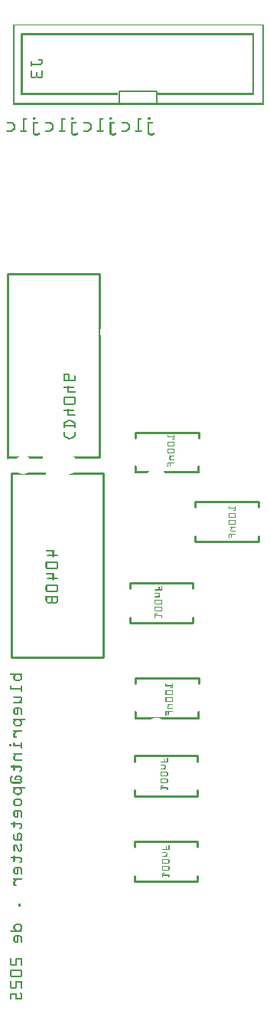
<source format=gbo>
G04 MADE WITH FRITZING*
G04 WWW.FRITZING.ORG*
G04 DOUBLE SIDED*
G04 HOLES PLATED*
G04 CONTOUR ON CENTER OF CONTOUR VECTOR*
%ASAXBY*%
%FSLAX23Y23*%
%MOIN*%
%OFA0B0*%
%SFA1.0B1.0*%
%ADD10R,0.173200X0.063000X0.157200X0.047000*%
%ADD11C,0.008000*%
%ADD12C,0.010000*%
%ADD13R,0.001000X0.001000*%
%LNSILK0*%
G90*
G70*
G54D11*
X513Y4040D02*
X678Y4040D01*
X678Y3985D01*
X513Y3985D01*
X513Y4040D01*
D02*
G54D12*
X28Y2447D02*
X28Y3247D01*
D02*
X28Y3247D02*
X428Y3247D01*
D02*
X442Y2379D02*
X442Y1579D01*
D02*
X442Y1579D02*
X42Y1579D01*
D02*
X42Y1579D02*
X42Y2379D01*
X855Y755D02*
X855Y780D01*
X579Y780D01*
X579Y755D01*
D02*
X579Y630D02*
X579Y605D01*
X855Y605D01*
X855Y630D01*
D02*
X854Y1128D02*
X854Y1153D01*
X579Y1153D01*
X579Y1128D01*
D02*
X579Y1003D02*
X579Y978D01*
X854Y978D01*
X854Y1003D01*
D02*
X859Y1466D02*
X859Y1491D01*
X584Y1491D01*
X584Y1466D01*
D02*
X835Y1879D02*
X835Y1904D01*
X560Y1904D01*
X560Y1879D01*
D02*
X560Y1754D02*
X560Y1729D01*
X835Y1729D01*
X835Y1754D01*
D02*
X844Y2107D02*
X844Y2082D01*
X1120Y2082D01*
X1120Y2107D01*
D02*
X1120Y2232D02*
X1120Y2257D01*
X844Y2257D01*
X844Y2232D01*
D02*
X859Y2533D02*
X859Y2558D01*
X584Y2558D01*
X584Y2533D01*
D02*
G54D13*
X49Y4330D02*
X1143Y4330D01*
X49Y4329D02*
X1143Y4329D01*
X49Y4328D02*
X1143Y4328D01*
X49Y4327D02*
X56Y4327D01*
X1136Y4327D02*
X1143Y4327D01*
X49Y4326D02*
X56Y4326D01*
X1136Y4326D02*
X1143Y4326D01*
X49Y4325D02*
X56Y4325D01*
X1136Y4325D02*
X1143Y4325D01*
X49Y4324D02*
X56Y4324D01*
X1136Y4324D02*
X1143Y4324D01*
X49Y4323D02*
X56Y4323D01*
X1136Y4323D02*
X1143Y4323D01*
X49Y4322D02*
X56Y4322D01*
X1136Y4322D02*
X1143Y4322D01*
X49Y4321D02*
X56Y4321D01*
X1136Y4321D02*
X1143Y4321D01*
X49Y4320D02*
X56Y4320D01*
X1136Y4320D02*
X1143Y4320D01*
X49Y4319D02*
X56Y4319D01*
X1136Y4319D02*
X1143Y4319D01*
X49Y4318D02*
X56Y4318D01*
X1136Y4318D02*
X1143Y4318D01*
X49Y4317D02*
X56Y4317D01*
X1136Y4317D02*
X1143Y4317D01*
X49Y4316D02*
X56Y4316D01*
X1136Y4316D02*
X1143Y4316D01*
X49Y4315D02*
X56Y4315D01*
X1136Y4315D02*
X1143Y4315D01*
X49Y4314D02*
X56Y4314D01*
X1136Y4314D02*
X1143Y4314D01*
X49Y4313D02*
X56Y4313D01*
X1136Y4313D02*
X1143Y4313D01*
X49Y4312D02*
X56Y4312D01*
X1136Y4312D02*
X1143Y4312D01*
X49Y4311D02*
X56Y4311D01*
X1136Y4311D02*
X1143Y4311D01*
X49Y4310D02*
X56Y4310D01*
X1136Y4310D02*
X1143Y4310D01*
X49Y4309D02*
X56Y4309D01*
X1136Y4309D02*
X1143Y4309D01*
X49Y4308D02*
X56Y4308D01*
X1136Y4308D02*
X1143Y4308D01*
X49Y4307D02*
X56Y4307D01*
X1136Y4307D02*
X1143Y4307D01*
X49Y4306D02*
X56Y4306D01*
X1136Y4306D02*
X1143Y4306D01*
X49Y4305D02*
X56Y4305D01*
X1136Y4305D02*
X1143Y4305D01*
X49Y4304D02*
X56Y4304D01*
X1136Y4304D02*
X1143Y4304D01*
X49Y4303D02*
X56Y4303D01*
X1136Y4303D02*
X1143Y4303D01*
X49Y4302D02*
X56Y4302D01*
X1136Y4302D02*
X1143Y4302D01*
X49Y4301D02*
X56Y4301D01*
X1136Y4301D02*
X1143Y4301D01*
X49Y4300D02*
X56Y4300D01*
X1136Y4300D02*
X1143Y4300D01*
X49Y4299D02*
X56Y4299D01*
X1136Y4299D02*
X1143Y4299D01*
X49Y4298D02*
X56Y4298D01*
X1136Y4298D02*
X1143Y4298D01*
X49Y4297D02*
X56Y4297D01*
X1136Y4297D02*
X1143Y4297D01*
X49Y4296D02*
X56Y4296D01*
X1136Y4296D02*
X1143Y4296D01*
X49Y4295D02*
X56Y4295D01*
X1136Y4295D02*
X1143Y4295D01*
X49Y4294D02*
X56Y4294D01*
X1136Y4294D02*
X1143Y4294D01*
X49Y4293D02*
X56Y4293D01*
X1136Y4293D02*
X1143Y4293D01*
X49Y4292D02*
X56Y4292D01*
X86Y4292D02*
X1099Y4292D01*
X1136Y4292D02*
X1143Y4292D01*
X49Y4291D02*
X56Y4291D01*
X85Y4291D02*
X1100Y4291D01*
X1136Y4291D02*
X1143Y4291D01*
X49Y4290D02*
X56Y4290D01*
X85Y4290D02*
X1100Y4290D01*
X1136Y4290D02*
X1143Y4290D01*
X49Y4289D02*
X56Y4289D01*
X85Y4289D02*
X1100Y4289D01*
X1136Y4289D02*
X1143Y4289D01*
X49Y4288D02*
X56Y4288D01*
X85Y4288D02*
X1100Y4288D01*
X1136Y4288D02*
X1143Y4288D01*
X49Y4287D02*
X56Y4287D01*
X85Y4287D02*
X1100Y4287D01*
X1136Y4287D02*
X1143Y4287D01*
X49Y4286D02*
X56Y4286D01*
X85Y4286D02*
X1100Y4286D01*
X1136Y4286D02*
X1143Y4286D01*
X49Y4285D02*
X56Y4285D01*
X85Y4285D02*
X1100Y4285D01*
X1136Y4285D02*
X1143Y4285D01*
X49Y4284D02*
X56Y4284D01*
X85Y4284D02*
X93Y4284D01*
X1092Y4284D02*
X1100Y4284D01*
X1136Y4284D02*
X1143Y4284D01*
X49Y4283D02*
X56Y4283D01*
X85Y4283D02*
X92Y4283D01*
X1093Y4283D02*
X1100Y4283D01*
X1136Y4283D02*
X1143Y4283D01*
X49Y4282D02*
X56Y4282D01*
X85Y4282D02*
X92Y4282D01*
X1093Y4282D02*
X1100Y4282D01*
X1136Y4282D02*
X1143Y4282D01*
X49Y4281D02*
X56Y4281D01*
X85Y4281D02*
X92Y4281D01*
X1093Y4281D02*
X1100Y4281D01*
X1136Y4281D02*
X1143Y4281D01*
X49Y4280D02*
X56Y4280D01*
X85Y4280D02*
X92Y4280D01*
X1093Y4280D02*
X1100Y4280D01*
X1136Y4280D02*
X1143Y4280D01*
X49Y4279D02*
X56Y4279D01*
X85Y4279D02*
X92Y4279D01*
X1093Y4279D02*
X1100Y4279D01*
X1136Y4279D02*
X1143Y4279D01*
X49Y4278D02*
X56Y4278D01*
X85Y4278D02*
X92Y4278D01*
X1093Y4278D02*
X1100Y4278D01*
X1136Y4278D02*
X1143Y4278D01*
X49Y4277D02*
X56Y4277D01*
X85Y4277D02*
X92Y4277D01*
X1093Y4277D02*
X1100Y4277D01*
X1136Y4277D02*
X1143Y4277D01*
X49Y4276D02*
X56Y4276D01*
X85Y4276D02*
X92Y4276D01*
X1093Y4276D02*
X1100Y4276D01*
X1136Y4276D02*
X1143Y4276D01*
X49Y4275D02*
X56Y4275D01*
X85Y4275D02*
X92Y4275D01*
X1093Y4275D02*
X1100Y4275D01*
X1136Y4275D02*
X1143Y4275D01*
X49Y4274D02*
X56Y4274D01*
X85Y4274D02*
X92Y4274D01*
X1093Y4274D02*
X1100Y4274D01*
X1136Y4274D02*
X1143Y4274D01*
X49Y4273D02*
X56Y4273D01*
X85Y4273D02*
X92Y4273D01*
X1093Y4273D02*
X1100Y4273D01*
X1136Y4273D02*
X1143Y4273D01*
X49Y4272D02*
X56Y4272D01*
X85Y4272D02*
X92Y4272D01*
X1093Y4272D02*
X1100Y4272D01*
X1136Y4272D02*
X1143Y4272D01*
X49Y4271D02*
X56Y4271D01*
X85Y4271D02*
X92Y4271D01*
X1093Y4271D02*
X1100Y4271D01*
X1136Y4271D02*
X1143Y4271D01*
X49Y4270D02*
X56Y4270D01*
X85Y4270D02*
X92Y4270D01*
X1093Y4270D02*
X1100Y4270D01*
X1136Y4270D02*
X1143Y4270D01*
X49Y4269D02*
X56Y4269D01*
X85Y4269D02*
X92Y4269D01*
X1093Y4269D02*
X1100Y4269D01*
X1136Y4269D02*
X1143Y4269D01*
X49Y4268D02*
X56Y4268D01*
X85Y4268D02*
X92Y4268D01*
X1093Y4268D02*
X1100Y4268D01*
X1136Y4268D02*
X1143Y4268D01*
X49Y4267D02*
X56Y4267D01*
X85Y4267D02*
X92Y4267D01*
X1093Y4267D02*
X1100Y4267D01*
X1136Y4267D02*
X1143Y4267D01*
X49Y4266D02*
X56Y4266D01*
X85Y4266D02*
X92Y4266D01*
X1093Y4266D02*
X1100Y4266D01*
X1136Y4266D02*
X1143Y4266D01*
X49Y4265D02*
X56Y4265D01*
X85Y4265D02*
X92Y4265D01*
X1093Y4265D02*
X1100Y4265D01*
X1136Y4265D02*
X1143Y4265D01*
X49Y4264D02*
X56Y4264D01*
X85Y4264D02*
X92Y4264D01*
X1093Y4264D02*
X1100Y4264D01*
X1136Y4264D02*
X1143Y4264D01*
X49Y4263D02*
X56Y4263D01*
X85Y4263D02*
X92Y4263D01*
X1093Y4263D02*
X1100Y4263D01*
X1136Y4263D02*
X1143Y4263D01*
X49Y4262D02*
X56Y4262D01*
X85Y4262D02*
X92Y4262D01*
X1093Y4262D02*
X1100Y4262D01*
X1136Y4262D02*
X1143Y4262D01*
X49Y4261D02*
X56Y4261D01*
X85Y4261D02*
X92Y4261D01*
X1093Y4261D02*
X1100Y4261D01*
X1136Y4261D02*
X1143Y4261D01*
X49Y4260D02*
X56Y4260D01*
X85Y4260D02*
X92Y4260D01*
X1093Y4260D02*
X1100Y4260D01*
X1136Y4260D02*
X1143Y4260D01*
X49Y4259D02*
X56Y4259D01*
X85Y4259D02*
X92Y4259D01*
X1093Y4259D02*
X1100Y4259D01*
X1136Y4259D02*
X1143Y4259D01*
X49Y4258D02*
X56Y4258D01*
X85Y4258D02*
X92Y4258D01*
X1093Y4258D02*
X1100Y4258D01*
X1136Y4258D02*
X1143Y4258D01*
X49Y4257D02*
X56Y4257D01*
X85Y4257D02*
X92Y4257D01*
X1093Y4257D02*
X1100Y4257D01*
X1136Y4257D02*
X1143Y4257D01*
X49Y4256D02*
X56Y4256D01*
X85Y4256D02*
X92Y4256D01*
X1093Y4256D02*
X1100Y4256D01*
X1136Y4256D02*
X1143Y4256D01*
X49Y4255D02*
X56Y4255D01*
X85Y4255D02*
X92Y4255D01*
X1093Y4255D02*
X1100Y4255D01*
X1136Y4255D02*
X1143Y4255D01*
X49Y4254D02*
X56Y4254D01*
X85Y4254D02*
X92Y4254D01*
X1093Y4254D02*
X1100Y4254D01*
X1136Y4254D02*
X1143Y4254D01*
X49Y4253D02*
X56Y4253D01*
X85Y4253D02*
X92Y4253D01*
X1093Y4253D02*
X1100Y4253D01*
X1136Y4253D02*
X1143Y4253D01*
X49Y4252D02*
X56Y4252D01*
X85Y4252D02*
X92Y4252D01*
X1093Y4252D02*
X1100Y4252D01*
X1136Y4252D02*
X1143Y4252D01*
X49Y4251D02*
X56Y4251D01*
X85Y4251D02*
X92Y4251D01*
X1093Y4251D02*
X1100Y4251D01*
X1136Y4251D02*
X1143Y4251D01*
X49Y4250D02*
X56Y4250D01*
X85Y4250D02*
X92Y4250D01*
X1093Y4250D02*
X1100Y4250D01*
X1136Y4250D02*
X1143Y4250D01*
X49Y4249D02*
X56Y4249D01*
X85Y4249D02*
X92Y4249D01*
X1093Y4249D02*
X1100Y4249D01*
X1136Y4249D02*
X1143Y4249D01*
X49Y4248D02*
X56Y4248D01*
X85Y4248D02*
X92Y4248D01*
X1093Y4248D02*
X1100Y4248D01*
X1136Y4248D02*
X1143Y4248D01*
X49Y4247D02*
X56Y4247D01*
X85Y4247D02*
X92Y4247D01*
X1093Y4247D02*
X1100Y4247D01*
X1136Y4247D02*
X1143Y4247D01*
X49Y4246D02*
X56Y4246D01*
X85Y4246D02*
X92Y4246D01*
X1093Y4246D02*
X1100Y4246D01*
X1136Y4246D02*
X1143Y4246D01*
X49Y4245D02*
X56Y4245D01*
X85Y4245D02*
X92Y4245D01*
X1093Y4245D02*
X1100Y4245D01*
X1136Y4245D02*
X1143Y4245D01*
X49Y4244D02*
X56Y4244D01*
X85Y4244D02*
X92Y4244D01*
X1093Y4244D02*
X1100Y4244D01*
X1136Y4244D02*
X1143Y4244D01*
X49Y4243D02*
X56Y4243D01*
X85Y4243D02*
X92Y4243D01*
X1093Y4243D02*
X1100Y4243D01*
X1136Y4243D02*
X1143Y4243D01*
X49Y4242D02*
X56Y4242D01*
X85Y4242D02*
X92Y4242D01*
X1093Y4242D02*
X1100Y4242D01*
X1136Y4242D02*
X1143Y4242D01*
X49Y4241D02*
X56Y4241D01*
X85Y4241D02*
X92Y4241D01*
X1093Y4241D02*
X1100Y4241D01*
X1136Y4241D02*
X1143Y4241D01*
X49Y4240D02*
X56Y4240D01*
X85Y4240D02*
X92Y4240D01*
X1093Y4240D02*
X1100Y4240D01*
X1136Y4240D02*
X1143Y4240D01*
X49Y4239D02*
X56Y4239D01*
X85Y4239D02*
X92Y4239D01*
X1093Y4239D02*
X1100Y4239D01*
X1136Y4239D02*
X1143Y4239D01*
X49Y4238D02*
X56Y4238D01*
X85Y4238D02*
X92Y4238D01*
X1093Y4238D02*
X1100Y4238D01*
X1136Y4238D02*
X1143Y4238D01*
X49Y4237D02*
X56Y4237D01*
X85Y4237D02*
X92Y4237D01*
X1093Y4237D02*
X1100Y4237D01*
X1136Y4237D02*
X1143Y4237D01*
X49Y4236D02*
X56Y4236D01*
X85Y4236D02*
X92Y4236D01*
X1093Y4236D02*
X1100Y4236D01*
X1136Y4236D02*
X1143Y4236D01*
X49Y4235D02*
X56Y4235D01*
X85Y4235D02*
X92Y4235D01*
X1093Y4235D02*
X1100Y4235D01*
X1136Y4235D02*
X1143Y4235D01*
X49Y4234D02*
X56Y4234D01*
X85Y4234D02*
X92Y4234D01*
X1093Y4234D02*
X1100Y4234D01*
X1136Y4234D02*
X1143Y4234D01*
X49Y4233D02*
X56Y4233D01*
X85Y4233D02*
X92Y4233D01*
X1093Y4233D02*
X1100Y4233D01*
X1136Y4233D02*
X1143Y4233D01*
X49Y4232D02*
X56Y4232D01*
X85Y4232D02*
X92Y4232D01*
X1093Y4232D02*
X1100Y4232D01*
X1136Y4232D02*
X1143Y4232D01*
X49Y4231D02*
X56Y4231D01*
X85Y4231D02*
X92Y4231D01*
X1093Y4231D02*
X1100Y4231D01*
X1136Y4231D02*
X1143Y4231D01*
X49Y4230D02*
X56Y4230D01*
X85Y4230D02*
X92Y4230D01*
X1093Y4230D02*
X1100Y4230D01*
X1136Y4230D02*
X1143Y4230D01*
X49Y4229D02*
X56Y4229D01*
X85Y4229D02*
X92Y4229D01*
X1093Y4229D02*
X1100Y4229D01*
X1136Y4229D02*
X1143Y4229D01*
X49Y4228D02*
X56Y4228D01*
X85Y4228D02*
X92Y4228D01*
X1093Y4228D02*
X1100Y4228D01*
X1136Y4228D02*
X1143Y4228D01*
X49Y4227D02*
X56Y4227D01*
X85Y4227D02*
X92Y4227D01*
X1093Y4227D02*
X1100Y4227D01*
X1136Y4227D02*
X1143Y4227D01*
X49Y4226D02*
X56Y4226D01*
X85Y4226D02*
X92Y4226D01*
X1093Y4226D02*
X1100Y4226D01*
X1136Y4226D02*
X1143Y4226D01*
X49Y4225D02*
X56Y4225D01*
X85Y4225D02*
X92Y4225D01*
X1093Y4225D02*
X1100Y4225D01*
X1136Y4225D02*
X1143Y4225D01*
X49Y4224D02*
X56Y4224D01*
X85Y4224D02*
X92Y4224D01*
X1093Y4224D02*
X1100Y4224D01*
X1136Y4224D02*
X1143Y4224D01*
X49Y4223D02*
X56Y4223D01*
X85Y4223D02*
X92Y4223D01*
X1093Y4223D02*
X1100Y4223D01*
X1136Y4223D02*
X1143Y4223D01*
X49Y4222D02*
X56Y4222D01*
X85Y4222D02*
X92Y4222D01*
X1093Y4222D02*
X1100Y4222D01*
X1136Y4222D02*
X1143Y4222D01*
X49Y4221D02*
X56Y4221D01*
X85Y4221D02*
X92Y4221D01*
X1093Y4221D02*
X1100Y4221D01*
X1136Y4221D02*
X1143Y4221D01*
X49Y4220D02*
X56Y4220D01*
X85Y4220D02*
X92Y4220D01*
X1093Y4220D02*
X1100Y4220D01*
X1136Y4220D02*
X1143Y4220D01*
X49Y4219D02*
X56Y4219D01*
X85Y4219D02*
X92Y4219D01*
X1093Y4219D02*
X1100Y4219D01*
X1136Y4219D02*
X1143Y4219D01*
X49Y4218D02*
X56Y4218D01*
X85Y4218D02*
X92Y4218D01*
X1093Y4218D02*
X1100Y4218D01*
X1136Y4218D02*
X1143Y4218D01*
X49Y4217D02*
X56Y4217D01*
X85Y4217D02*
X92Y4217D01*
X1093Y4217D02*
X1100Y4217D01*
X1136Y4217D02*
X1143Y4217D01*
X49Y4216D02*
X56Y4216D01*
X85Y4216D02*
X92Y4216D01*
X1093Y4216D02*
X1100Y4216D01*
X1136Y4216D02*
X1143Y4216D01*
X49Y4215D02*
X56Y4215D01*
X85Y4215D02*
X92Y4215D01*
X1093Y4215D02*
X1100Y4215D01*
X1136Y4215D02*
X1143Y4215D01*
X49Y4214D02*
X56Y4214D01*
X85Y4214D02*
X92Y4214D01*
X1093Y4214D02*
X1100Y4214D01*
X1136Y4214D02*
X1143Y4214D01*
X49Y4213D02*
X56Y4213D01*
X85Y4213D02*
X92Y4213D01*
X1093Y4213D02*
X1100Y4213D01*
X1136Y4213D02*
X1143Y4213D01*
X49Y4212D02*
X56Y4212D01*
X85Y4212D02*
X92Y4212D01*
X1093Y4212D02*
X1100Y4212D01*
X1136Y4212D02*
X1143Y4212D01*
X49Y4211D02*
X56Y4211D01*
X85Y4211D02*
X92Y4211D01*
X1093Y4211D02*
X1100Y4211D01*
X1136Y4211D02*
X1143Y4211D01*
X49Y4210D02*
X56Y4210D01*
X85Y4210D02*
X92Y4210D01*
X1093Y4210D02*
X1100Y4210D01*
X1136Y4210D02*
X1143Y4210D01*
X49Y4209D02*
X56Y4209D01*
X85Y4209D02*
X92Y4209D01*
X1093Y4209D02*
X1100Y4209D01*
X1136Y4209D02*
X1143Y4209D01*
X49Y4208D02*
X56Y4208D01*
X85Y4208D02*
X92Y4208D01*
X1093Y4208D02*
X1100Y4208D01*
X1136Y4208D02*
X1143Y4208D01*
X49Y4207D02*
X56Y4207D01*
X85Y4207D02*
X92Y4207D01*
X1093Y4207D02*
X1100Y4207D01*
X1136Y4207D02*
X1143Y4207D01*
X49Y4206D02*
X56Y4206D01*
X85Y4206D02*
X92Y4206D01*
X1093Y4206D02*
X1100Y4206D01*
X1136Y4206D02*
X1143Y4206D01*
X49Y4205D02*
X56Y4205D01*
X85Y4205D02*
X92Y4205D01*
X1093Y4205D02*
X1100Y4205D01*
X1136Y4205D02*
X1143Y4205D01*
X49Y4204D02*
X56Y4204D01*
X85Y4204D02*
X92Y4204D01*
X1093Y4204D02*
X1100Y4204D01*
X1136Y4204D02*
X1143Y4204D01*
X49Y4203D02*
X56Y4203D01*
X85Y4203D02*
X92Y4203D01*
X1093Y4203D02*
X1100Y4203D01*
X1136Y4203D02*
X1143Y4203D01*
X49Y4202D02*
X56Y4202D01*
X85Y4202D02*
X92Y4202D01*
X1093Y4202D02*
X1100Y4202D01*
X1136Y4202D02*
X1143Y4202D01*
X49Y4201D02*
X56Y4201D01*
X85Y4201D02*
X92Y4201D01*
X1093Y4201D02*
X1100Y4201D01*
X1136Y4201D02*
X1143Y4201D01*
X49Y4200D02*
X56Y4200D01*
X85Y4200D02*
X92Y4200D01*
X1093Y4200D02*
X1100Y4200D01*
X1136Y4200D02*
X1143Y4200D01*
X49Y4199D02*
X56Y4199D01*
X85Y4199D02*
X92Y4199D01*
X1093Y4199D02*
X1100Y4199D01*
X1136Y4199D02*
X1143Y4199D01*
X49Y4198D02*
X56Y4198D01*
X85Y4198D02*
X92Y4198D01*
X1093Y4198D02*
X1100Y4198D01*
X1136Y4198D02*
X1143Y4198D01*
X49Y4197D02*
X56Y4197D01*
X85Y4197D02*
X92Y4197D01*
X1093Y4197D02*
X1100Y4197D01*
X1136Y4197D02*
X1143Y4197D01*
X49Y4196D02*
X56Y4196D01*
X85Y4196D02*
X92Y4196D01*
X1093Y4196D02*
X1100Y4196D01*
X1136Y4196D02*
X1143Y4196D01*
X49Y4195D02*
X56Y4195D01*
X85Y4195D02*
X92Y4195D01*
X1093Y4195D02*
X1100Y4195D01*
X1136Y4195D02*
X1143Y4195D01*
X49Y4194D02*
X56Y4194D01*
X85Y4194D02*
X92Y4194D01*
X1093Y4194D02*
X1100Y4194D01*
X1136Y4194D02*
X1143Y4194D01*
X49Y4193D02*
X56Y4193D01*
X85Y4193D02*
X92Y4193D01*
X1093Y4193D02*
X1100Y4193D01*
X1136Y4193D02*
X1143Y4193D01*
X49Y4192D02*
X56Y4192D01*
X85Y4192D02*
X92Y4192D01*
X1093Y4192D02*
X1100Y4192D01*
X1136Y4192D02*
X1143Y4192D01*
X49Y4191D02*
X56Y4191D01*
X85Y4191D02*
X92Y4191D01*
X1093Y4191D02*
X1100Y4191D01*
X1136Y4191D02*
X1143Y4191D01*
X49Y4190D02*
X56Y4190D01*
X85Y4190D02*
X92Y4190D01*
X1093Y4190D02*
X1100Y4190D01*
X1136Y4190D02*
X1143Y4190D01*
X49Y4189D02*
X56Y4189D01*
X85Y4189D02*
X92Y4189D01*
X1093Y4189D02*
X1100Y4189D01*
X1136Y4189D02*
X1143Y4189D01*
X49Y4188D02*
X56Y4188D01*
X85Y4188D02*
X92Y4188D01*
X1093Y4188D02*
X1100Y4188D01*
X1136Y4188D02*
X1143Y4188D01*
X49Y4187D02*
X56Y4187D01*
X85Y4187D02*
X92Y4187D01*
X1093Y4187D02*
X1100Y4187D01*
X1136Y4187D02*
X1143Y4187D01*
X49Y4186D02*
X56Y4186D01*
X85Y4186D02*
X92Y4186D01*
X1093Y4186D02*
X1100Y4186D01*
X1136Y4186D02*
X1143Y4186D01*
X49Y4185D02*
X56Y4185D01*
X85Y4185D02*
X92Y4185D01*
X1093Y4185D02*
X1100Y4185D01*
X1136Y4185D02*
X1143Y4185D01*
X49Y4184D02*
X56Y4184D01*
X85Y4184D02*
X92Y4184D01*
X1093Y4184D02*
X1100Y4184D01*
X1136Y4184D02*
X1143Y4184D01*
X49Y4183D02*
X56Y4183D01*
X85Y4183D02*
X92Y4183D01*
X1093Y4183D02*
X1100Y4183D01*
X1136Y4183D02*
X1143Y4183D01*
X49Y4182D02*
X56Y4182D01*
X85Y4182D02*
X92Y4182D01*
X1093Y4182D02*
X1100Y4182D01*
X1136Y4182D02*
X1143Y4182D01*
X49Y4181D02*
X56Y4181D01*
X85Y4181D02*
X92Y4181D01*
X160Y4181D02*
X173Y4181D01*
X1093Y4181D02*
X1100Y4181D01*
X1136Y4181D02*
X1143Y4181D01*
X49Y4180D02*
X56Y4180D01*
X85Y4180D02*
X92Y4180D01*
X159Y4180D02*
X175Y4180D01*
X1093Y4180D02*
X1100Y4180D01*
X1136Y4180D02*
X1143Y4180D01*
X49Y4179D02*
X56Y4179D01*
X85Y4179D02*
X92Y4179D01*
X159Y4179D02*
X176Y4179D01*
X1093Y4179D02*
X1100Y4179D01*
X1136Y4179D02*
X1143Y4179D01*
X49Y4178D02*
X56Y4178D01*
X85Y4178D02*
X92Y4178D01*
X159Y4178D02*
X177Y4178D01*
X1093Y4178D02*
X1100Y4178D01*
X1136Y4178D02*
X1143Y4178D01*
X49Y4177D02*
X56Y4177D01*
X85Y4177D02*
X92Y4177D01*
X159Y4177D02*
X178Y4177D01*
X1093Y4177D02*
X1100Y4177D01*
X1136Y4177D02*
X1143Y4177D01*
X49Y4176D02*
X56Y4176D01*
X85Y4176D02*
X92Y4176D01*
X159Y4176D02*
X178Y4176D01*
X1093Y4176D02*
X1100Y4176D01*
X1136Y4176D02*
X1143Y4176D01*
X49Y4175D02*
X56Y4175D01*
X85Y4175D02*
X92Y4175D01*
X160Y4175D02*
X179Y4175D01*
X1093Y4175D02*
X1100Y4175D01*
X1136Y4175D02*
X1143Y4175D01*
X49Y4174D02*
X56Y4174D01*
X85Y4174D02*
X92Y4174D01*
X171Y4174D02*
X179Y4174D01*
X1093Y4174D02*
X1100Y4174D01*
X1136Y4174D02*
X1143Y4174D01*
X49Y4173D02*
X56Y4173D01*
X85Y4173D02*
X92Y4173D01*
X173Y4173D02*
X179Y4173D01*
X1093Y4173D02*
X1100Y4173D01*
X1136Y4173D02*
X1143Y4173D01*
X49Y4172D02*
X56Y4172D01*
X85Y4172D02*
X92Y4172D01*
X173Y4172D02*
X179Y4172D01*
X1093Y4172D02*
X1100Y4172D01*
X1136Y4172D02*
X1143Y4172D01*
X49Y4171D02*
X56Y4171D01*
X85Y4171D02*
X92Y4171D01*
X128Y4171D02*
X131Y4171D01*
X173Y4171D02*
X179Y4171D01*
X1093Y4171D02*
X1100Y4171D01*
X1136Y4171D02*
X1143Y4171D01*
X49Y4170D02*
X56Y4170D01*
X85Y4170D02*
X92Y4170D01*
X127Y4170D02*
X132Y4170D01*
X173Y4170D02*
X179Y4170D01*
X1093Y4170D02*
X1100Y4170D01*
X1136Y4170D02*
X1143Y4170D01*
X49Y4169D02*
X56Y4169D01*
X85Y4169D02*
X92Y4169D01*
X126Y4169D02*
X132Y4169D01*
X173Y4169D02*
X179Y4169D01*
X1093Y4169D02*
X1100Y4169D01*
X1136Y4169D02*
X1143Y4169D01*
X49Y4168D02*
X56Y4168D01*
X85Y4168D02*
X92Y4168D01*
X126Y4168D02*
X132Y4168D01*
X173Y4168D02*
X179Y4168D01*
X1093Y4168D02*
X1100Y4168D01*
X1136Y4168D02*
X1143Y4168D01*
X49Y4167D02*
X56Y4167D01*
X85Y4167D02*
X92Y4167D01*
X126Y4167D02*
X132Y4167D01*
X173Y4167D02*
X179Y4167D01*
X1093Y4167D02*
X1100Y4167D01*
X1136Y4167D02*
X1143Y4167D01*
X49Y4166D02*
X56Y4166D01*
X85Y4166D02*
X92Y4166D01*
X126Y4166D02*
X132Y4166D01*
X173Y4166D02*
X179Y4166D01*
X1093Y4166D02*
X1100Y4166D01*
X1136Y4166D02*
X1143Y4166D01*
X49Y4165D02*
X56Y4165D01*
X85Y4165D02*
X92Y4165D01*
X126Y4165D02*
X132Y4165D01*
X173Y4165D02*
X179Y4165D01*
X1093Y4165D02*
X1100Y4165D01*
X1136Y4165D02*
X1143Y4165D01*
X49Y4164D02*
X56Y4164D01*
X85Y4164D02*
X92Y4164D01*
X126Y4164D02*
X132Y4164D01*
X173Y4164D02*
X179Y4164D01*
X1093Y4164D02*
X1100Y4164D01*
X1136Y4164D02*
X1143Y4164D01*
X49Y4163D02*
X56Y4163D01*
X85Y4163D02*
X92Y4163D01*
X126Y4163D02*
X132Y4163D01*
X173Y4163D02*
X179Y4163D01*
X1093Y4163D02*
X1100Y4163D01*
X1136Y4163D02*
X1143Y4163D01*
X49Y4162D02*
X56Y4162D01*
X85Y4162D02*
X92Y4162D01*
X126Y4162D02*
X132Y4162D01*
X172Y4162D02*
X179Y4162D01*
X1093Y4162D02*
X1100Y4162D01*
X1136Y4162D02*
X1143Y4162D01*
X49Y4161D02*
X56Y4161D01*
X85Y4161D02*
X92Y4161D01*
X126Y4161D02*
X133Y4161D01*
X171Y4161D02*
X179Y4161D01*
X1093Y4161D02*
X1100Y4161D01*
X1136Y4161D02*
X1143Y4161D01*
X49Y4160D02*
X56Y4160D01*
X85Y4160D02*
X92Y4160D01*
X126Y4160D02*
X178Y4160D01*
X1093Y4160D02*
X1100Y4160D01*
X1136Y4160D02*
X1143Y4160D01*
X49Y4159D02*
X56Y4159D01*
X85Y4159D02*
X92Y4159D01*
X126Y4159D02*
X178Y4159D01*
X1093Y4159D02*
X1100Y4159D01*
X1136Y4159D02*
X1143Y4159D01*
X49Y4158D02*
X56Y4158D01*
X85Y4158D02*
X92Y4158D01*
X126Y4158D02*
X177Y4158D01*
X1093Y4158D02*
X1100Y4158D01*
X1136Y4158D02*
X1143Y4158D01*
X49Y4157D02*
X56Y4157D01*
X85Y4157D02*
X92Y4157D01*
X126Y4157D02*
X176Y4157D01*
X1093Y4157D02*
X1100Y4157D01*
X1136Y4157D02*
X1143Y4157D01*
X49Y4156D02*
X56Y4156D01*
X85Y4156D02*
X92Y4156D01*
X126Y4156D02*
X175Y4156D01*
X1093Y4156D02*
X1100Y4156D01*
X1136Y4156D02*
X1143Y4156D01*
X49Y4155D02*
X56Y4155D01*
X85Y4155D02*
X92Y4155D01*
X126Y4155D02*
X174Y4155D01*
X1093Y4155D02*
X1100Y4155D01*
X1136Y4155D02*
X1143Y4155D01*
X49Y4154D02*
X56Y4154D01*
X85Y4154D02*
X92Y4154D01*
X126Y4154D02*
X170Y4154D01*
X1093Y4154D02*
X1100Y4154D01*
X1136Y4154D02*
X1143Y4154D01*
X49Y4153D02*
X56Y4153D01*
X85Y4153D02*
X92Y4153D01*
X126Y4153D02*
X132Y4153D01*
X1093Y4153D02*
X1100Y4153D01*
X1136Y4153D02*
X1143Y4153D01*
X49Y4152D02*
X56Y4152D01*
X85Y4152D02*
X92Y4152D01*
X126Y4152D02*
X132Y4152D01*
X1093Y4152D02*
X1100Y4152D01*
X1136Y4152D02*
X1143Y4152D01*
X49Y4151D02*
X56Y4151D01*
X85Y4151D02*
X92Y4151D01*
X126Y4151D02*
X132Y4151D01*
X1093Y4151D02*
X1100Y4151D01*
X1136Y4151D02*
X1143Y4151D01*
X49Y4150D02*
X56Y4150D01*
X85Y4150D02*
X92Y4150D01*
X126Y4150D02*
X132Y4150D01*
X1093Y4150D02*
X1100Y4150D01*
X1136Y4150D02*
X1143Y4150D01*
X49Y4149D02*
X56Y4149D01*
X85Y4149D02*
X92Y4149D01*
X127Y4149D02*
X132Y4149D01*
X1093Y4149D02*
X1100Y4149D01*
X1136Y4149D02*
X1143Y4149D01*
X49Y4148D02*
X56Y4148D01*
X85Y4148D02*
X92Y4148D01*
X128Y4148D02*
X131Y4148D01*
X1093Y4148D02*
X1100Y4148D01*
X1136Y4148D02*
X1143Y4148D01*
X49Y4147D02*
X56Y4147D01*
X85Y4147D02*
X92Y4147D01*
X1093Y4147D02*
X1100Y4147D01*
X1136Y4147D02*
X1143Y4147D01*
X49Y4146D02*
X56Y4146D01*
X85Y4146D02*
X92Y4146D01*
X1093Y4146D02*
X1100Y4146D01*
X1136Y4146D02*
X1143Y4146D01*
X49Y4145D02*
X56Y4145D01*
X85Y4145D02*
X92Y4145D01*
X1093Y4145D02*
X1100Y4145D01*
X1136Y4145D02*
X1143Y4145D01*
X49Y4144D02*
X56Y4144D01*
X85Y4144D02*
X92Y4144D01*
X1093Y4144D02*
X1100Y4144D01*
X1136Y4144D02*
X1143Y4144D01*
X49Y4143D02*
X56Y4143D01*
X85Y4143D02*
X92Y4143D01*
X1093Y4143D02*
X1100Y4143D01*
X1136Y4143D02*
X1143Y4143D01*
X49Y4142D02*
X56Y4142D01*
X85Y4142D02*
X92Y4142D01*
X1093Y4142D02*
X1100Y4142D01*
X1136Y4142D02*
X1143Y4142D01*
X49Y4141D02*
X56Y4141D01*
X85Y4141D02*
X92Y4141D01*
X1093Y4141D02*
X1100Y4141D01*
X1136Y4141D02*
X1143Y4141D01*
X49Y4140D02*
X56Y4140D01*
X85Y4140D02*
X92Y4140D01*
X1093Y4140D02*
X1100Y4140D01*
X1136Y4140D02*
X1143Y4140D01*
X49Y4139D02*
X56Y4139D01*
X85Y4139D02*
X92Y4139D01*
X1093Y4139D02*
X1100Y4139D01*
X1136Y4139D02*
X1143Y4139D01*
X49Y4138D02*
X56Y4138D01*
X85Y4138D02*
X92Y4138D01*
X1093Y4138D02*
X1100Y4138D01*
X1136Y4138D02*
X1143Y4138D01*
X49Y4137D02*
X56Y4137D01*
X85Y4137D02*
X92Y4137D01*
X1093Y4137D02*
X1100Y4137D01*
X1136Y4137D02*
X1143Y4137D01*
X49Y4136D02*
X56Y4136D01*
X85Y4136D02*
X92Y4136D01*
X1093Y4136D02*
X1100Y4136D01*
X1136Y4136D02*
X1143Y4136D01*
X49Y4135D02*
X56Y4135D01*
X85Y4135D02*
X92Y4135D01*
X1093Y4135D02*
X1100Y4135D01*
X1136Y4135D02*
X1143Y4135D01*
X49Y4134D02*
X56Y4134D01*
X85Y4134D02*
X92Y4134D01*
X1093Y4134D02*
X1100Y4134D01*
X1136Y4134D02*
X1143Y4134D01*
X49Y4133D02*
X56Y4133D01*
X85Y4133D02*
X92Y4133D01*
X1093Y4133D02*
X1100Y4133D01*
X1136Y4133D02*
X1143Y4133D01*
X49Y4132D02*
X56Y4132D01*
X85Y4132D02*
X92Y4132D01*
X1093Y4132D02*
X1100Y4132D01*
X1136Y4132D02*
X1143Y4132D01*
X49Y4131D02*
X56Y4131D01*
X85Y4131D02*
X92Y4131D01*
X128Y4131D02*
X130Y4131D01*
X175Y4131D02*
X177Y4131D01*
X1093Y4131D02*
X1100Y4131D01*
X1136Y4131D02*
X1143Y4131D01*
X49Y4130D02*
X56Y4130D01*
X85Y4130D02*
X92Y4130D01*
X127Y4130D02*
X132Y4130D01*
X174Y4130D02*
X179Y4130D01*
X1093Y4130D02*
X1100Y4130D01*
X1136Y4130D02*
X1143Y4130D01*
X49Y4129D02*
X56Y4129D01*
X85Y4129D02*
X92Y4129D01*
X126Y4129D02*
X132Y4129D01*
X174Y4129D02*
X179Y4129D01*
X1093Y4129D02*
X1100Y4129D01*
X1136Y4129D02*
X1143Y4129D01*
X49Y4128D02*
X56Y4128D01*
X85Y4128D02*
X92Y4128D01*
X126Y4128D02*
X132Y4128D01*
X173Y4128D02*
X179Y4128D01*
X1093Y4128D02*
X1100Y4128D01*
X1136Y4128D02*
X1143Y4128D01*
X49Y4127D02*
X56Y4127D01*
X85Y4127D02*
X92Y4127D01*
X126Y4127D02*
X132Y4127D01*
X173Y4127D02*
X179Y4127D01*
X1093Y4127D02*
X1100Y4127D01*
X1136Y4127D02*
X1143Y4127D01*
X49Y4126D02*
X56Y4126D01*
X85Y4126D02*
X92Y4126D01*
X126Y4126D02*
X132Y4126D01*
X173Y4126D02*
X179Y4126D01*
X1093Y4126D02*
X1100Y4126D01*
X1136Y4126D02*
X1143Y4126D01*
X49Y4125D02*
X56Y4125D01*
X85Y4125D02*
X92Y4125D01*
X126Y4125D02*
X132Y4125D01*
X173Y4125D02*
X179Y4125D01*
X1093Y4125D02*
X1100Y4125D01*
X1136Y4125D02*
X1143Y4125D01*
X49Y4124D02*
X56Y4124D01*
X85Y4124D02*
X92Y4124D01*
X126Y4124D02*
X132Y4124D01*
X152Y4124D02*
X154Y4124D01*
X173Y4124D02*
X179Y4124D01*
X1093Y4124D02*
X1100Y4124D01*
X1136Y4124D02*
X1143Y4124D01*
X49Y4123D02*
X56Y4123D01*
X85Y4123D02*
X92Y4123D01*
X126Y4123D02*
X132Y4123D01*
X150Y4123D02*
X155Y4123D01*
X173Y4123D02*
X179Y4123D01*
X1093Y4123D02*
X1100Y4123D01*
X1136Y4123D02*
X1143Y4123D01*
X49Y4122D02*
X56Y4122D01*
X85Y4122D02*
X92Y4122D01*
X126Y4122D02*
X132Y4122D01*
X150Y4122D02*
X156Y4122D01*
X173Y4122D02*
X179Y4122D01*
X1093Y4122D02*
X1100Y4122D01*
X1136Y4122D02*
X1143Y4122D01*
X49Y4121D02*
X56Y4121D01*
X85Y4121D02*
X92Y4121D01*
X126Y4121D02*
X132Y4121D01*
X150Y4121D02*
X156Y4121D01*
X173Y4121D02*
X179Y4121D01*
X1093Y4121D02*
X1100Y4121D01*
X1136Y4121D02*
X1143Y4121D01*
X49Y4120D02*
X56Y4120D01*
X85Y4120D02*
X92Y4120D01*
X126Y4120D02*
X132Y4120D01*
X150Y4120D02*
X156Y4120D01*
X173Y4120D02*
X179Y4120D01*
X1093Y4120D02*
X1100Y4120D01*
X1136Y4120D02*
X1143Y4120D01*
X49Y4119D02*
X56Y4119D01*
X85Y4119D02*
X92Y4119D01*
X126Y4119D02*
X132Y4119D01*
X150Y4119D02*
X156Y4119D01*
X173Y4119D02*
X179Y4119D01*
X1093Y4119D02*
X1100Y4119D01*
X1136Y4119D02*
X1143Y4119D01*
X49Y4118D02*
X56Y4118D01*
X85Y4118D02*
X92Y4118D01*
X126Y4118D02*
X132Y4118D01*
X150Y4118D02*
X156Y4118D01*
X173Y4118D02*
X179Y4118D01*
X1093Y4118D02*
X1100Y4118D01*
X1136Y4118D02*
X1143Y4118D01*
X49Y4117D02*
X56Y4117D01*
X85Y4117D02*
X92Y4117D01*
X126Y4117D02*
X132Y4117D01*
X150Y4117D02*
X156Y4117D01*
X173Y4117D02*
X179Y4117D01*
X1093Y4117D02*
X1100Y4117D01*
X1136Y4117D02*
X1143Y4117D01*
X49Y4116D02*
X56Y4116D01*
X85Y4116D02*
X92Y4116D01*
X126Y4116D02*
X132Y4116D01*
X150Y4116D02*
X156Y4116D01*
X173Y4116D02*
X179Y4116D01*
X1093Y4116D02*
X1100Y4116D01*
X1136Y4116D02*
X1143Y4116D01*
X49Y4115D02*
X56Y4115D01*
X85Y4115D02*
X92Y4115D01*
X126Y4115D02*
X132Y4115D01*
X150Y4115D02*
X156Y4115D01*
X173Y4115D02*
X179Y4115D01*
X1093Y4115D02*
X1100Y4115D01*
X1136Y4115D02*
X1143Y4115D01*
X49Y4114D02*
X56Y4114D01*
X85Y4114D02*
X92Y4114D01*
X126Y4114D02*
X132Y4114D01*
X150Y4114D02*
X156Y4114D01*
X173Y4114D02*
X179Y4114D01*
X1093Y4114D02*
X1100Y4114D01*
X1136Y4114D02*
X1143Y4114D01*
X49Y4113D02*
X56Y4113D01*
X85Y4113D02*
X92Y4113D01*
X126Y4113D02*
X132Y4113D01*
X150Y4113D02*
X156Y4113D01*
X173Y4113D02*
X179Y4113D01*
X1093Y4113D02*
X1100Y4113D01*
X1136Y4113D02*
X1143Y4113D01*
X49Y4112D02*
X56Y4112D01*
X85Y4112D02*
X92Y4112D01*
X126Y4112D02*
X132Y4112D01*
X150Y4112D02*
X156Y4112D01*
X173Y4112D02*
X179Y4112D01*
X1093Y4112D02*
X1100Y4112D01*
X1136Y4112D02*
X1143Y4112D01*
X49Y4111D02*
X56Y4111D01*
X85Y4111D02*
X92Y4111D01*
X126Y4111D02*
X132Y4111D01*
X150Y4111D02*
X156Y4111D01*
X173Y4111D02*
X179Y4111D01*
X1093Y4111D02*
X1100Y4111D01*
X1136Y4111D02*
X1143Y4111D01*
X49Y4110D02*
X56Y4110D01*
X85Y4110D02*
X92Y4110D01*
X126Y4110D02*
X132Y4110D01*
X150Y4110D02*
X156Y4110D01*
X173Y4110D02*
X179Y4110D01*
X1093Y4110D02*
X1100Y4110D01*
X1136Y4110D02*
X1143Y4110D01*
X49Y4109D02*
X56Y4109D01*
X85Y4109D02*
X92Y4109D01*
X126Y4109D02*
X132Y4109D01*
X150Y4109D02*
X156Y4109D01*
X173Y4109D02*
X179Y4109D01*
X1093Y4109D02*
X1100Y4109D01*
X1136Y4109D02*
X1143Y4109D01*
X49Y4108D02*
X56Y4108D01*
X85Y4108D02*
X92Y4108D01*
X126Y4108D02*
X132Y4108D01*
X150Y4108D02*
X156Y4108D01*
X173Y4108D02*
X179Y4108D01*
X1093Y4108D02*
X1100Y4108D01*
X1136Y4108D02*
X1143Y4108D01*
X49Y4107D02*
X56Y4107D01*
X85Y4107D02*
X92Y4107D01*
X126Y4107D02*
X132Y4107D01*
X150Y4107D02*
X156Y4107D01*
X173Y4107D02*
X179Y4107D01*
X1093Y4107D02*
X1100Y4107D01*
X1136Y4107D02*
X1143Y4107D01*
X49Y4106D02*
X56Y4106D01*
X85Y4106D02*
X92Y4106D01*
X126Y4106D02*
X132Y4106D01*
X149Y4106D02*
X156Y4106D01*
X173Y4106D02*
X179Y4106D01*
X1093Y4106D02*
X1100Y4106D01*
X1136Y4106D02*
X1143Y4106D01*
X49Y4105D02*
X56Y4105D01*
X85Y4105D02*
X92Y4105D01*
X126Y4105D02*
X132Y4105D01*
X149Y4105D02*
X157Y4105D01*
X173Y4105D02*
X179Y4105D01*
X1093Y4105D02*
X1100Y4105D01*
X1136Y4105D02*
X1143Y4105D01*
X49Y4104D02*
X56Y4104D01*
X85Y4104D02*
X92Y4104D01*
X126Y4104D02*
X133Y4104D01*
X147Y4104D02*
X159Y4104D01*
X173Y4104D02*
X179Y4104D01*
X1093Y4104D02*
X1100Y4104D01*
X1136Y4104D02*
X1143Y4104D01*
X49Y4103D02*
X56Y4103D01*
X85Y4103D02*
X92Y4103D01*
X126Y4103D02*
X179Y4103D01*
X1093Y4103D02*
X1100Y4103D01*
X1136Y4103D02*
X1143Y4103D01*
X49Y4102D02*
X56Y4102D01*
X85Y4102D02*
X92Y4102D01*
X127Y4102D02*
X179Y4102D01*
X1093Y4102D02*
X1100Y4102D01*
X1136Y4102D02*
X1143Y4102D01*
X49Y4101D02*
X56Y4101D01*
X85Y4101D02*
X92Y4101D01*
X127Y4101D02*
X179Y4101D01*
X1093Y4101D02*
X1100Y4101D01*
X1136Y4101D02*
X1143Y4101D01*
X49Y4100D02*
X56Y4100D01*
X85Y4100D02*
X92Y4100D01*
X128Y4100D02*
X178Y4100D01*
X1093Y4100D02*
X1100Y4100D01*
X1136Y4100D02*
X1143Y4100D01*
X49Y4099D02*
X56Y4099D01*
X85Y4099D02*
X92Y4099D01*
X128Y4099D02*
X152Y4099D01*
X154Y4099D02*
X177Y4099D01*
X1093Y4099D02*
X1100Y4099D01*
X1136Y4099D02*
X1143Y4099D01*
X49Y4098D02*
X56Y4098D01*
X85Y4098D02*
X92Y4098D01*
X130Y4098D02*
X150Y4098D01*
X156Y4098D02*
X176Y4098D01*
X1093Y4098D02*
X1100Y4098D01*
X1136Y4098D02*
X1143Y4098D01*
X49Y4097D02*
X56Y4097D01*
X85Y4097D02*
X92Y4097D01*
X132Y4097D02*
X147Y4097D01*
X159Y4097D02*
X174Y4097D01*
X1093Y4097D02*
X1100Y4097D01*
X1136Y4097D02*
X1143Y4097D01*
X49Y4096D02*
X56Y4096D01*
X85Y4096D02*
X92Y4096D01*
X1093Y4096D02*
X1100Y4096D01*
X1136Y4096D02*
X1143Y4096D01*
X49Y4095D02*
X56Y4095D01*
X85Y4095D02*
X92Y4095D01*
X1093Y4095D02*
X1100Y4095D01*
X1136Y4095D02*
X1143Y4095D01*
X49Y4094D02*
X56Y4094D01*
X85Y4094D02*
X92Y4094D01*
X1093Y4094D02*
X1100Y4094D01*
X1136Y4094D02*
X1143Y4094D01*
X49Y4093D02*
X56Y4093D01*
X85Y4093D02*
X92Y4093D01*
X1093Y4093D02*
X1100Y4093D01*
X1136Y4093D02*
X1143Y4093D01*
X49Y4092D02*
X56Y4092D01*
X85Y4092D02*
X92Y4092D01*
X1093Y4092D02*
X1100Y4092D01*
X1136Y4092D02*
X1143Y4092D01*
X49Y4091D02*
X56Y4091D01*
X85Y4091D02*
X92Y4091D01*
X1093Y4091D02*
X1100Y4091D01*
X1136Y4091D02*
X1143Y4091D01*
X49Y4090D02*
X56Y4090D01*
X85Y4090D02*
X92Y4090D01*
X1093Y4090D02*
X1100Y4090D01*
X1136Y4090D02*
X1143Y4090D01*
X49Y4089D02*
X56Y4089D01*
X85Y4089D02*
X92Y4089D01*
X1093Y4089D02*
X1100Y4089D01*
X1136Y4089D02*
X1143Y4089D01*
X49Y4088D02*
X56Y4088D01*
X85Y4088D02*
X92Y4088D01*
X1093Y4088D02*
X1100Y4088D01*
X1136Y4088D02*
X1143Y4088D01*
X49Y4087D02*
X56Y4087D01*
X85Y4087D02*
X92Y4087D01*
X1093Y4087D02*
X1100Y4087D01*
X1136Y4087D02*
X1143Y4087D01*
X49Y4086D02*
X56Y4086D01*
X85Y4086D02*
X92Y4086D01*
X1093Y4086D02*
X1100Y4086D01*
X1136Y4086D02*
X1143Y4086D01*
X49Y4085D02*
X56Y4085D01*
X85Y4085D02*
X92Y4085D01*
X1093Y4085D02*
X1100Y4085D01*
X1136Y4085D02*
X1143Y4085D01*
X49Y4084D02*
X56Y4084D01*
X85Y4084D02*
X92Y4084D01*
X1093Y4084D02*
X1100Y4084D01*
X1136Y4084D02*
X1143Y4084D01*
X49Y4083D02*
X56Y4083D01*
X85Y4083D02*
X92Y4083D01*
X1093Y4083D02*
X1100Y4083D01*
X1136Y4083D02*
X1143Y4083D01*
X49Y4082D02*
X56Y4082D01*
X85Y4082D02*
X92Y4082D01*
X1093Y4082D02*
X1100Y4082D01*
X1136Y4082D02*
X1143Y4082D01*
X49Y4081D02*
X56Y4081D01*
X85Y4081D02*
X92Y4081D01*
X1093Y4081D02*
X1100Y4081D01*
X1136Y4081D02*
X1143Y4081D01*
X49Y4080D02*
X56Y4080D01*
X85Y4080D02*
X92Y4080D01*
X1093Y4080D02*
X1100Y4080D01*
X1136Y4080D02*
X1143Y4080D01*
X49Y4079D02*
X56Y4079D01*
X85Y4079D02*
X92Y4079D01*
X1093Y4079D02*
X1100Y4079D01*
X1136Y4079D02*
X1143Y4079D01*
X49Y4078D02*
X56Y4078D01*
X85Y4078D02*
X92Y4078D01*
X1093Y4078D02*
X1100Y4078D01*
X1136Y4078D02*
X1143Y4078D01*
X49Y4077D02*
X56Y4077D01*
X85Y4077D02*
X92Y4077D01*
X1093Y4077D02*
X1100Y4077D01*
X1136Y4077D02*
X1143Y4077D01*
X49Y4076D02*
X56Y4076D01*
X85Y4076D02*
X92Y4076D01*
X1093Y4076D02*
X1100Y4076D01*
X1136Y4076D02*
X1143Y4076D01*
X49Y4075D02*
X56Y4075D01*
X85Y4075D02*
X92Y4075D01*
X1093Y4075D02*
X1100Y4075D01*
X1136Y4075D02*
X1143Y4075D01*
X49Y4074D02*
X56Y4074D01*
X85Y4074D02*
X92Y4074D01*
X1093Y4074D02*
X1100Y4074D01*
X1136Y4074D02*
X1143Y4074D01*
X49Y4073D02*
X56Y4073D01*
X85Y4073D02*
X92Y4073D01*
X1093Y4073D02*
X1100Y4073D01*
X1136Y4073D02*
X1143Y4073D01*
X49Y4072D02*
X56Y4072D01*
X85Y4072D02*
X92Y4072D01*
X1093Y4072D02*
X1100Y4072D01*
X1136Y4072D02*
X1143Y4072D01*
X49Y4071D02*
X56Y4071D01*
X85Y4071D02*
X92Y4071D01*
X1093Y4071D02*
X1100Y4071D01*
X1136Y4071D02*
X1143Y4071D01*
X49Y4070D02*
X56Y4070D01*
X85Y4070D02*
X92Y4070D01*
X1093Y4070D02*
X1100Y4070D01*
X1136Y4070D02*
X1143Y4070D01*
X49Y4069D02*
X56Y4069D01*
X85Y4069D02*
X92Y4069D01*
X1093Y4069D02*
X1100Y4069D01*
X1136Y4069D02*
X1143Y4069D01*
X49Y4068D02*
X56Y4068D01*
X85Y4068D02*
X92Y4068D01*
X1093Y4068D02*
X1100Y4068D01*
X1136Y4068D02*
X1143Y4068D01*
X49Y4067D02*
X56Y4067D01*
X85Y4067D02*
X92Y4067D01*
X1093Y4067D02*
X1100Y4067D01*
X1136Y4067D02*
X1143Y4067D01*
X49Y4066D02*
X56Y4066D01*
X85Y4066D02*
X92Y4066D01*
X1093Y4066D02*
X1100Y4066D01*
X1136Y4066D02*
X1143Y4066D01*
X49Y4065D02*
X56Y4065D01*
X85Y4065D02*
X92Y4065D01*
X1093Y4065D02*
X1100Y4065D01*
X1136Y4065D02*
X1143Y4065D01*
X49Y4064D02*
X56Y4064D01*
X85Y4064D02*
X92Y4064D01*
X1093Y4064D02*
X1100Y4064D01*
X1136Y4064D02*
X1143Y4064D01*
X49Y4063D02*
X56Y4063D01*
X85Y4063D02*
X92Y4063D01*
X1093Y4063D02*
X1100Y4063D01*
X1136Y4063D02*
X1143Y4063D01*
X49Y4062D02*
X56Y4062D01*
X85Y4062D02*
X92Y4062D01*
X1093Y4062D02*
X1100Y4062D01*
X1136Y4062D02*
X1143Y4062D01*
X49Y4061D02*
X56Y4061D01*
X85Y4061D02*
X92Y4061D01*
X1093Y4061D02*
X1100Y4061D01*
X1136Y4061D02*
X1143Y4061D01*
X49Y4060D02*
X56Y4060D01*
X85Y4060D02*
X92Y4060D01*
X1093Y4060D02*
X1100Y4060D01*
X1136Y4060D02*
X1143Y4060D01*
X49Y4059D02*
X56Y4059D01*
X85Y4059D02*
X92Y4059D01*
X1093Y4059D02*
X1100Y4059D01*
X1136Y4059D02*
X1143Y4059D01*
X49Y4058D02*
X56Y4058D01*
X85Y4058D02*
X92Y4058D01*
X1093Y4058D02*
X1100Y4058D01*
X1136Y4058D02*
X1143Y4058D01*
X49Y4057D02*
X56Y4057D01*
X85Y4057D02*
X92Y4057D01*
X1093Y4057D02*
X1100Y4057D01*
X1136Y4057D02*
X1143Y4057D01*
X49Y4056D02*
X56Y4056D01*
X85Y4056D02*
X92Y4056D01*
X1093Y4056D02*
X1100Y4056D01*
X1136Y4056D02*
X1143Y4056D01*
X49Y4055D02*
X56Y4055D01*
X85Y4055D02*
X92Y4055D01*
X1093Y4055D02*
X1100Y4055D01*
X1136Y4055D02*
X1143Y4055D01*
X49Y4054D02*
X56Y4054D01*
X85Y4054D02*
X92Y4054D01*
X1093Y4054D02*
X1100Y4054D01*
X1136Y4054D02*
X1143Y4054D01*
X49Y4053D02*
X56Y4053D01*
X85Y4053D02*
X92Y4053D01*
X1093Y4053D02*
X1100Y4053D01*
X1136Y4053D02*
X1143Y4053D01*
X49Y4052D02*
X56Y4052D01*
X85Y4052D02*
X92Y4052D01*
X1093Y4052D02*
X1100Y4052D01*
X1136Y4052D02*
X1143Y4052D01*
X49Y4051D02*
X56Y4051D01*
X85Y4051D02*
X92Y4051D01*
X1093Y4051D02*
X1100Y4051D01*
X1136Y4051D02*
X1143Y4051D01*
X49Y4050D02*
X56Y4050D01*
X85Y4050D02*
X92Y4050D01*
X1093Y4050D02*
X1100Y4050D01*
X1136Y4050D02*
X1143Y4050D01*
X49Y4049D02*
X56Y4049D01*
X85Y4049D02*
X92Y4049D01*
X1093Y4049D02*
X1100Y4049D01*
X1136Y4049D02*
X1143Y4049D01*
X49Y4048D02*
X56Y4048D01*
X85Y4048D02*
X92Y4048D01*
X1093Y4048D02*
X1100Y4048D01*
X1136Y4048D02*
X1143Y4048D01*
X49Y4047D02*
X56Y4047D01*
X85Y4047D02*
X92Y4047D01*
X1093Y4047D02*
X1100Y4047D01*
X1136Y4047D02*
X1143Y4047D01*
X49Y4046D02*
X56Y4046D01*
X85Y4046D02*
X92Y4046D01*
X1093Y4046D02*
X1100Y4046D01*
X1136Y4046D02*
X1143Y4046D01*
X49Y4045D02*
X56Y4045D01*
X85Y4045D02*
X92Y4045D01*
X1093Y4045D02*
X1100Y4045D01*
X1136Y4045D02*
X1143Y4045D01*
X49Y4044D02*
X56Y4044D01*
X85Y4044D02*
X92Y4044D01*
X1093Y4044D02*
X1100Y4044D01*
X1136Y4044D02*
X1143Y4044D01*
X49Y4043D02*
X56Y4043D01*
X85Y4043D02*
X92Y4043D01*
X1093Y4043D02*
X1100Y4043D01*
X1136Y4043D02*
X1143Y4043D01*
X49Y4042D02*
X56Y4042D01*
X85Y4042D02*
X92Y4042D01*
X1093Y4042D02*
X1100Y4042D01*
X1136Y4042D02*
X1143Y4042D01*
X49Y4041D02*
X56Y4041D01*
X85Y4041D02*
X92Y4041D01*
X1093Y4041D02*
X1100Y4041D01*
X1136Y4041D02*
X1143Y4041D01*
X49Y4040D02*
X56Y4040D01*
X85Y4040D02*
X92Y4040D01*
X1093Y4040D02*
X1100Y4040D01*
X1136Y4040D02*
X1143Y4040D01*
X49Y4039D02*
X56Y4039D01*
X85Y4039D02*
X92Y4039D01*
X1093Y4039D02*
X1100Y4039D01*
X1136Y4039D02*
X1143Y4039D01*
X49Y4038D02*
X56Y4038D01*
X85Y4038D02*
X92Y4038D01*
X1093Y4038D02*
X1100Y4038D01*
X1136Y4038D02*
X1143Y4038D01*
X49Y4037D02*
X56Y4037D01*
X85Y4037D02*
X92Y4037D01*
X1093Y4037D02*
X1100Y4037D01*
X1136Y4037D02*
X1143Y4037D01*
X49Y4036D02*
X56Y4036D01*
X85Y4036D02*
X92Y4036D01*
X1093Y4036D02*
X1100Y4036D01*
X1136Y4036D02*
X1143Y4036D01*
X49Y4035D02*
X56Y4035D01*
X85Y4035D02*
X92Y4035D01*
X1093Y4035D02*
X1100Y4035D01*
X1136Y4035D02*
X1143Y4035D01*
X49Y4034D02*
X56Y4034D01*
X85Y4034D02*
X92Y4034D01*
X1093Y4034D02*
X1100Y4034D01*
X1136Y4034D02*
X1143Y4034D01*
X49Y4033D02*
X56Y4033D01*
X85Y4033D02*
X92Y4033D01*
X1093Y4033D02*
X1100Y4033D01*
X1136Y4033D02*
X1143Y4033D01*
X49Y4032D02*
X56Y4032D01*
X85Y4032D02*
X506Y4032D01*
X679Y4032D02*
X1100Y4032D01*
X1136Y4032D02*
X1143Y4032D01*
X49Y4031D02*
X56Y4031D01*
X85Y4031D02*
X506Y4031D01*
X679Y4031D02*
X1100Y4031D01*
X1136Y4031D02*
X1143Y4031D01*
X49Y4030D02*
X56Y4030D01*
X85Y4030D02*
X506Y4030D01*
X679Y4030D02*
X1100Y4030D01*
X1136Y4030D02*
X1143Y4030D01*
X49Y4029D02*
X56Y4029D01*
X85Y4029D02*
X506Y4029D01*
X679Y4029D02*
X1100Y4029D01*
X1136Y4029D02*
X1143Y4029D01*
X49Y4028D02*
X56Y4028D01*
X85Y4028D02*
X506Y4028D01*
X679Y4028D02*
X1100Y4028D01*
X1136Y4028D02*
X1143Y4028D01*
X49Y4027D02*
X56Y4027D01*
X85Y4027D02*
X506Y4027D01*
X679Y4027D02*
X1100Y4027D01*
X1136Y4027D02*
X1143Y4027D01*
X49Y4026D02*
X56Y4026D01*
X85Y4026D02*
X506Y4026D01*
X679Y4026D02*
X1100Y4026D01*
X1136Y4026D02*
X1143Y4026D01*
X49Y4025D02*
X56Y4025D01*
X85Y4025D02*
X506Y4025D01*
X679Y4025D02*
X1100Y4025D01*
X1136Y4025D02*
X1143Y4025D01*
X49Y4024D02*
X56Y4024D01*
X1136Y4024D02*
X1143Y4024D01*
X49Y4023D02*
X56Y4023D01*
X1136Y4023D02*
X1143Y4023D01*
X49Y4022D02*
X56Y4022D01*
X1136Y4022D02*
X1143Y4022D01*
X49Y4021D02*
X56Y4021D01*
X1136Y4021D02*
X1143Y4021D01*
X49Y4020D02*
X56Y4020D01*
X1136Y4020D02*
X1143Y4020D01*
X49Y4019D02*
X56Y4019D01*
X1136Y4019D02*
X1143Y4019D01*
X49Y4018D02*
X56Y4018D01*
X1136Y4018D02*
X1143Y4018D01*
X49Y4017D02*
X56Y4017D01*
X1136Y4017D02*
X1143Y4017D01*
X49Y4016D02*
X56Y4016D01*
X1136Y4016D02*
X1143Y4016D01*
X49Y4015D02*
X56Y4015D01*
X1136Y4015D02*
X1143Y4015D01*
X49Y4014D02*
X56Y4014D01*
X1136Y4014D02*
X1143Y4014D01*
X49Y4013D02*
X56Y4013D01*
X1136Y4013D02*
X1143Y4013D01*
X49Y4012D02*
X56Y4012D01*
X1136Y4012D02*
X1143Y4012D01*
X49Y4011D02*
X56Y4011D01*
X1136Y4011D02*
X1143Y4011D01*
X49Y4010D02*
X56Y4010D01*
X1136Y4010D02*
X1143Y4010D01*
X49Y4009D02*
X56Y4009D01*
X1136Y4009D02*
X1143Y4009D01*
X49Y4008D02*
X56Y4008D01*
X1136Y4008D02*
X1143Y4008D01*
X49Y4007D02*
X56Y4007D01*
X1136Y4007D02*
X1143Y4007D01*
X49Y4006D02*
X56Y4006D01*
X1136Y4006D02*
X1143Y4006D01*
X49Y4005D02*
X56Y4005D01*
X1136Y4005D02*
X1143Y4005D01*
X49Y4004D02*
X56Y4004D01*
X1136Y4004D02*
X1143Y4004D01*
X49Y4003D02*
X56Y4003D01*
X1136Y4003D02*
X1143Y4003D01*
X49Y4002D02*
X56Y4002D01*
X1136Y4002D02*
X1143Y4002D01*
X49Y4001D02*
X56Y4001D01*
X1136Y4001D02*
X1143Y4001D01*
X49Y4000D02*
X56Y4000D01*
X1136Y4000D02*
X1143Y4000D01*
X49Y3999D02*
X56Y3999D01*
X1136Y3999D02*
X1143Y3999D01*
X49Y3998D02*
X56Y3998D01*
X1136Y3998D02*
X1143Y3998D01*
X49Y3997D02*
X56Y3997D01*
X1136Y3997D02*
X1143Y3997D01*
X49Y3996D02*
X56Y3996D01*
X1136Y3996D02*
X1143Y3996D01*
X49Y3995D02*
X56Y3995D01*
X1136Y3995D02*
X1143Y3995D01*
X49Y3994D02*
X56Y3994D01*
X1136Y3994D02*
X1143Y3994D01*
X49Y3993D02*
X56Y3993D01*
X1136Y3993D02*
X1143Y3993D01*
X49Y3992D02*
X56Y3992D01*
X1136Y3992D02*
X1143Y3992D01*
X49Y3991D02*
X56Y3991D01*
X1136Y3991D02*
X1143Y3991D01*
X49Y3990D02*
X56Y3990D01*
X1136Y3990D02*
X1143Y3990D01*
X49Y3989D02*
X1143Y3989D01*
X49Y3988D02*
X1143Y3988D01*
X49Y3987D02*
X1143Y3987D01*
X49Y3986D02*
X1143Y3986D01*
X49Y3985D02*
X1143Y3985D01*
X49Y3984D02*
X1143Y3984D01*
X49Y3983D02*
X1143Y3983D01*
X49Y3982D02*
X1143Y3982D01*
X139Y3926D02*
X146Y3926D01*
X306Y3926D02*
X313Y3926D01*
X472Y3926D02*
X480Y3926D01*
X639Y3926D02*
X647Y3926D01*
X138Y3925D02*
X147Y3925D01*
X305Y3925D02*
X314Y3925D01*
X472Y3925D02*
X481Y3925D01*
X638Y3925D02*
X648Y3925D01*
X137Y3924D02*
X148Y3924D01*
X304Y3924D02*
X315Y3924D01*
X471Y3924D02*
X481Y3924D01*
X638Y3924D02*
X648Y3924D01*
X95Y3923D02*
X110Y3923D01*
X137Y3923D02*
X148Y3923D01*
X262Y3923D02*
X276Y3923D01*
X304Y3923D02*
X315Y3923D01*
X429Y3923D02*
X443Y3923D01*
X471Y3923D02*
X482Y3923D01*
X595Y3923D02*
X610Y3923D01*
X638Y3923D02*
X648Y3923D01*
X94Y3922D02*
X111Y3922D01*
X137Y3922D02*
X148Y3922D01*
X261Y3922D02*
X277Y3922D01*
X304Y3922D02*
X315Y3922D01*
X428Y3922D02*
X444Y3922D01*
X471Y3922D02*
X482Y3922D01*
X594Y3922D02*
X611Y3922D01*
X638Y3922D02*
X648Y3922D01*
X93Y3921D02*
X111Y3921D01*
X137Y3921D02*
X148Y3921D01*
X260Y3921D02*
X278Y3921D01*
X304Y3921D02*
X315Y3921D01*
X427Y3921D02*
X445Y3921D01*
X471Y3921D02*
X482Y3921D01*
X594Y3921D02*
X612Y3921D01*
X638Y3921D02*
X648Y3921D01*
X93Y3920D02*
X111Y3920D01*
X137Y3920D02*
X148Y3920D01*
X260Y3920D02*
X278Y3920D01*
X304Y3920D02*
X315Y3920D01*
X427Y3920D02*
X445Y3920D01*
X471Y3920D02*
X482Y3920D01*
X594Y3920D02*
X612Y3920D01*
X638Y3920D02*
X648Y3920D01*
X93Y3919D02*
X111Y3919D01*
X137Y3919D02*
X148Y3919D01*
X260Y3919D02*
X278Y3919D01*
X304Y3919D02*
X315Y3919D01*
X427Y3919D02*
X445Y3919D01*
X471Y3919D02*
X481Y3919D01*
X594Y3919D02*
X612Y3919D01*
X638Y3919D02*
X648Y3919D01*
X93Y3918D02*
X111Y3918D01*
X138Y3918D02*
X147Y3918D01*
X260Y3918D02*
X278Y3918D01*
X305Y3918D02*
X314Y3918D01*
X427Y3918D02*
X444Y3918D01*
X471Y3918D02*
X481Y3918D01*
X594Y3918D02*
X611Y3918D01*
X638Y3918D02*
X648Y3918D01*
X93Y3917D02*
X110Y3917D01*
X139Y3917D02*
X147Y3917D01*
X260Y3917D02*
X277Y3917D01*
X305Y3917D02*
X313Y3917D01*
X427Y3917D02*
X444Y3917D01*
X472Y3917D02*
X480Y3917D01*
X594Y3917D02*
X611Y3917D01*
X639Y3917D02*
X647Y3917D01*
X93Y3916D02*
X108Y3916D01*
X141Y3916D02*
X144Y3916D01*
X260Y3916D02*
X275Y3916D01*
X308Y3916D02*
X311Y3916D01*
X427Y3916D02*
X441Y3916D01*
X474Y3916D02*
X478Y3916D01*
X594Y3916D02*
X608Y3916D01*
X641Y3916D02*
X645Y3916D01*
X93Y3915D02*
X100Y3915D01*
X260Y3915D02*
X267Y3915D01*
X427Y3915D02*
X434Y3915D01*
X594Y3915D02*
X600Y3915D01*
X93Y3914D02*
X100Y3914D01*
X260Y3914D02*
X267Y3914D01*
X427Y3914D02*
X434Y3914D01*
X594Y3914D02*
X600Y3914D01*
X93Y3913D02*
X100Y3913D01*
X260Y3913D02*
X267Y3913D01*
X427Y3913D02*
X434Y3913D01*
X594Y3913D02*
X600Y3913D01*
X93Y3912D02*
X100Y3912D01*
X260Y3912D02*
X267Y3912D01*
X427Y3912D02*
X434Y3912D01*
X594Y3912D02*
X600Y3912D01*
X93Y3911D02*
X100Y3911D01*
X260Y3911D02*
X267Y3911D01*
X427Y3911D02*
X434Y3911D01*
X594Y3911D02*
X600Y3911D01*
X93Y3910D02*
X100Y3910D01*
X260Y3910D02*
X267Y3910D01*
X427Y3910D02*
X434Y3910D01*
X594Y3910D02*
X600Y3910D01*
X93Y3909D02*
X100Y3909D01*
X260Y3909D02*
X267Y3909D01*
X427Y3909D02*
X434Y3909D01*
X594Y3909D02*
X600Y3909D01*
X93Y3908D02*
X100Y3908D01*
X260Y3908D02*
X267Y3908D01*
X427Y3908D02*
X434Y3908D01*
X594Y3908D02*
X600Y3908D01*
X25Y3907D02*
X44Y3907D01*
X93Y3907D02*
X100Y3907D01*
X140Y3907D02*
X157Y3907D01*
X191Y3907D02*
X211Y3907D01*
X260Y3907D02*
X267Y3907D01*
X306Y3907D02*
X324Y3907D01*
X358Y3907D02*
X378Y3907D01*
X427Y3907D02*
X434Y3907D01*
X473Y3907D02*
X491Y3907D01*
X525Y3907D02*
X545Y3907D01*
X594Y3907D02*
X600Y3907D01*
X640Y3907D02*
X657Y3907D01*
X23Y3906D02*
X47Y3906D01*
X93Y3906D02*
X100Y3906D01*
X138Y3906D02*
X158Y3906D01*
X190Y3906D02*
X214Y3906D01*
X260Y3906D02*
X267Y3906D01*
X305Y3906D02*
X325Y3906D01*
X357Y3906D02*
X381Y3906D01*
X427Y3906D02*
X434Y3906D01*
X472Y3906D02*
X492Y3906D01*
X524Y3906D02*
X548Y3906D01*
X594Y3906D02*
X600Y3906D01*
X639Y3906D02*
X659Y3906D01*
X23Y3905D02*
X49Y3905D01*
X93Y3905D02*
X100Y3905D01*
X138Y3905D02*
X159Y3905D01*
X189Y3905D02*
X216Y3905D01*
X260Y3905D02*
X267Y3905D01*
X304Y3905D02*
X326Y3905D01*
X356Y3905D02*
X382Y3905D01*
X427Y3905D02*
X434Y3905D01*
X471Y3905D02*
X493Y3905D01*
X523Y3905D02*
X549Y3905D01*
X594Y3905D02*
X600Y3905D01*
X638Y3905D02*
X659Y3905D01*
X22Y3904D02*
X50Y3904D01*
X93Y3904D02*
X100Y3904D01*
X137Y3904D02*
X159Y3904D01*
X189Y3904D02*
X217Y3904D01*
X260Y3904D02*
X267Y3904D01*
X304Y3904D02*
X326Y3904D01*
X356Y3904D02*
X384Y3904D01*
X427Y3904D02*
X434Y3904D01*
X471Y3904D02*
X493Y3904D01*
X523Y3904D02*
X551Y3904D01*
X594Y3904D02*
X600Y3904D01*
X638Y3904D02*
X660Y3904D01*
X22Y3903D02*
X51Y3903D01*
X93Y3903D02*
X100Y3903D01*
X137Y3903D02*
X159Y3903D01*
X189Y3903D02*
X218Y3903D01*
X260Y3903D02*
X267Y3903D01*
X304Y3903D02*
X326Y3903D01*
X356Y3903D02*
X385Y3903D01*
X427Y3903D02*
X434Y3903D01*
X471Y3903D02*
X493Y3903D01*
X523Y3903D02*
X552Y3903D01*
X594Y3903D02*
X600Y3903D01*
X638Y3903D02*
X660Y3903D01*
X23Y3902D02*
X52Y3902D01*
X93Y3902D02*
X100Y3902D01*
X137Y3902D02*
X159Y3902D01*
X189Y3902D02*
X219Y3902D01*
X260Y3902D02*
X267Y3902D01*
X304Y3902D02*
X326Y3902D01*
X356Y3902D02*
X386Y3902D01*
X427Y3902D02*
X434Y3902D01*
X471Y3902D02*
X493Y3902D01*
X523Y3902D02*
X553Y3902D01*
X594Y3902D02*
X600Y3902D01*
X638Y3902D02*
X659Y3902D01*
X23Y3901D02*
X53Y3901D01*
X93Y3901D02*
X100Y3901D01*
X137Y3901D02*
X158Y3901D01*
X190Y3901D02*
X220Y3901D01*
X260Y3901D02*
X267Y3901D01*
X304Y3901D02*
X325Y3901D01*
X357Y3901D02*
X387Y3901D01*
X427Y3901D02*
X434Y3901D01*
X471Y3901D02*
X492Y3901D01*
X524Y3901D02*
X554Y3901D01*
X594Y3901D02*
X600Y3901D01*
X638Y3901D02*
X659Y3901D01*
X25Y3900D02*
X54Y3900D01*
X93Y3900D02*
X100Y3900D01*
X137Y3900D02*
X157Y3900D01*
X191Y3900D02*
X221Y3900D01*
X260Y3900D02*
X267Y3900D01*
X304Y3900D02*
X324Y3900D01*
X358Y3900D02*
X388Y3900D01*
X427Y3900D02*
X434Y3900D01*
X471Y3900D02*
X491Y3900D01*
X525Y3900D02*
X555Y3900D01*
X594Y3900D02*
X600Y3900D01*
X638Y3900D02*
X657Y3900D01*
X44Y3899D02*
X55Y3899D01*
X93Y3899D02*
X100Y3899D01*
X137Y3899D02*
X144Y3899D01*
X211Y3899D02*
X222Y3899D01*
X260Y3899D02*
X267Y3899D01*
X304Y3899D02*
X311Y3899D01*
X378Y3899D02*
X389Y3899D01*
X427Y3899D02*
X434Y3899D01*
X471Y3899D02*
X478Y3899D01*
X545Y3899D02*
X556Y3899D01*
X594Y3899D02*
X600Y3899D01*
X638Y3899D02*
X644Y3899D01*
X46Y3898D02*
X56Y3898D01*
X93Y3898D02*
X100Y3898D01*
X137Y3898D02*
X144Y3898D01*
X212Y3898D02*
X223Y3898D01*
X260Y3898D02*
X267Y3898D01*
X304Y3898D02*
X311Y3898D01*
X379Y3898D02*
X390Y3898D01*
X427Y3898D02*
X434Y3898D01*
X471Y3898D02*
X478Y3898D01*
X546Y3898D02*
X557Y3898D01*
X594Y3898D02*
X600Y3898D01*
X638Y3898D02*
X644Y3898D01*
X47Y3897D02*
X57Y3897D01*
X93Y3897D02*
X100Y3897D01*
X137Y3897D02*
X144Y3897D01*
X214Y3897D02*
X224Y3897D01*
X260Y3897D02*
X267Y3897D01*
X304Y3897D02*
X311Y3897D01*
X380Y3897D02*
X391Y3897D01*
X427Y3897D02*
X434Y3897D01*
X471Y3897D02*
X478Y3897D01*
X547Y3897D02*
X558Y3897D01*
X594Y3897D02*
X600Y3897D01*
X638Y3897D02*
X644Y3897D01*
X48Y3896D02*
X58Y3896D01*
X93Y3896D02*
X100Y3896D01*
X137Y3896D02*
X144Y3896D01*
X215Y3896D02*
X225Y3896D01*
X260Y3896D02*
X267Y3896D01*
X304Y3896D02*
X311Y3896D01*
X382Y3896D02*
X392Y3896D01*
X427Y3896D02*
X434Y3896D01*
X471Y3896D02*
X478Y3896D01*
X548Y3896D02*
X558Y3896D01*
X594Y3896D02*
X600Y3896D01*
X638Y3896D02*
X644Y3896D01*
X49Y3895D02*
X58Y3895D01*
X93Y3895D02*
X100Y3895D01*
X137Y3895D02*
X144Y3895D01*
X216Y3895D02*
X225Y3895D01*
X260Y3895D02*
X267Y3895D01*
X304Y3895D02*
X311Y3895D01*
X383Y3895D02*
X392Y3895D01*
X427Y3895D02*
X434Y3895D01*
X471Y3895D02*
X478Y3895D01*
X550Y3895D02*
X559Y3895D01*
X594Y3895D02*
X600Y3895D01*
X638Y3895D02*
X644Y3895D01*
X50Y3894D02*
X59Y3894D01*
X93Y3894D02*
X100Y3894D01*
X137Y3894D02*
X144Y3894D01*
X217Y3894D02*
X226Y3894D01*
X260Y3894D02*
X267Y3894D01*
X304Y3894D02*
X311Y3894D01*
X384Y3894D02*
X392Y3894D01*
X427Y3894D02*
X434Y3894D01*
X471Y3894D02*
X478Y3894D01*
X551Y3894D02*
X559Y3894D01*
X594Y3894D02*
X600Y3894D01*
X638Y3894D02*
X644Y3894D01*
X51Y3893D02*
X59Y3893D01*
X93Y3893D02*
X100Y3893D01*
X137Y3893D02*
X144Y3893D01*
X218Y3893D02*
X226Y3893D01*
X260Y3893D02*
X267Y3893D01*
X304Y3893D02*
X311Y3893D01*
X385Y3893D02*
X393Y3893D01*
X427Y3893D02*
X434Y3893D01*
X471Y3893D02*
X478Y3893D01*
X552Y3893D02*
X560Y3893D01*
X594Y3893D02*
X600Y3893D01*
X638Y3893D02*
X644Y3893D01*
X52Y3892D02*
X59Y3892D01*
X93Y3892D02*
X100Y3892D01*
X137Y3892D02*
X144Y3892D01*
X219Y3892D02*
X226Y3892D01*
X260Y3892D02*
X267Y3892D01*
X304Y3892D02*
X311Y3892D01*
X386Y3892D02*
X393Y3892D01*
X427Y3892D02*
X434Y3892D01*
X471Y3892D02*
X478Y3892D01*
X553Y3892D02*
X560Y3892D01*
X594Y3892D02*
X600Y3892D01*
X638Y3892D02*
X644Y3892D01*
X53Y3891D02*
X59Y3891D01*
X93Y3891D02*
X100Y3891D01*
X137Y3891D02*
X144Y3891D01*
X219Y3891D02*
X226Y3891D01*
X260Y3891D02*
X267Y3891D01*
X304Y3891D02*
X311Y3891D01*
X386Y3891D02*
X393Y3891D01*
X427Y3891D02*
X434Y3891D01*
X471Y3891D02*
X478Y3891D01*
X553Y3891D02*
X560Y3891D01*
X594Y3891D02*
X600Y3891D01*
X638Y3891D02*
X644Y3891D01*
X53Y3890D02*
X60Y3890D01*
X93Y3890D02*
X100Y3890D01*
X137Y3890D02*
X144Y3890D01*
X220Y3890D02*
X226Y3890D01*
X260Y3890D02*
X267Y3890D01*
X304Y3890D02*
X311Y3890D01*
X386Y3890D02*
X393Y3890D01*
X427Y3890D02*
X434Y3890D01*
X471Y3890D02*
X478Y3890D01*
X553Y3890D02*
X560Y3890D01*
X594Y3890D02*
X600Y3890D01*
X638Y3890D02*
X644Y3890D01*
X53Y3889D02*
X60Y3889D01*
X93Y3889D02*
X100Y3889D01*
X137Y3889D02*
X144Y3889D01*
X220Y3889D02*
X226Y3889D01*
X260Y3889D02*
X267Y3889D01*
X304Y3889D02*
X311Y3889D01*
X386Y3889D02*
X393Y3889D01*
X427Y3889D02*
X434Y3889D01*
X471Y3889D02*
X478Y3889D01*
X553Y3889D02*
X560Y3889D01*
X594Y3889D02*
X600Y3889D01*
X638Y3889D02*
X644Y3889D01*
X53Y3888D02*
X60Y3888D01*
X93Y3888D02*
X100Y3888D01*
X137Y3888D02*
X144Y3888D01*
X220Y3888D02*
X226Y3888D01*
X260Y3888D02*
X267Y3888D01*
X304Y3888D02*
X311Y3888D01*
X386Y3888D02*
X393Y3888D01*
X427Y3888D02*
X434Y3888D01*
X471Y3888D02*
X478Y3888D01*
X553Y3888D02*
X560Y3888D01*
X594Y3888D02*
X600Y3888D01*
X638Y3888D02*
X644Y3888D01*
X53Y3887D02*
X60Y3887D01*
X93Y3887D02*
X100Y3887D01*
X137Y3887D02*
X144Y3887D01*
X220Y3887D02*
X226Y3887D01*
X260Y3887D02*
X267Y3887D01*
X304Y3887D02*
X311Y3887D01*
X386Y3887D02*
X393Y3887D01*
X427Y3887D02*
X434Y3887D01*
X471Y3887D02*
X478Y3887D01*
X553Y3887D02*
X560Y3887D01*
X594Y3887D02*
X600Y3887D01*
X638Y3887D02*
X644Y3887D01*
X53Y3886D02*
X60Y3886D01*
X93Y3886D02*
X100Y3886D01*
X137Y3886D02*
X144Y3886D01*
X220Y3886D02*
X226Y3886D01*
X260Y3886D02*
X267Y3886D01*
X304Y3886D02*
X311Y3886D01*
X386Y3886D02*
X393Y3886D01*
X427Y3886D02*
X434Y3886D01*
X471Y3886D02*
X478Y3886D01*
X553Y3886D02*
X560Y3886D01*
X594Y3886D02*
X600Y3886D01*
X638Y3886D02*
X644Y3886D01*
X53Y3885D02*
X60Y3885D01*
X93Y3885D02*
X100Y3885D01*
X137Y3885D02*
X144Y3885D01*
X220Y3885D02*
X226Y3885D01*
X260Y3885D02*
X267Y3885D01*
X304Y3885D02*
X311Y3885D01*
X386Y3885D02*
X393Y3885D01*
X427Y3885D02*
X434Y3885D01*
X471Y3885D02*
X478Y3885D01*
X553Y3885D02*
X560Y3885D01*
X594Y3885D02*
X600Y3885D01*
X638Y3885D02*
X644Y3885D01*
X53Y3884D02*
X60Y3884D01*
X93Y3884D02*
X100Y3884D01*
X137Y3884D02*
X144Y3884D01*
X220Y3884D02*
X226Y3884D01*
X260Y3884D02*
X267Y3884D01*
X304Y3884D02*
X311Y3884D01*
X386Y3884D02*
X393Y3884D01*
X427Y3884D02*
X434Y3884D01*
X471Y3884D02*
X478Y3884D01*
X553Y3884D02*
X560Y3884D01*
X594Y3884D02*
X600Y3884D01*
X638Y3884D02*
X644Y3884D01*
X53Y3883D02*
X60Y3883D01*
X93Y3883D02*
X100Y3883D01*
X137Y3883D02*
X144Y3883D01*
X220Y3883D02*
X226Y3883D01*
X260Y3883D02*
X267Y3883D01*
X304Y3883D02*
X311Y3883D01*
X386Y3883D02*
X393Y3883D01*
X427Y3883D02*
X434Y3883D01*
X471Y3883D02*
X478Y3883D01*
X553Y3883D02*
X560Y3883D01*
X594Y3883D02*
X600Y3883D01*
X638Y3883D02*
X644Y3883D01*
X53Y3882D02*
X60Y3882D01*
X93Y3882D02*
X100Y3882D01*
X137Y3882D02*
X144Y3882D01*
X220Y3882D02*
X226Y3882D01*
X260Y3882D02*
X267Y3882D01*
X304Y3882D02*
X311Y3882D01*
X386Y3882D02*
X393Y3882D01*
X427Y3882D02*
X434Y3882D01*
X471Y3882D02*
X478Y3882D01*
X553Y3882D02*
X560Y3882D01*
X594Y3882D02*
X600Y3882D01*
X638Y3882D02*
X644Y3882D01*
X53Y3881D02*
X60Y3881D01*
X93Y3881D02*
X100Y3881D01*
X137Y3881D02*
X144Y3881D01*
X220Y3881D02*
X226Y3881D01*
X260Y3881D02*
X267Y3881D01*
X304Y3881D02*
X311Y3881D01*
X386Y3881D02*
X393Y3881D01*
X427Y3881D02*
X434Y3881D01*
X471Y3881D02*
X478Y3881D01*
X553Y3881D02*
X560Y3881D01*
X594Y3881D02*
X600Y3881D01*
X638Y3881D02*
X644Y3881D01*
X53Y3880D02*
X59Y3880D01*
X93Y3880D02*
X100Y3880D01*
X137Y3880D02*
X144Y3880D01*
X219Y3880D02*
X226Y3880D01*
X260Y3880D02*
X267Y3880D01*
X304Y3880D02*
X311Y3880D01*
X386Y3880D02*
X393Y3880D01*
X427Y3880D02*
X434Y3880D01*
X471Y3880D02*
X478Y3880D01*
X553Y3880D02*
X560Y3880D01*
X594Y3880D02*
X600Y3880D01*
X638Y3880D02*
X644Y3880D01*
X52Y3879D02*
X59Y3879D01*
X93Y3879D02*
X100Y3879D01*
X137Y3879D02*
X144Y3879D01*
X219Y3879D02*
X226Y3879D01*
X260Y3879D02*
X267Y3879D01*
X304Y3879D02*
X311Y3879D01*
X386Y3879D02*
X393Y3879D01*
X427Y3879D02*
X434Y3879D01*
X471Y3879D02*
X478Y3879D01*
X553Y3879D02*
X560Y3879D01*
X594Y3879D02*
X600Y3879D01*
X638Y3879D02*
X644Y3879D01*
X51Y3878D02*
X59Y3878D01*
X93Y3878D02*
X100Y3878D01*
X137Y3878D02*
X144Y3878D01*
X218Y3878D02*
X226Y3878D01*
X260Y3878D02*
X267Y3878D01*
X304Y3878D02*
X311Y3878D01*
X385Y3878D02*
X393Y3878D01*
X427Y3878D02*
X434Y3878D01*
X471Y3878D02*
X478Y3878D01*
X552Y3878D02*
X560Y3878D01*
X594Y3878D02*
X600Y3878D01*
X638Y3878D02*
X644Y3878D01*
X50Y3877D02*
X59Y3877D01*
X93Y3877D02*
X100Y3877D01*
X137Y3877D02*
X144Y3877D01*
X217Y3877D02*
X226Y3877D01*
X260Y3877D02*
X267Y3877D01*
X304Y3877D02*
X311Y3877D01*
X384Y3877D02*
X392Y3877D01*
X427Y3877D02*
X434Y3877D01*
X471Y3877D02*
X478Y3877D01*
X551Y3877D02*
X559Y3877D01*
X594Y3877D02*
X600Y3877D01*
X638Y3877D02*
X644Y3877D01*
X49Y3876D02*
X58Y3876D01*
X93Y3876D02*
X100Y3876D01*
X137Y3876D02*
X144Y3876D01*
X216Y3876D02*
X225Y3876D01*
X260Y3876D02*
X267Y3876D01*
X304Y3876D02*
X311Y3876D01*
X383Y3876D02*
X392Y3876D01*
X427Y3876D02*
X434Y3876D01*
X471Y3876D02*
X478Y3876D01*
X550Y3876D02*
X559Y3876D01*
X594Y3876D02*
X600Y3876D01*
X638Y3876D02*
X644Y3876D01*
X48Y3875D02*
X58Y3875D01*
X93Y3875D02*
X100Y3875D01*
X137Y3875D02*
X144Y3875D01*
X215Y3875D02*
X225Y3875D01*
X260Y3875D02*
X267Y3875D01*
X304Y3875D02*
X311Y3875D01*
X382Y3875D02*
X392Y3875D01*
X427Y3875D02*
X434Y3875D01*
X471Y3875D02*
X478Y3875D01*
X548Y3875D02*
X558Y3875D01*
X594Y3875D02*
X600Y3875D01*
X638Y3875D02*
X644Y3875D01*
X47Y3874D02*
X57Y3874D01*
X93Y3874D02*
X100Y3874D01*
X137Y3874D02*
X144Y3874D01*
X214Y3874D02*
X224Y3874D01*
X260Y3874D02*
X267Y3874D01*
X304Y3874D02*
X311Y3874D01*
X380Y3874D02*
X391Y3874D01*
X427Y3874D02*
X434Y3874D01*
X471Y3874D02*
X478Y3874D01*
X547Y3874D02*
X558Y3874D01*
X594Y3874D02*
X600Y3874D01*
X638Y3874D02*
X644Y3874D01*
X46Y3873D02*
X56Y3873D01*
X93Y3873D02*
X100Y3873D01*
X137Y3873D02*
X144Y3873D01*
X212Y3873D02*
X223Y3873D01*
X260Y3873D02*
X267Y3873D01*
X304Y3873D02*
X311Y3873D01*
X379Y3873D02*
X390Y3873D01*
X427Y3873D02*
X434Y3873D01*
X471Y3873D02*
X478Y3873D01*
X546Y3873D02*
X557Y3873D01*
X594Y3873D02*
X600Y3873D01*
X638Y3873D02*
X644Y3873D01*
X44Y3872D02*
X55Y3872D01*
X93Y3872D02*
X100Y3872D01*
X137Y3872D02*
X144Y3872D01*
X211Y3872D02*
X222Y3872D01*
X260Y3872D02*
X267Y3872D01*
X304Y3872D02*
X311Y3872D01*
X378Y3872D02*
X389Y3872D01*
X427Y3872D02*
X434Y3872D01*
X471Y3872D02*
X478Y3872D01*
X545Y3872D02*
X556Y3872D01*
X594Y3872D02*
X600Y3872D01*
X638Y3872D02*
X644Y3872D01*
X24Y3871D02*
X54Y3871D01*
X84Y3871D02*
X109Y3871D01*
X137Y3871D02*
X144Y3871D01*
X191Y3871D02*
X221Y3871D01*
X251Y3871D02*
X276Y3871D01*
X304Y3871D02*
X311Y3871D01*
X358Y3871D02*
X388Y3871D01*
X418Y3871D02*
X443Y3871D01*
X471Y3871D02*
X478Y3871D01*
X525Y3871D02*
X555Y3871D01*
X584Y3871D02*
X610Y3871D01*
X638Y3871D02*
X644Y3871D01*
X23Y3870D02*
X53Y3870D01*
X83Y3870D02*
X110Y3870D01*
X137Y3870D02*
X144Y3870D01*
X190Y3870D02*
X220Y3870D01*
X249Y3870D02*
X277Y3870D01*
X304Y3870D02*
X311Y3870D01*
X357Y3870D02*
X387Y3870D01*
X416Y3870D02*
X444Y3870D01*
X471Y3870D02*
X478Y3870D01*
X524Y3870D02*
X553Y3870D01*
X583Y3870D02*
X611Y3870D01*
X638Y3870D02*
X644Y3870D01*
X23Y3869D02*
X52Y3869D01*
X82Y3869D02*
X111Y3869D01*
X137Y3869D02*
X144Y3869D01*
X189Y3869D02*
X219Y3869D01*
X249Y3869D02*
X278Y3869D01*
X304Y3869D02*
X311Y3869D01*
X356Y3869D02*
X386Y3869D01*
X416Y3869D02*
X445Y3869D01*
X471Y3869D02*
X478Y3869D01*
X523Y3869D02*
X552Y3869D01*
X582Y3869D02*
X611Y3869D01*
X638Y3869D02*
X644Y3869D01*
X22Y3868D02*
X51Y3868D01*
X82Y3868D02*
X111Y3868D01*
X137Y3868D02*
X144Y3868D01*
X189Y3868D02*
X218Y3868D01*
X249Y3868D02*
X278Y3868D01*
X304Y3868D02*
X311Y3868D01*
X356Y3868D02*
X384Y3868D01*
X415Y3868D02*
X445Y3868D01*
X471Y3868D02*
X478Y3868D01*
X523Y3868D02*
X551Y3868D01*
X582Y3868D02*
X612Y3868D01*
X638Y3868D02*
X644Y3868D01*
X22Y3867D02*
X50Y3867D01*
X82Y3867D02*
X111Y3867D01*
X137Y3867D02*
X144Y3867D01*
X189Y3867D02*
X216Y3867D01*
X249Y3867D02*
X278Y3867D01*
X304Y3867D02*
X311Y3867D01*
X356Y3867D02*
X383Y3867D01*
X415Y3867D02*
X445Y3867D01*
X471Y3867D02*
X478Y3867D01*
X523Y3867D02*
X550Y3867D01*
X582Y3867D02*
X612Y3867D01*
X638Y3867D02*
X644Y3867D01*
X23Y3866D02*
X48Y3866D01*
X82Y3866D02*
X111Y3866D01*
X137Y3866D02*
X144Y3866D01*
X189Y3866D02*
X215Y3866D01*
X249Y3866D02*
X278Y3866D01*
X304Y3866D02*
X311Y3866D01*
X356Y3866D02*
X382Y3866D01*
X416Y3866D02*
X445Y3866D01*
X471Y3866D02*
X478Y3866D01*
X523Y3866D02*
X549Y3866D01*
X583Y3866D02*
X611Y3866D01*
X638Y3866D02*
X644Y3866D01*
X23Y3865D02*
X47Y3865D01*
X83Y3865D02*
X110Y3865D01*
X137Y3865D02*
X144Y3865D01*
X190Y3865D02*
X214Y3865D01*
X250Y3865D02*
X277Y3865D01*
X304Y3865D02*
X311Y3865D01*
X357Y3865D02*
X380Y3865D01*
X416Y3865D02*
X444Y3865D01*
X471Y3865D02*
X478Y3865D01*
X524Y3865D02*
X547Y3865D01*
X583Y3865D02*
X611Y3865D01*
X638Y3865D02*
X644Y3865D01*
X25Y3864D02*
X44Y3864D01*
X84Y3864D02*
X109Y3864D01*
X137Y3864D02*
X144Y3864D01*
X192Y3864D02*
X211Y3864D01*
X251Y3864D02*
X276Y3864D01*
X304Y3864D02*
X311Y3864D01*
X358Y3864D02*
X378Y3864D01*
X418Y3864D02*
X442Y3864D01*
X471Y3864D02*
X478Y3864D01*
X525Y3864D02*
X544Y3864D01*
X585Y3864D02*
X609Y3864D01*
X638Y3864D02*
X644Y3864D01*
X137Y3863D02*
X144Y3863D01*
X304Y3863D02*
X311Y3863D01*
X471Y3863D02*
X478Y3863D01*
X638Y3863D02*
X644Y3863D01*
X137Y3862D02*
X144Y3862D01*
X304Y3862D02*
X311Y3862D01*
X471Y3862D02*
X478Y3862D01*
X638Y3862D02*
X644Y3862D01*
X137Y3861D02*
X144Y3861D01*
X162Y3861D02*
X165Y3861D01*
X304Y3861D02*
X311Y3861D01*
X329Y3861D02*
X332Y3861D01*
X471Y3861D02*
X478Y3861D01*
X496Y3861D02*
X499Y3861D01*
X638Y3861D02*
X644Y3861D01*
X663Y3861D02*
X666Y3861D01*
X137Y3860D02*
X144Y3860D01*
X161Y3860D02*
X166Y3860D01*
X304Y3860D02*
X311Y3860D01*
X328Y3860D02*
X333Y3860D01*
X471Y3860D02*
X478Y3860D01*
X495Y3860D02*
X500Y3860D01*
X638Y3860D02*
X644Y3860D01*
X662Y3860D02*
X667Y3860D01*
X137Y3859D02*
X144Y3859D01*
X161Y3859D02*
X167Y3859D01*
X304Y3859D02*
X311Y3859D01*
X327Y3859D02*
X334Y3859D01*
X471Y3859D02*
X478Y3859D01*
X494Y3859D02*
X500Y3859D01*
X638Y3859D02*
X644Y3859D01*
X661Y3859D02*
X667Y3859D01*
X137Y3858D02*
X144Y3858D01*
X160Y3858D02*
X167Y3858D01*
X304Y3858D02*
X311Y3858D01*
X327Y3858D02*
X334Y3858D01*
X471Y3858D02*
X478Y3858D01*
X494Y3858D02*
X501Y3858D01*
X638Y3858D02*
X645Y3858D01*
X661Y3858D02*
X667Y3858D01*
X137Y3857D02*
X145Y3857D01*
X160Y3857D02*
X167Y3857D01*
X304Y3857D02*
X311Y3857D01*
X326Y3857D02*
X334Y3857D01*
X471Y3857D02*
X478Y3857D01*
X493Y3857D02*
X501Y3857D01*
X638Y3857D02*
X645Y3857D01*
X660Y3857D02*
X667Y3857D01*
X138Y3856D02*
X146Y3856D01*
X159Y3856D02*
X167Y3856D01*
X305Y3856D02*
X312Y3856D01*
X326Y3856D02*
X334Y3856D01*
X471Y3856D02*
X479Y3856D01*
X492Y3856D02*
X500Y3856D01*
X638Y3856D02*
X646Y3856D01*
X659Y3856D02*
X667Y3856D01*
X138Y3855D02*
X166Y3855D01*
X305Y3855D02*
X333Y3855D01*
X472Y3855D02*
X500Y3855D01*
X638Y3855D02*
X667Y3855D01*
X138Y3854D02*
X166Y3854D01*
X305Y3854D02*
X333Y3854D01*
X472Y3854D02*
X500Y3854D01*
X639Y3854D02*
X667Y3854D01*
X139Y3853D02*
X165Y3853D01*
X306Y3853D02*
X332Y3853D01*
X473Y3853D02*
X499Y3853D01*
X639Y3853D02*
X666Y3853D01*
X140Y3852D02*
X165Y3852D01*
X306Y3852D02*
X332Y3852D01*
X473Y3852D02*
X498Y3852D01*
X640Y3852D02*
X665Y3852D01*
X140Y3851D02*
X164Y3851D01*
X307Y3851D02*
X331Y3851D01*
X474Y3851D02*
X497Y3851D01*
X641Y3851D02*
X664Y3851D01*
X142Y3850D02*
X163Y3850D01*
X308Y3850D02*
X329Y3850D01*
X475Y3850D02*
X496Y3850D01*
X642Y3850D02*
X663Y3850D01*
X143Y3849D02*
X161Y3849D01*
X310Y3849D02*
X328Y3849D01*
X477Y3849D02*
X495Y3849D01*
X644Y3849D02*
X662Y3849D01*
X145Y3848D02*
X159Y3848D01*
X312Y3848D02*
X326Y3848D01*
X479Y3848D02*
X492Y3848D01*
X646Y3848D02*
X659Y3848D01*
X425Y3247D02*
X433Y3247D01*
X424Y3246D02*
X433Y3246D01*
X424Y3245D02*
X433Y3245D01*
X424Y3244D02*
X433Y3244D01*
X424Y3243D02*
X433Y3243D01*
X424Y3242D02*
X433Y3242D01*
X424Y3241D02*
X433Y3241D01*
X424Y3240D02*
X433Y3240D01*
X424Y3239D02*
X433Y3239D01*
X424Y3238D02*
X433Y3238D01*
X424Y3237D02*
X433Y3237D01*
X424Y3236D02*
X433Y3236D01*
X424Y3235D02*
X433Y3235D01*
X424Y3234D02*
X433Y3234D01*
X424Y3233D02*
X433Y3233D01*
X424Y3232D02*
X433Y3232D01*
X424Y3231D02*
X433Y3231D01*
X424Y3230D02*
X433Y3230D01*
X424Y3229D02*
X433Y3229D01*
X424Y3228D02*
X433Y3228D01*
X424Y3227D02*
X433Y3227D01*
X424Y3226D02*
X433Y3226D01*
X424Y3225D02*
X433Y3225D01*
X424Y3224D02*
X433Y3224D01*
X424Y3223D02*
X433Y3223D01*
X424Y3222D02*
X433Y3222D01*
X424Y3221D02*
X433Y3221D01*
X424Y3220D02*
X433Y3220D01*
X424Y3219D02*
X433Y3219D01*
X424Y3218D02*
X433Y3218D01*
X424Y3217D02*
X433Y3217D01*
X424Y3216D02*
X433Y3216D01*
X424Y3215D02*
X433Y3215D01*
X424Y3214D02*
X433Y3214D01*
X424Y3213D02*
X433Y3213D01*
X424Y3212D02*
X433Y3212D01*
X424Y3211D02*
X433Y3211D01*
X424Y3210D02*
X433Y3210D01*
X424Y3209D02*
X433Y3209D01*
X424Y3208D02*
X433Y3208D01*
X424Y3207D02*
X433Y3207D01*
X424Y3206D02*
X433Y3206D01*
X424Y3205D02*
X433Y3205D01*
X424Y3204D02*
X433Y3204D01*
X424Y3203D02*
X433Y3203D01*
X424Y3202D02*
X433Y3202D01*
X424Y3201D02*
X433Y3201D01*
X424Y3200D02*
X433Y3200D01*
X424Y3199D02*
X433Y3199D01*
X424Y3198D02*
X433Y3198D01*
X424Y3197D02*
X433Y3197D01*
X424Y3196D02*
X433Y3196D01*
X424Y3195D02*
X433Y3195D01*
X424Y3194D02*
X433Y3194D01*
X424Y3193D02*
X433Y3193D01*
X424Y3192D02*
X433Y3192D01*
X424Y3191D02*
X433Y3191D01*
X424Y3190D02*
X433Y3190D01*
X424Y3189D02*
X433Y3189D01*
X424Y3188D02*
X433Y3188D01*
X424Y3187D02*
X433Y3187D01*
X424Y3186D02*
X433Y3186D01*
X424Y3185D02*
X433Y3185D01*
X424Y3184D02*
X433Y3184D01*
X424Y3183D02*
X433Y3183D01*
X424Y3182D02*
X433Y3182D01*
X424Y3181D02*
X433Y3181D01*
X424Y3180D02*
X433Y3180D01*
X424Y3179D02*
X433Y3179D01*
X424Y3178D02*
X433Y3178D01*
X424Y3177D02*
X433Y3177D01*
X424Y3176D02*
X433Y3176D01*
X424Y3175D02*
X433Y3175D01*
X424Y3174D02*
X433Y3174D01*
X424Y3173D02*
X433Y3173D01*
X424Y3172D02*
X433Y3172D01*
X424Y3171D02*
X433Y3171D01*
X424Y3170D02*
X433Y3170D01*
X424Y3169D02*
X433Y3169D01*
X424Y3168D02*
X433Y3168D01*
X424Y3167D02*
X433Y3167D01*
X424Y3166D02*
X433Y3166D01*
X424Y3165D02*
X433Y3165D01*
X424Y3164D02*
X433Y3164D01*
X424Y3163D02*
X433Y3163D01*
X424Y3162D02*
X433Y3162D01*
X424Y3161D02*
X433Y3161D01*
X424Y3160D02*
X433Y3160D01*
X424Y3159D02*
X433Y3159D01*
X424Y3158D02*
X433Y3158D01*
X424Y3157D02*
X433Y3157D01*
X424Y3156D02*
X433Y3156D01*
X424Y3155D02*
X433Y3155D01*
X424Y3154D02*
X433Y3154D01*
X424Y3153D02*
X433Y3153D01*
X424Y3152D02*
X433Y3152D01*
X424Y3151D02*
X433Y3151D01*
X424Y3150D02*
X433Y3150D01*
X424Y3149D02*
X433Y3149D01*
X424Y3148D02*
X433Y3148D01*
X424Y3147D02*
X433Y3147D01*
X424Y3146D02*
X433Y3146D01*
X424Y3145D02*
X433Y3145D01*
X424Y3144D02*
X433Y3144D01*
X424Y3143D02*
X433Y3143D01*
X424Y3142D02*
X433Y3142D01*
X424Y3141D02*
X433Y3141D01*
X424Y3140D02*
X433Y3140D01*
X424Y3139D02*
X433Y3139D01*
X424Y3138D02*
X433Y3138D01*
X424Y3137D02*
X433Y3137D01*
X424Y3136D02*
X433Y3136D01*
X424Y3135D02*
X433Y3135D01*
X424Y3134D02*
X433Y3134D01*
X424Y3133D02*
X433Y3133D01*
X424Y3132D02*
X433Y3132D01*
X424Y3131D02*
X433Y3131D01*
X424Y3130D02*
X433Y3130D01*
X424Y3129D02*
X433Y3129D01*
X424Y3128D02*
X433Y3128D01*
X424Y3127D02*
X433Y3127D01*
X424Y3126D02*
X433Y3126D01*
X424Y3125D02*
X433Y3125D01*
X424Y3124D02*
X433Y3124D01*
X424Y3123D02*
X433Y3123D01*
X424Y3122D02*
X433Y3122D01*
X424Y3121D02*
X433Y3121D01*
X424Y3120D02*
X433Y3120D01*
X424Y3119D02*
X433Y3119D01*
X424Y3118D02*
X433Y3118D01*
X424Y3117D02*
X433Y3117D01*
X424Y3116D02*
X433Y3116D01*
X424Y3115D02*
X433Y3115D01*
X424Y3114D02*
X433Y3114D01*
X424Y3113D02*
X433Y3113D01*
X424Y3112D02*
X433Y3112D01*
X424Y3111D02*
X433Y3111D01*
X424Y3110D02*
X433Y3110D01*
X424Y3109D02*
X433Y3109D01*
X424Y3108D02*
X433Y3108D01*
X424Y3107D02*
X433Y3107D01*
X424Y3106D02*
X433Y3106D01*
X424Y3105D02*
X433Y3105D01*
X424Y3104D02*
X433Y3104D01*
X424Y3103D02*
X433Y3103D01*
X424Y3102D02*
X433Y3102D01*
X424Y3101D02*
X433Y3101D01*
X424Y3100D02*
X433Y3100D01*
X424Y3099D02*
X433Y3099D01*
X424Y3098D02*
X433Y3098D01*
X424Y3097D02*
X433Y3097D01*
X424Y3096D02*
X433Y3096D01*
X424Y3095D02*
X433Y3095D01*
X424Y3094D02*
X433Y3094D01*
X424Y3093D02*
X433Y3093D01*
X424Y3092D02*
X433Y3092D01*
X424Y3091D02*
X433Y3091D01*
X424Y3090D02*
X433Y3090D01*
X424Y3089D02*
X433Y3089D01*
X424Y3088D02*
X433Y3088D01*
X424Y3087D02*
X433Y3087D01*
X424Y3086D02*
X433Y3086D01*
X424Y3085D02*
X433Y3085D01*
X424Y3084D02*
X433Y3084D01*
X424Y3083D02*
X433Y3083D01*
X424Y3082D02*
X433Y3082D01*
X424Y3081D02*
X433Y3081D01*
X424Y3080D02*
X433Y3080D01*
X424Y3079D02*
X433Y3079D01*
X424Y3078D02*
X433Y3078D01*
X424Y3077D02*
X433Y3077D01*
X424Y3076D02*
X433Y3076D01*
X424Y3075D02*
X433Y3075D01*
X424Y3074D02*
X433Y3074D01*
X424Y3073D02*
X433Y3073D01*
X424Y3072D02*
X433Y3072D01*
X424Y3071D02*
X433Y3071D01*
X424Y3070D02*
X433Y3070D01*
X424Y3069D02*
X433Y3069D01*
X424Y3068D02*
X433Y3068D01*
X424Y3067D02*
X433Y3067D01*
X424Y3066D02*
X433Y3066D01*
X424Y3065D02*
X433Y3065D01*
X424Y3064D02*
X433Y3064D01*
X424Y3063D02*
X433Y3063D01*
X424Y3062D02*
X433Y3062D01*
X424Y3061D02*
X433Y3061D01*
X424Y3060D02*
X433Y3060D01*
X424Y3059D02*
X433Y3059D01*
X424Y3058D02*
X433Y3058D01*
X424Y3057D02*
X433Y3057D01*
X424Y3056D02*
X433Y3056D01*
X424Y3055D02*
X433Y3055D01*
X424Y3054D02*
X433Y3054D01*
X424Y3053D02*
X433Y3053D01*
X424Y3052D02*
X433Y3052D01*
X424Y3051D02*
X433Y3051D01*
X424Y3050D02*
X433Y3050D01*
X424Y3049D02*
X433Y3049D01*
X424Y3048D02*
X433Y3048D01*
X424Y3047D02*
X433Y3047D01*
X424Y3046D02*
X433Y3046D01*
X424Y3045D02*
X433Y3045D01*
X424Y3044D02*
X433Y3044D01*
X424Y3043D02*
X433Y3043D01*
X424Y3042D02*
X433Y3042D01*
X424Y3041D02*
X433Y3041D01*
X424Y3040D02*
X433Y3040D01*
X424Y3039D02*
X433Y3039D01*
X424Y3038D02*
X433Y3038D01*
X424Y3037D02*
X433Y3037D01*
X424Y3036D02*
X433Y3036D01*
X424Y3035D02*
X433Y3035D01*
X424Y3034D02*
X433Y3034D01*
X424Y3033D02*
X433Y3033D01*
X424Y3032D02*
X433Y3032D01*
X424Y3031D02*
X433Y3031D01*
X424Y3030D02*
X433Y3030D01*
X424Y3029D02*
X433Y3029D01*
X424Y3028D02*
X433Y3028D01*
X424Y3027D02*
X433Y3027D01*
X424Y3026D02*
X433Y3026D01*
X424Y3025D02*
X433Y3025D01*
X424Y3024D02*
X433Y3024D01*
X424Y3023D02*
X433Y3023D01*
X424Y3022D02*
X433Y3022D01*
X424Y3021D02*
X433Y3021D01*
X424Y3020D02*
X433Y3020D01*
X424Y3019D02*
X433Y3019D01*
X424Y3018D02*
X433Y3018D01*
X424Y3017D02*
X433Y3017D01*
X424Y3016D02*
X433Y3016D01*
X424Y3015D02*
X433Y3015D01*
X424Y3014D02*
X433Y3014D01*
X424Y3013D02*
X433Y3013D01*
X424Y3012D02*
X433Y3012D01*
X424Y3011D02*
X433Y3011D01*
X424Y3010D02*
X433Y3010D01*
X424Y3009D02*
X432Y3009D01*
X424Y3008D02*
X432Y3008D01*
X424Y3007D02*
X432Y3007D01*
X424Y3006D02*
X431Y3006D01*
X424Y3005D02*
X431Y3005D01*
X424Y3004D02*
X431Y3004D01*
X424Y3003D02*
X431Y3003D01*
X424Y3002D02*
X430Y3002D01*
X424Y3001D02*
X430Y3001D01*
X424Y3000D02*
X430Y3000D01*
X424Y2999D02*
X430Y2999D01*
X424Y2998D02*
X430Y2998D01*
X424Y2997D02*
X430Y2997D01*
X424Y2996D02*
X430Y2996D01*
X424Y2995D02*
X430Y2995D01*
X424Y2994D02*
X430Y2994D01*
X424Y2993D02*
X430Y2993D01*
X424Y2992D02*
X430Y2992D01*
X424Y2991D02*
X430Y2991D01*
X424Y2990D02*
X430Y2990D01*
X424Y2989D02*
X430Y2989D01*
X424Y2988D02*
X430Y2988D01*
X424Y2987D02*
X430Y2987D01*
X424Y2986D02*
X430Y2986D01*
X424Y2985D02*
X430Y2985D01*
X424Y2984D02*
X431Y2984D01*
X424Y2983D02*
X431Y2983D01*
X424Y2982D02*
X431Y2982D01*
X424Y2981D02*
X432Y2981D01*
X424Y2980D02*
X432Y2980D01*
X424Y2979D02*
X432Y2979D01*
X424Y2978D02*
X433Y2978D01*
X424Y2977D02*
X433Y2977D01*
X424Y2976D02*
X433Y2976D01*
X424Y2975D02*
X433Y2975D01*
X424Y2974D02*
X433Y2974D01*
X424Y2973D02*
X433Y2973D01*
X424Y2972D02*
X433Y2972D01*
X424Y2971D02*
X433Y2971D01*
X424Y2970D02*
X433Y2970D01*
X424Y2969D02*
X433Y2969D01*
X424Y2968D02*
X433Y2968D01*
X424Y2967D02*
X433Y2967D01*
X424Y2966D02*
X433Y2966D01*
X424Y2965D02*
X433Y2965D01*
X424Y2964D02*
X433Y2964D01*
X424Y2963D02*
X433Y2963D01*
X424Y2962D02*
X433Y2962D01*
X424Y2961D02*
X433Y2961D01*
X424Y2960D02*
X433Y2960D01*
X424Y2959D02*
X433Y2959D01*
X424Y2958D02*
X433Y2958D01*
X424Y2957D02*
X433Y2957D01*
X424Y2956D02*
X433Y2956D01*
X424Y2955D02*
X433Y2955D01*
X424Y2954D02*
X433Y2954D01*
X424Y2953D02*
X433Y2953D01*
X424Y2952D02*
X433Y2952D01*
X424Y2951D02*
X433Y2951D01*
X424Y2950D02*
X433Y2950D01*
X424Y2949D02*
X433Y2949D01*
X424Y2948D02*
X433Y2948D01*
X424Y2947D02*
X433Y2947D01*
X424Y2946D02*
X433Y2946D01*
X424Y2945D02*
X433Y2945D01*
X424Y2944D02*
X433Y2944D01*
X424Y2943D02*
X433Y2943D01*
X424Y2942D02*
X433Y2942D01*
X424Y2941D02*
X433Y2941D01*
X424Y2940D02*
X433Y2940D01*
X424Y2939D02*
X433Y2939D01*
X424Y2938D02*
X433Y2938D01*
X424Y2937D02*
X433Y2937D01*
X424Y2936D02*
X433Y2936D01*
X424Y2935D02*
X433Y2935D01*
X424Y2934D02*
X433Y2934D01*
X424Y2933D02*
X433Y2933D01*
X424Y2932D02*
X433Y2932D01*
X424Y2931D02*
X433Y2931D01*
X424Y2930D02*
X433Y2930D01*
X424Y2929D02*
X433Y2929D01*
X424Y2928D02*
X433Y2928D01*
X424Y2927D02*
X433Y2927D01*
X424Y2926D02*
X433Y2926D01*
X424Y2925D02*
X433Y2925D01*
X424Y2924D02*
X433Y2924D01*
X424Y2923D02*
X433Y2923D01*
X424Y2922D02*
X433Y2922D01*
X424Y2921D02*
X433Y2921D01*
X424Y2920D02*
X433Y2920D01*
X424Y2919D02*
X433Y2919D01*
X424Y2918D02*
X433Y2918D01*
X424Y2917D02*
X433Y2917D01*
X424Y2916D02*
X433Y2916D01*
X424Y2915D02*
X433Y2915D01*
X424Y2914D02*
X433Y2914D01*
X424Y2913D02*
X433Y2913D01*
X424Y2912D02*
X433Y2912D01*
X424Y2911D02*
X433Y2911D01*
X424Y2910D02*
X433Y2910D01*
X424Y2909D02*
X433Y2909D01*
X424Y2908D02*
X433Y2908D01*
X424Y2907D02*
X433Y2907D01*
X424Y2906D02*
X433Y2906D01*
X424Y2905D02*
X433Y2905D01*
X424Y2904D02*
X433Y2904D01*
X424Y2903D02*
X433Y2903D01*
X424Y2902D02*
X433Y2902D01*
X424Y2901D02*
X433Y2901D01*
X424Y2900D02*
X433Y2900D01*
X424Y2899D02*
X433Y2899D01*
X424Y2898D02*
X433Y2898D01*
X424Y2897D02*
X433Y2897D01*
X424Y2896D02*
X433Y2896D01*
X424Y2895D02*
X433Y2895D01*
X424Y2894D02*
X433Y2894D01*
X424Y2893D02*
X433Y2893D01*
X424Y2892D02*
X433Y2892D01*
X424Y2891D02*
X433Y2891D01*
X424Y2890D02*
X433Y2890D01*
X424Y2889D02*
X433Y2889D01*
X424Y2888D02*
X433Y2888D01*
X424Y2887D02*
X433Y2887D01*
X424Y2886D02*
X433Y2886D01*
X424Y2885D02*
X433Y2885D01*
X424Y2884D02*
X433Y2884D01*
X424Y2883D02*
X433Y2883D01*
X424Y2882D02*
X433Y2882D01*
X424Y2881D02*
X433Y2881D01*
X424Y2880D02*
X433Y2880D01*
X424Y2879D02*
X433Y2879D01*
X424Y2878D02*
X433Y2878D01*
X424Y2877D02*
X433Y2877D01*
X424Y2876D02*
X433Y2876D01*
X424Y2875D02*
X433Y2875D01*
X424Y2874D02*
X433Y2874D01*
X424Y2873D02*
X433Y2873D01*
X424Y2872D02*
X433Y2872D01*
X424Y2871D02*
X433Y2871D01*
X424Y2870D02*
X433Y2870D01*
X424Y2869D02*
X433Y2869D01*
X424Y2868D02*
X433Y2868D01*
X424Y2867D02*
X433Y2867D01*
X424Y2866D02*
X433Y2866D01*
X424Y2865D02*
X433Y2865D01*
X424Y2864D02*
X433Y2864D01*
X424Y2863D02*
X433Y2863D01*
X424Y2862D02*
X433Y2862D01*
X424Y2861D02*
X433Y2861D01*
X424Y2860D02*
X433Y2860D01*
X424Y2859D02*
X433Y2859D01*
X424Y2858D02*
X433Y2858D01*
X424Y2857D02*
X433Y2857D01*
X424Y2856D02*
X433Y2856D01*
X424Y2855D02*
X433Y2855D01*
X424Y2854D02*
X433Y2854D01*
X424Y2853D02*
X433Y2853D01*
X424Y2852D02*
X433Y2852D01*
X424Y2851D02*
X433Y2851D01*
X424Y2850D02*
X433Y2850D01*
X424Y2849D02*
X433Y2849D01*
X424Y2848D02*
X433Y2848D01*
X424Y2847D02*
X433Y2847D01*
X424Y2846D02*
X433Y2846D01*
X424Y2845D02*
X433Y2845D01*
X424Y2844D02*
X433Y2844D01*
X424Y2843D02*
X433Y2843D01*
X424Y2842D02*
X433Y2842D01*
X424Y2841D02*
X433Y2841D01*
X424Y2840D02*
X433Y2840D01*
X424Y2839D02*
X433Y2839D01*
X424Y2838D02*
X433Y2838D01*
X424Y2837D02*
X433Y2837D01*
X424Y2836D02*
X433Y2836D01*
X424Y2835D02*
X433Y2835D01*
X424Y2834D02*
X433Y2834D01*
X424Y2833D02*
X433Y2833D01*
X424Y2832D02*
X433Y2832D01*
X424Y2831D02*
X433Y2831D01*
X424Y2830D02*
X433Y2830D01*
X424Y2829D02*
X433Y2829D01*
X424Y2828D02*
X433Y2828D01*
X424Y2827D02*
X433Y2827D01*
X424Y2826D02*
X433Y2826D01*
X424Y2825D02*
X433Y2825D01*
X424Y2824D02*
X433Y2824D01*
X424Y2823D02*
X433Y2823D01*
X424Y2822D02*
X433Y2822D01*
X424Y2821D02*
X433Y2821D01*
X424Y2820D02*
X433Y2820D01*
X424Y2819D02*
X433Y2819D01*
X424Y2818D02*
X433Y2818D01*
X424Y2817D02*
X433Y2817D01*
X424Y2816D02*
X433Y2816D01*
X424Y2815D02*
X433Y2815D01*
X424Y2814D02*
X433Y2814D01*
X424Y2813D02*
X433Y2813D01*
X271Y2812D02*
X294Y2812D01*
X424Y2812D02*
X433Y2812D01*
X270Y2811D02*
X295Y2811D01*
X424Y2811D02*
X433Y2811D01*
X269Y2810D02*
X295Y2810D01*
X424Y2810D02*
X433Y2810D01*
X269Y2809D02*
X295Y2809D01*
X424Y2809D02*
X433Y2809D01*
X269Y2808D02*
X295Y2808D01*
X424Y2808D02*
X433Y2808D01*
X269Y2807D02*
X295Y2807D01*
X424Y2807D02*
X433Y2807D01*
X269Y2806D02*
X295Y2806D01*
X424Y2806D02*
X433Y2806D01*
X269Y2805D02*
X275Y2805D01*
X289Y2805D02*
X295Y2805D01*
X318Y2805D02*
X321Y2805D01*
X424Y2805D02*
X433Y2805D01*
X269Y2804D02*
X275Y2804D01*
X289Y2804D02*
X295Y2804D01*
X317Y2804D02*
X322Y2804D01*
X424Y2804D02*
X433Y2804D01*
X269Y2803D02*
X275Y2803D01*
X289Y2803D02*
X295Y2803D01*
X317Y2803D02*
X322Y2803D01*
X424Y2803D02*
X433Y2803D01*
X269Y2802D02*
X275Y2802D01*
X289Y2802D02*
X295Y2802D01*
X317Y2802D02*
X323Y2802D01*
X424Y2802D02*
X433Y2802D01*
X269Y2801D02*
X275Y2801D01*
X289Y2801D02*
X295Y2801D01*
X317Y2801D02*
X323Y2801D01*
X424Y2801D02*
X433Y2801D01*
X269Y2800D02*
X275Y2800D01*
X289Y2800D02*
X295Y2800D01*
X317Y2800D02*
X323Y2800D01*
X424Y2800D02*
X433Y2800D01*
X269Y2799D02*
X275Y2799D01*
X289Y2799D02*
X295Y2799D01*
X317Y2799D02*
X323Y2799D01*
X424Y2799D02*
X433Y2799D01*
X269Y2798D02*
X275Y2798D01*
X289Y2798D02*
X295Y2798D01*
X317Y2798D02*
X323Y2798D01*
X424Y2798D02*
X433Y2798D01*
X269Y2797D02*
X275Y2797D01*
X289Y2797D02*
X295Y2797D01*
X317Y2797D02*
X323Y2797D01*
X424Y2797D02*
X433Y2797D01*
X269Y2796D02*
X275Y2796D01*
X289Y2796D02*
X295Y2796D01*
X317Y2796D02*
X323Y2796D01*
X424Y2796D02*
X433Y2796D01*
X269Y2795D02*
X275Y2795D01*
X289Y2795D02*
X295Y2795D01*
X317Y2795D02*
X323Y2795D01*
X424Y2795D02*
X433Y2795D01*
X269Y2794D02*
X275Y2794D01*
X289Y2794D02*
X295Y2794D01*
X317Y2794D02*
X323Y2794D01*
X424Y2794D02*
X433Y2794D01*
X269Y2793D02*
X275Y2793D01*
X289Y2793D02*
X295Y2793D01*
X317Y2793D02*
X323Y2793D01*
X424Y2793D02*
X433Y2793D01*
X269Y2792D02*
X275Y2792D01*
X289Y2792D02*
X295Y2792D01*
X317Y2792D02*
X323Y2792D01*
X424Y2792D02*
X433Y2792D01*
X269Y2791D02*
X275Y2791D01*
X289Y2791D02*
X295Y2791D01*
X317Y2791D02*
X323Y2791D01*
X424Y2791D02*
X433Y2791D01*
X269Y2790D02*
X275Y2790D01*
X289Y2790D02*
X295Y2790D01*
X317Y2790D02*
X323Y2790D01*
X424Y2790D02*
X433Y2790D01*
X269Y2789D02*
X275Y2789D01*
X289Y2789D02*
X295Y2789D01*
X317Y2789D02*
X323Y2789D01*
X424Y2789D02*
X433Y2789D01*
X269Y2788D02*
X275Y2788D01*
X289Y2788D02*
X295Y2788D01*
X317Y2788D02*
X323Y2788D01*
X424Y2788D02*
X433Y2788D01*
X269Y2787D02*
X275Y2787D01*
X289Y2787D02*
X295Y2787D01*
X317Y2787D02*
X323Y2787D01*
X424Y2787D02*
X433Y2787D01*
X269Y2786D02*
X275Y2786D01*
X289Y2786D02*
X295Y2786D01*
X317Y2786D02*
X323Y2786D01*
X424Y2786D02*
X433Y2786D01*
X269Y2785D02*
X323Y2785D01*
X424Y2785D02*
X433Y2785D01*
X269Y2784D02*
X323Y2784D01*
X424Y2784D02*
X433Y2784D01*
X269Y2783D02*
X323Y2783D01*
X424Y2783D02*
X433Y2783D01*
X269Y2782D02*
X323Y2782D01*
X424Y2782D02*
X433Y2782D01*
X270Y2781D02*
X322Y2781D01*
X424Y2781D02*
X433Y2781D01*
X270Y2780D02*
X322Y2780D01*
X424Y2780D02*
X433Y2780D01*
X271Y2779D02*
X321Y2779D01*
X424Y2779D02*
X433Y2779D01*
X424Y2778D02*
X433Y2778D01*
X424Y2777D02*
X433Y2777D01*
X424Y2776D02*
X433Y2776D01*
X424Y2775D02*
X433Y2775D01*
X424Y2774D02*
X433Y2774D01*
X424Y2773D02*
X433Y2773D01*
X424Y2772D02*
X433Y2772D01*
X424Y2771D02*
X433Y2771D01*
X424Y2770D02*
X433Y2770D01*
X424Y2769D02*
X433Y2769D01*
X424Y2768D02*
X433Y2768D01*
X424Y2767D02*
X433Y2767D01*
X424Y2766D02*
X433Y2766D01*
X424Y2765D02*
X433Y2765D01*
X424Y2764D02*
X433Y2764D01*
X424Y2763D02*
X433Y2763D01*
X424Y2762D02*
X433Y2762D01*
X289Y2761D02*
X291Y2761D01*
X424Y2761D02*
X433Y2761D01*
X288Y2760D02*
X292Y2760D01*
X424Y2760D02*
X433Y2760D01*
X287Y2759D02*
X293Y2759D01*
X424Y2759D02*
X433Y2759D01*
X287Y2758D02*
X293Y2758D01*
X424Y2758D02*
X433Y2758D01*
X272Y2757D02*
X314Y2757D01*
X424Y2757D02*
X433Y2757D01*
X270Y2756D02*
X316Y2756D01*
X424Y2756D02*
X433Y2756D01*
X270Y2755D02*
X316Y2755D01*
X424Y2755D02*
X433Y2755D01*
X269Y2754D02*
X317Y2754D01*
X424Y2754D02*
X433Y2754D01*
X269Y2753D02*
X316Y2753D01*
X424Y2753D02*
X433Y2753D01*
X270Y2752D02*
X316Y2752D01*
X424Y2752D02*
X433Y2752D01*
X271Y2751D02*
X315Y2751D01*
X424Y2751D02*
X433Y2751D01*
X287Y2750D02*
X293Y2750D01*
X424Y2750D02*
X433Y2750D01*
X287Y2749D02*
X293Y2749D01*
X424Y2749D02*
X433Y2749D01*
X287Y2748D02*
X293Y2748D01*
X424Y2748D02*
X433Y2748D01*
X287Y2747D02*
X293Y2747D01*
X424Y2747D02*
X433Y2747D01*
X287Y2746D02*
X293Y2746D01*
X424Y2746D02*
X433Y2746D01*
X287Y2745D02*
X293Y2745D01*
X424Y2745D02*
X433Y2745D01*
X287Y2744D02*
X293Y2744D01*
X424Y2744D02*
X433Y2744D01*
X287Y2743D02*
X293Y2743D01*
X424Y2743D02*
X433Y2743D01*
X287Y2742D02*
X293Y2742D01*
X424Y2742D02*
X433Y2742D01*
X287Y2741D02*
X293Y2741D01*
X424Y2741D02*
X433Y2741D01*
X287Y2740D02*
X293Y2740D01*
X424Y2740D02*
X433Y2740D01*
X287Y2739D02*
X293Y2739D01*
X424Y2739D02*
X433Y2739D01*
X287Y2738D02*
X293Y2738D01*
X424Y2738D02*
X433Y2738D01*
X287Y2737D02*
X293Y2737D01*
X424Y2737D02*
X433Y2737D01*
X287Y2736D02*
X320Y2736D01*
X424Y2736D02*
X433Y2736D01*
X287Y2735D02*
X322Y2735D01*
X424Y2735D02*
X433Y2735D01*
X287Y2734D02*
X322Y2734D01*
X424Y2734D02*
X433Y2734D01*
X287Y2733D02*
X322Y2733D01*
X424Y2733D02*
X433Y2733D01*
X287Y2732D02*
X322Y2732D01*
X424Y2732D02*
X433Y2732D01*
X287Y2731D02*
X322Y2731D01*
X424Y2731D02*
X433Y2731D01*
X287Y2730D02*
X321Y2730D01*
X424Y2730D02*
X433Y2730D01*
X424Y2729D02*
X433Y2729D01*
X424Y2728D02*
X433Y2728D01*
X424Y2727D02*
X433Y2727D01*
X424Y2726D02*
X433Y2726D01*
X424Y2725D02*
X433Y2725D01*
X424Y2724D02*
X433Y2724D01*
X424Y2723D02*
X433Y2723D01*
X424Y2722D02*
X433Y2722D01*
X424Y2721D02*
X433Y2721D01*
X424Y2720D02*
X433Y2720D01*
X424Y2719D02*
X433Y2719D01*
X424Y2718D02*
X433Y2718D01*
X424Y2717D02*
X433Y2717D01*
X424Y2716D02*
X433Y2716D01*
X424Y2715D02*
X433Y2715D01*
X424Y2714D02*
X433Y2714D01*
X424Y2713D02*
X433Y2713D01*
X274Y2712D02*
X318Y2712D01*
X424Y2712D02*
X433Y2712D01*
X272Y2711D02*
X319Y2711D01*
X424Y2711D02*
X433Y2711D01*
X271Y2710D02*
X321Y2710D01*
X424Y2710D02*
X433Y2710D01*
X271Y2709D02*
X321Y2709D01*
X424Y2709D02*
X433Y2709D01*
X270Y2708D02*
X322Y2708D01*
X424Y2708D02*
X433Y2708D01*
X270Y2707D02*
X322Y2707D01*
X424Y2707D02*
X433Y2707D01*
X269Y2706D02*
X322Y2706D01*
X424Y2706D02*
X433Y2706D01*
X269Y2705D02*
X275Y2705D01*
X316Y2705D02*
X323Y2705D01*
X424Y2705D02*
X433Y2705D01*
X269Y2704D02*
X275Y2704D01*
X317Y2704D02*
X323Y2704D01*
X424Y2704D02*
X433Y2704D01*
X269Y2703D02*
X275Y2703D01*
X317Y2703D02*
X323Y2703D01*
X424Y2703D02*
X433Y2703D01*
X269Y2702D02*
X275Y2702D01*
X317Y2702D02*
X323Y2702D01*
X424Y2702D02*
X433Y2702D01*
X269Y2701D02*
X275Y2701D01*
X317Y2701D02*
X323Y2701D01*
X424Y2701D02*
X433Y2701D01*
X269Y2700D02*
X275Y2700D01*
X317Y2700D02*
X323Y2700D01*
X424Y2700D02*
X433Y2700D01*
X269Y2699D02*
X275Y2699D01*
X317Y2699D02*
X323Y2699D01*
X424Y2699D02*
X433Y2699D01*
X269Y2698D02*
X275Y2698D01*
X317Y2698D02*
X323Y2698D01*
X424Y2698D02*
X433Y2698D01*
X269Y2697D02*
X275Y2697D01*
X317Y2697D02*
X323Y2697D01*
X424Y2697D02*
X433Y2697D01*
X269Y2696D02*
X275Y2696D01*
X317Y2696D02*
X323Y2696D01*
X424Y2696D02*
X433Y2696D01*
X269Y2695D02*
X275Y2695D01*
X317Y2695D02*
X323Y2695D01*
X424Y2695D02*
X433Y2695D01*
X269Y2694D02*
X275Y2694D01*
X317Y2694D02*
X323Y2694D01*
X424Y2694D02*
X433Y2694D01*
X269Y2693D02*
X275Y2693D01*
X317Y2693D02*
X323Y2693D01*
X424Y2693D02*
X433Y2693D01*
X269Y2692D02*
X275Y2692D01*
X317Y2692D02*
X323Y2692D01*
X424Y2692D02*
X433Y2692D01*
X269Y2691D02*
X275Y2691D01*
X317Y2691D02*
X323Y2691D01*
X424Y2691D02*
X433Y2691D01*
X269Y2690D02*
X275Y2690D01*
X317Y2690D02*
X323Y2690D01*
X424Y2690D02*
X433Y2690D01*
X269Y2689D02*
X275Y2689D01*
X317Y2689D02*
X323Y2689D01*
X424Y2689D02*
X433Y2689D01*
X269Y2688D02*
X275Y2688D01*
X317Y2688D02*
X323Y2688D01*
X424Y2688D02*
X433Y2688D01*
X269Y2687D02*
X275Y2687D01*
X317Y2687D02*
X323Y2687D01*
X424Y2687D02*
X433Y2687D01*
X269Y2686D02*
X275Y2686D01*
X317Y2686D02*
X323Y2686D01*
X424Y2686D02*
X433Y2686D01*
X269Y2685D02*
X276Y2685D01*
X316Y2685D02*
X323Y2685D01*
X424Y2685D02*
X433Y2685D01*
X269Y2684D02*
X322Y2684D01*
X424Y2684D02*
X433Y2684D01*
X270Y2683D02*
X322Y2683D01*
X424Y2683D02*
X433Y2683D01*
X270Y2682D02*
X322Y2682D01*
X424Y2682D02*
X433Y2682D01*
X271Y2681D02*
X321Y2681D01*
X424Y2681D02*
X433Y2681D01*
X271Y2680D02*
X321Y2680D01*
X424Y2680D02*
X433Y2680D01*
X273Y2679D02*
X319Y2679D01*
X424Y2679D02*
X433Y2679D01*
X275Y2678D02*
X317Y2678D01*
X424Y2678D02*
X433Y2678D01*
X424Y2677D02*
X433Y2677D01*
X424Y2676D02*
X433Y2676D01*
X424Y2675D02*
X433Y2675D01*
X424Y2674D02*
X433Y2674D01*
X424Y2673D02*
X433Y2673D01*
X424Y2672D02*
X433Y2672D01*
X424Y2671D02*
X433Y2671D01*
X424Y2670D02*
X433Y2670D01*
X424Y2669D02*
X433Y2669D01*
X424Y2668D02*
X433Y2668D01*
X424Y2667D02*
X433Y2667D01*
X424Y2666D02*
X433Y2666D01*
X424Y2665D02*
X433Y2665D01*
X424Y2664D02*
X433Y2664D01*
X424Y2663D02*
X433Y2663D01*
X424Y2662D02*
X433Y2662D01*
X424Y2661D02*
X433Y2661D01*
X288Y2660D02*
X292Y2660D01*
X424Y2660D02*
X433Y2660D01*
X287Y2659D02*
X293Y2659D01*
X424Y2659D02*
X433Y2659D01*
X287Y2658D02*
X293Y2658D01*
X424Y2658D02*
X433Y2658D01*
X287Y2657D02*
X293Y2657D01*
X424Y2657D02*
X433Y2657D01*
X271Y2656D02*
X315Y2656D01*
X424Y2656D02*
X433Y2656D01*
X270Y2655D02*
X316Y2655D01*
X424Y2655D02*
X433Y2655D01*
X270Y2654D02*
X316Y2654D01*
X424Y2654D02*
X433Y2654D01*
X269Y2653D02*
X317Y2653D01*
X424Y2653D02*
X433Y2653D01*
X270Y2652D02*
X316Y2652D01*
X424Y2652D02*
X433Y2652D01*
X270Y2651D02*
X316Y2651D01*
X424Y2651D02*
X433Y2651D01*
X272Y2650D02*
X314Y2650D01*
X424Y2650D02*
X433Y2650D01*
X287Y2649D02*
X293Y2649D01*
X424Y2649D02*
X433Y2649D01*
X287Y2648D02*
X293Y2648D01*
X424Y2648D02*
X433Y2648D01*
X287Y2647D02*
X293Y2647D01*
X424Y2647D02*
X433Y2647D01*
X287Y2646D02*
X293Y2646D01*
X424Y2646D02*
X433Y2646D01*
X287Y2645D02*
X293Y2645D01*
X424Y2645D02*
X433Y2645D01*
X287Y2644D02*
X293Y2644D01*
X424Y2644D02*
X433Y2644D01*
X287Y2643D02*
X293Y2643D01*
X424Y2643D02*
X433Y2643D01*
X287Y2642D02*
X293Y2642D01*
X424Y2642D02*
X433Y2642D01*
X287Y2641D02*
X293Y2641D01*
X424Y2641D02*
X433Y2641D01*
X287Y2640D02*
X293Y2640D01*
X424Y2640D02*
X433Y2640D01*
X287Y2639D02*
X293Y2639D01*
X424Y2639D02*
X433Y2639D01*
X287Y2638D02*
X293Y2638D01*
X424Y2638D02*
X433Y2638D01*
X287Y2637D02*
X293Y2637D01*
X424Y2637D02*
X433Y2637D01*
X287Y2636D02*
X294Y2636D01*
X424Y2636D02*
X433Y2636D01*
X287Y2635D02*
X321Y2635D01*
X424Y2635D02*
X433Y2635D01*
X287Y2634D02*
X322Y2634D01*
X424Y2634D02*
X433Y2634D01*
X287Y2633D02*
X322Y2633D01*
X424Y2633D02*
X433Y2633D01*
X287Y2632D02*
X322Y2632D01*
X424Y2632D02*
X433Y2632D01*
X287Y2631D02*
X322Y2631D01*
X424Y2631D02*
X433Y2631D01*
X287Y2630D02*
X321Y2630D01*
X424Y2630D02*
X433Y2630D01*
X288Y2629D02*
X319Y2629D01*
X424Y2629D02*
X433Y2629D01*
X424Y2628D02*
X433Y2628D01*
X424Y2627D02*
X433Y2627D01*
X424Y2626D02*
X433Y2626D01*
X424Y2625D02*
X433Y2625D01*
X424Y2624D02*
X433Y2624D01*
X424Y2623D02*
X433Y2623D01*
X424Y2622D02*
X433Y2622D01*
X424Y2621D02*
X433Y2621D01*
X424Y2620D02*
X433Y2620D01*
X424Y2619D02*
X433Y2619D01*
X424Y2618D02*
X433Y2618D01*
X424Y2617D02*
X433Y2617D01*
X424Y2616D02*
X433Y2616D01*
X424Y2615D02*
X433Y2615D01*
X424Y2614D02*
X433Y2614D01*
X296Y2613D02*
X296Y2613D01*
X424Y2613D02*
X433Y2613D01*
X291Y2612D02*
X301Y2612D01*
X424Y2612D02*
X433Y2612D01*
X289Y2611D02*
X303Y2611D01*
X424Y2611D02*
X433Y2611D01*
X287Y2610D02*
X305Y2610D01*
X424Y2610D02*
X433Y2610D01*
X285Y2609D02*
X307Y2609D01*
X424Y2609D02*
X433Y2609D01*
X283Y2608D02*
X309Y2608D01*
X424Y2608D02*
X433Y2608D01*
X281Y2607D02*
X311Y2607D01*
X424Y2607D02*
X433Y2607D01*
X279Y2606D02*
X313Y2606D01*
X424Y2606D02*
X433Y2606D01*
X277Y2605D02*
X291Y2605D01*
X300Y2605D02*
X315Y2605D01*
X424Y2605D02*
X433Y2605D01*
X275Y2604D02*
X289Y2604D01*
X302Y2604D02*
X317Y2604D01*
X424Y2604D02*
X433Y2604D01*
X273Y2603D02*
X287Y2603D01*
X304Y2603D02*
X318Y2603D01*
X424Y2603D02*
X433Y2603D01*
X272Y2602D02*
X285Y2602D01*
X306Y2602D02*
X320Y2602D01*
X424Y2602D02*
X433Y2602D01*
X271Y2601D02*
X283Y2601D01*
X308Y2601D02*
X320Y2601D01*
X424Y2601D02*
X433Y2601D01*
X271Y2600D02*
X281Y2600D01*
X310Y2600D02*
X321Y2600D01*
X424Y2600D02*
X433Y2600D01*
X270Y2599D02*
X280Y2599D01*
X312Y2599D02*
X322Y2599D01*
X424Y2599D02*
X433Y2599D01*
X270Y2598D02*
X278Y2598D01*
X314Y2598D02*
X322Y2598D01*
X424Y2598D02*
X433Y2598D01*
X270Y2597D02*
X276Y2597D01*
X316Y2597D02*
X322Y2597D01*
X424Y2597D02*
X433Y2597D01*
X270Y2596D02*
X276Y2596D01*
X316Y2596D02*
X322Y2596D01*
X424Y2596D02*
X433Y2596D01*
X269Y2595D02*
X275Y2595D01*
X316Y2595D02*
X322Y2595D01*
X424Y2595D02*
X433Y2595D01*
X269Y2594D02*
X275Y2594D01*
X317Y2594D02*
X323Y2594D01*
X424Y2594D02*
X433Y2594D01*
X269Y2593D02*
X275Y2593D01*
X317Y2593D02*
X323Y2593D01*
X424Y2593D02*
X433Y2593D01*
X269Y2592D02*
X275Y2592D01*
X317Y2592D02*
X323Y2592D01*
X424Y2592D02*
X433Y2592D01*
X269Y2591D02*
X275Y2591D01*
X317Y2591D02*
X323Y2591D01*
X424Y2591D02*
X433Y2591D01*
X269Y2590D02*
X323Y2590D01*
X424Y2590D02*
X433Y2590D01*
X269Y2589D02*
X323Y2589D01*
X424Y2589D02*
X433Y2589D01*
X269Y2588D02*
X323Y2588D01*
X424Y2588D02*
X433Y2588D01*
X269Y2587D02*
X323Y2587D01*
X424Y2587D02*
X433Y2587D01*
X269Y2586D02*
X323Y2586D01*
X424Y2586D02*
X433Y2586D01*
X269Y2585D02*
X323Y2585D01*
X424Y2585D02*
X433Y2585D01*
X269Y2584D02*
X323Y2584D01*
X424Y2584D02*
X433Y2584D01*
X269Y2583D02*
X276Y2583D01*
X316Y2583D02*
X323Y2583D01*
X424Y2583D02*
X433Y2583D01*
X269Y2582D02*
X275Y2582D01*
X316Y2582D02*
X323Y2582D01*
X424Y2582D02*
X433Y2582D01*
X269Y2581D02*
X275Y2581D01*
X316Y2581D02*
X323Y2581D01*
X424Y2581D02*
X433Y2581D01*
X269Y2580D02*
X275Y2580D01*
X316Y2580D02*
X323Y2580D01*
X424Y2580D02*
X433Y2580D01*
X270Y2579D02*
X275Y2579D01*
X317Y2579D02*
X322Y2579D01*
X424Y2579D02*
X433Y2579D01*
X270Y2578D02*
X275Y2578D01*
X317Y2578D02*
X322Y2578D01*
X424Y2578D02*
X433Y2578D01*
X271Y2577D02*
X274Y2577D01*
X318Y2577D02*
X321Y2577D01*
X424Y2577D02*
X433Y2577D01*
X424Y2576D02*
X433Y2576D01*
X424Y2575D02*
X433Y2575D01*
X424Y2574D02*
X433Y2574D01*
X424Y2573D02*
X433Y2573D01*
X424Y2572D02*
X433Y2572D01*
X424Y2571D02*
X433Y2571D01*
X424Y2570D02*
X433Y2570D01*
X424Y2569D02*
X433Y2569D01*
X424Y2568D02*
X433Y2568D01*
X424Y2567D02*
X433Y2567D01*
X424Y2566D02*
X433Y2566D01*
X424Y2565D02*
X433Y2565D01*
X424Y2564D02*
X433Y2564D01*
X424Y2563D02*
X433Y2563D01*
X424Y2562D02*
X433Y2562D01*
X271Y2561D02*
X274Y2561D01*
X318Y2561D02*
X321Y2561D01*
X424Y2561D02*
X433Y2561D01*
X270Y2560D02*
X275Y2560D01*
X317Y2560D02*
X322Y2560D01*
X424Y2560D02*
X433Y2560D01*
X269Y2559D02*
X275Y2559D01*
X317Y2559D02*
X322Y2559D01*
X424Y2559D02*
X433Y2559D01*
X269Y2558D02*
X275Y2558D01*
X317Y2558D02*
X323Y2558D01*
X424Y2558D02*
X433Y2558D01*
X269Y2557D02*
X275Y2557D01*
X317Y2557D02*
X323Y2557D01*
X424Y2557D02*
X433Y2557D01*
X269Y2556D02*
X275Y2556D01*
X317Y2556D02*
X323Y2556D01*
X424Y2556D02*
X433Y2556D01*
X269Y2555D02*
X275Y2555D01*
X317Y2555D02*
X323Y2555D01*
X424Y2555D02*
X433Y2555D01*
X269Y2554D02*
X275Y2554D01*
X317Y2554D02*
X323Y2554D01*
X424Y2554D02*
X433Y2554D01*
X269Y2553D02*
X275Y2553D01*
X317Y2553D02*
X323Y2553D01*
X424Y2553D02*
X433Y2553D01*
X269Y2552D02*
X275Y2552D01*
X317Y2552D02*
X323Y2552D01*
X424Y2552D02*
X433Y2552D01*
X269Y2551D02*
X275Y2551D01*
X317Y2551D02*
X323Y2551D01*
X424Y2551D02*
X433Y2551D01*
X269Y2550D02*
X275Y2550D01*
X317Y2550D02*
X323Y2550D01*
X424Y2550D02*
X433Y2550D01*
X269Y2549D02*
X275Y2549D01*
X317Y2549D02*
X323Y2549D01*
X424Y2549D02*
X433Y2549D01*
X269Y2548D02*
X275Y2548D01*
X317Y2548D02*
X323Y2548D01*
X424Y2548D02*
X433Y2548D01*
X269Y2547D02*
X275Y2547D01*
X317Y2547D02*
X323Y2547D01*
X424Y2547D02*
X433Y2547D01*
X723Y2547D02*
X725Y2547D01*
X752Y2547D02*
X754Y2547D01*
X269Y2546D02*
X275Y2546D01*
X317Y2546D02*
X323Y2546D01*
X424Y2546D02*
X433Y2546D01*
X723Y2546D02*
X726Y2546D01*
X751Y2546D02*
X754Y2546D01*
X269Y2545D02*
X275Y2545D01*
X316Y2545D02*
X322Y2545D01*
X424Y2545D02*
X433Y2545D01*
X723Y2545D02*
X726Y2545D01*
X751Y2545D02*
X754Y2545D01*
X270Y2544D02*
X276Y2544D01*
X316Y2544D02*
X322Y2544D01*
X424Y2544D02*
X433Y2544D01*
X723Y2544D02*
X726Y2544D01*
X751Y2544D02*
X754Y2544D01*
X270Y2543D02*
X277Y2543D01*
X315Y2543D02*
X322Y2543D01*
X424Y2543D02*
X433Y2543D01*
X723Y2543D02*
X726Y2543D01*
X751Y2543D02*
X754Y2543D01*
X270Y2542D02*
X278Y2542D01*
X314Y2542D02*
X322Y2542D01*
X424Y2542D02*
X433Y2542D01*
X723Y2542D02*
X726Y2542D01*
X751Y2542D02*
X754Y2542D01*
X270Y2541D02*
X280Y2541D01*
X312Y2541D02*
X322Y2541D01*
X424Y2541D02*
X433Y2541D01*
X723Y2541D02*
X726Y2541D01*
X751Y2541D02*
X754Y2541D01*
X271Y2540D02*
X282Y2540D01*
X310Y2540D02*
X321Y2540D01*
X424Y2540D02*
X433Y2540D01*
X723Y2540D02*
X726Y2540D01*
X751Y2540D02*
X754Y2540D01*
X272Y2539D02*
X284Y2539D01*
X308Y2539D02*
X320Y2539D01*
X424Y2539D02*
X433Y2539D01*
X723Y2539D02*
X754Y2539D01*
X273Y2538D02*
X286Y2538D01*
X306Y2538D02*
X319Y2538D01*
X424Y2538D02*
X433Y2538D01*
X723Y2538D02*
X754Y2538D01*
X274Y2537D02*
X288Y2537D01*
X304Y2537D02*
X318Y2537D01*
X424Y2537D02*
X433Y2537D01*
X723Y2537D02*
X754Y2537D01*
X275Y2536D02*
X290Y2536D01*
X302Y2536D02*
X317Y2536D01*
X424Y2536D02*
X433Y2536D01*
X723Y2536D02*
X754Y2536D01*
X277Y2535D02*
X292Y2535D01*
X300Y2535D02*
X315Y2535D01*
X424Y2535D02*
X433Y2535D01*
X751Y2535D02*
X754Y2535D01*
X279Y2534D02*
X313Y2534D01*
X424Y2534D02*
X433Y2534D01*
X751Y2534D02*
X754Y2534D01*
X281Y2533D02*
X311Y2533D01*
X424Y2533D02*
X433Y2533D01*
X751Y2533D02*
X754Y2533D01*
X283Y2532D02*
X309Y2532D01*
X424Y2532D02*
X433Y2532D01*
X751Y2532D02*
X754Y2532D01*
X285Y2531D02*
X307Y2531D01*
X424Y2531D02*
X433Y2531D01*
X744Y2531D02*
X754Y2531D01*
X287Y2530D02*
X305Y2530D01*
X424Y2530D02*
X433Y2530D01*
X743Y2530D02*
X754Y2530D01*
X289Y2529D02*
X303Y2529D01*
X424Y2529D02*
X433Y2529D01*
X743Y2529D02*
X754Y2529D01*
X292Y2528D02*
X300Y2528D01*
X424Y2528D02*
X433Y2528D01*
X743Y2528D02*
X754Y2528D01*
X424Y2527D02*
X433Y2527D01*
X744Y2527D02*
X753Y2527D01*
X424Y2526D02*
X433Y2526D01*
X424Y2525D02*
X433Y2525D01*
X424Y2524D02*
X433Y2524D01*
X424Y2523D02*
X433Y2523D01*
X424Y2522D02*
X433Y2522D01*
X424Y2521D02*
X433Y2521D01*
X424Y2520D02*
X433Y2520D01*
X424Y2519D02*
X433Y2519D01*
X424Y2518D02*
X433Y2518D01*
X424Y2517D02*
X433Y2517D01*
X725Y2517D02*
X752Y2517D01*
X424Y2516D02*
X433Y2516D01*
X724Y2516D02*
X753Y2516D01*
X424Y2515D02*
X433Y2515D01*
X723Y2515D02*
X754Y2515D01*
X424Y2514D02*
X433Y2514D01*
X723Y2514D02*
X754Y2514D01*
X424Y2513D02*
X433Y2513D01*
X723Y2513D02*
X726Y2513D01*
X751Y2513D02*
X754Y2513D01*
X424Y2512D02*
X433Y2512D01*
X723Y2512D02*
X726Y2512D01*
X751Y2512D02*
X754Y2512D01*
X424Y2511D02*
X433Y2511D01*
X723Y2511D02*
X726Y2511D01*
X751Y2511D02*
X754Y2511D01*
X424Y2510D02*
X433Y2510D01*
X723Y2510D02*
X726Y2510D01*
X751Y2510D02*
X754Y2510D01*
X424Y2509D02*
X433Y2509D01*
X723Y2509D02*
X726Y2509D01*
X751Y2509D02*
X754Y2509D01*
X424Y2508D02*
X433Y2508D01*
X723Y2508D02*
X726Y2508D01*
X751Y2508D02*
X754Y2508D01*
X424Y2507D02*
X433Y2507D01*
X723Y2507D02*
X726Y2507D01*
X751Y2507D02*
X754Y2507D01*
X424Y2506D02*
X433Y2506D01*
X723Y2506D02*
X726Y2506D01*
X751Y2506D02*
X754Y2506D01*
X424Y2505D02*
X433Y2505D01*
X723Y2505D02*
X726Y2505D01*
X751Y2505D02*
X754Y2505D01*
X424Y2504D02*
X433Y2504D01*
X723Y2504D02*
X726Y2504D01*
X751Y2504D02*
X754Y2504D01*
X424Y2503D02*
X433Y2503D01*
X723Y2503D02*
X726Y2503D01*
X751Y2503D02*
X754Y2503D01*
X424Y2502D02*
X433Y2502D01*
X723Y2502D02*
X726Y2502D01*
X751Y2502D02*
X754Y2502D01*
X424Y2501D02*
X433Y2501D01*
X723Y2501D02*
X726Y2501D01*
X750Y2501D02*
X754Y2501D01*
X424Y2500D02*
X433Y2500D01*
X723Y2500D02*
X754Y2500D01*
X424Y2499D02*
X433Y2499D01*
X723Y2499D02*
X754Y2499D01*
X424Y2498D02*
X433Y2498D01*
X724Y2498D02*
X753Y2498D01*
X424Y2497D02*
X433Y2497D01*
X726Y2497D02*
X751Y2497D01*
X424Y2496D02*
X433Y2496D01*
X424Y2495D02*
X433Y2495D01*
X424Y2494D02*
X433Y2494D01*
X424Y2493D02*
X433Y2493D01*
X424Y2492D02*
X433Y2492D01*
X424Y2491D02*
X433Y2491D01*
X424Y2490D02*
X433Y2490D01*
X424Y2489D02*
X433Y2489D01*
X424Y2488D02*
X433Y2488D01*
X424Y2487D02*
X433Y2487D01*
X725Y2487D02*
X752Y2487D01*
X424Y2486D02*
X433Y2486D01*
X724Y2486D02*
X753Y2486D01*
X424Y2485D02*
X433Y2485D01*
X723Y2485D02*
X754Y2485D01*
X424Y2484D02*
X433Y2484D01*
X723Y2484D02*
X754Y2484D01*
X424Y2483D02*
X433Y2483D01*
X723Y2483D02*
X726Y2483D01*
X751Y2483D02*
X754Y2483D01*
X424Y2482D02*
X433Y2482D01*
X723Y2482D02*
X726Y2482D01*
X751Y2482D02*
X754Y2482D01*
X424Y2481D02*
X433Y2481D01*
X723Y2481D02*
X726Y2481D01*
X751Y2481D02*
X754Y2481D01*
X424Y2480D02*
X433Y2480D01*
X723Y2480D02*
X726Y2480D01*
X751Y2480D02*
X754Y2480D01*
X424Y2479D02*
X433Y2479D01*
X723Y2479D02*
X726Y2479D01*
X751Y2479D02*
X754Y2479D01*
X424Y2478D02*
X433Y2478D01*
X723Y2478D02*
X726Y2478D01*
X751Y2478D02*
X754Y2478D01*
X424Y2477D02*
X433Y2477D01*
X723Y2477D02*
X726Y2477D01*
X751Y2477D02*
X754Y2477D01*
X424Y2476D02*
X433Y2476D01*
X723Y2476D02*
X726Y2476D01*
X751Y2476D02*
X754Y2476D01*
X424Y2475D02*
X433Y2475D01*
X723Y2475D02*
X726Y2475D01*
X751Y2475D02*
X754Y2475D01*
X424Y2474D02*
X433Y2474D01*
X723Y2474D02*
X726Y2474D01*
X751Y2474D02*
X754Y2474D01*
X424Y2473D02*
X433Y2473D01*
X723Y2473D02*
X726Y2473D01*
X751Y2473D02*
X754Y2473D01*
X424Y2472D02*
X433Y2472D01*
X723Y2472D02*
X726Y2472D01*
X751Y2472D02*
X754Y2472D01*
X424Y2471D02*
X433Y2471D01*
X723Y2471D02*
X726Y2471D01*
X751Y2471D02*
X754Y2471D01*
X424Y2470D02*
X433Y2470D01*
X723Y2470D02*
X754Y2470D01*
X424Y2469D02*
X433Y2469D01*
X723Y2469D02*
X754Y2469D01*
X424Y2468D02*
X433Y2468D01*
X724Y2468D02*
X753Y2468D01*
X424Y2467D02*
X433Y2467D01*
X725Y2467D02*
X751Y2467D01*
X424Y2466D02*
X433Y2466D01*
X424Y2465D02*
X433Y2465D01*
X424Y2464D02*
X433Y2464D01*
X424Y2463D02*
X433Y2463D01*
X424Y2462D02*
X433Y2462D01*
X424Y2461D02*
X433Y2461D01*
X424Y2460D02*
X433Y2460D01*
X424Y2459D02*
X433Y2459D01*
X424Y2458D02*
X433Y2458D01*
X424Y2457D02*
X433Y2457D01*
X734Y2457D02*
X752Y2457D01*
X424Y2456D02*
X433Y2456D01*
X732Y2456D02*
X754Y2456D01*
X424Y2455D02*
X433Y2455D01*
X732Y2455D02*
X754Y2455D01*
X424Y2454D02*
X433Y2454D01*
X732Y2454D02*
X754Y2454D01*
X424Y2453D02*
X433Y2453D01*
X733Y2453D02*
X753Y2453D01*
X30Y2452D02*
X75Y2452D01*
X113Y2452D02*
X178Y2452D01*
X313Y2452D02*
X433Y2452D01*
X735Y2452D02*
X739Y2452D01*
X29Y2451D02*
X73Y2451D01*
X114Y2451D02*
X178Y2451D01*
X314Y2451D02*
X433Y2451D01*
X734Y2451D02*
X738Y2451D01*
X29Y2450D02*
X71Y2450D01*
X116Y2450D02*
X178Y2450D01*
X316Y2450D02*
X433Y2450D01*
X733Y2450D02*
X737Y2450D01*
X29Y2449D02*
X70Y2449D01*
X118Y2449D02*
X178Y2449D01*
X318Y2449D02*
X433Y2449D01*
X733Y2449D02*
X737Y2449D01*
X29Y2448D02*
X69Y2448D01*
X119Y2448D02*
X178Y2448D01*
X319Y2448D02*
X433Y2448D01*
X732Y2448D02*
X736Y2448D01*
X29Y2447D02*
X67Y2447D01*
X120Y2447D02*
X178Y2447D01*
X320Y2447D02*
X428Y2447D01*
X732Y2447D02*
X735Y2447D01*
X29Y2446D02*
X66Y2446D01*
X121Y2446D02*
X178Y2446D01*
X321Y2446D02*
X428Y2446D01*
X732Y2446D02*
X735Y2446D01*
X29Y2445D02*
X65Y2445D01*
X122Y2445D02*
X178Y2445D01*
X322Y2445D02*
X428Y2445D01*
X732Y2445D02*
X735Y2445D01*
X29Y2444D02*
X64Y2444D01*
X123Y2444D02*
X178Y2444D01*
X323Y2444D02*
X428Y2444D01*
X732Y2444D02*
X735Y2444D01*
X29Y2443D02*
X63Y2443D01*
X124Y2443D02*
X178Y2443D01*
X324Y2443D02*
X428Y2443D01*
X732Y2443D02*
X735Y2443D01*
X732Y2442D02*
X735Y2442D01*
X732Y2441D02*
X752Y2441D01*
X732Y2440D02*
X754Y2440D01*
X733Y2439D02*
X754Y2439D01*
X734Y2438D02*
X754Y2438D01*
X736Y2437D02*
X753Y2437D01*
X723Y2427D02*
X753Y2427D01*
X723Y2426D02*
X754Y2426D01*
X723Y2425D02*
X754Y2425D01*
X723Y2424D02*
X754Y2424D01*
X723Y2423D02*
X752Y2423D01*
X723Y2422D02*
X726Y2422D01*
X733Y2422D02*
X737Y2422D01*
X723Y2421D02*
X726Y2421D01*
X733Y2421D02*
X737Y2421D01*
X723Y2420D02*
X726Y2420D01*
X733Y2420D02*
X737Y2420D01*
X723Y2419D02*
X726Y2419D01*
X733Y2419D02*
X737Y2419D01*
X723Y2418D02*
X726Y2418D01*
X733Y2418D02*
X737Y2418D01*
X723Y2417D02*
X726Y2417D01*
X733Y2417D02*
X737Y2417D01*
X723Y2416D02*
X726Y2416D01*
X733Y2416D02*
X737Y2416D01*
X723Y2415D02*
X726Y2415D01*
X733Y2415D02*
X737Y2415D01*
X723Y2414D02*
X726Y2414D01*
X733Y2414D02*
X737Y2414D01*
X582Y2413D02*
X586Y2413D01*
X723Y2413D02*
X726Y2413D01*
X733Y2413D02*
X737Y2413D01*
X858Y2413D02*
X861Y2413D01*
X581Y2412D02*
X587Y2412D01*
X723Y2412D02*
X726Y2412D01*
X733Y2412D02*
X736Y2412D01*
X856Y2412D02*
X863Y2412D01*
X580Y2411D02*
X588Y2411D01*
X723Y2411D02*
X726Y2411D01*
X734Y2411D02*
X736Y2411D01*
X856Y2411D02*
X863Y2411D01*
X580Y2410D02*
X588Y2410D01*
X723Y2410D02*
X726Y2410D01*
X855Y2410D02*
X864Y2410D01*
X580Y2409D02*
X589Y2409D01*
X723Y2409D02*
X726Y2409D01*
X855Y2409D02*
X864Y2409D01*
X580Y2408D02*
X589Y2408D01*
X723Y2408D02*
X726Y2408D01*
X855Y2408D02*
X864Y2408D01*
X580Y2407D02*
X589Y2407D01*
X723Y2407D02*
X725Y2407D01*
X855Y2407D02*
X864Y2407D01*
X580Y2406D02*
X589Y2406D01*
X855Y2406D02*
X864Y2406D01*
X580Y2405D02*
X589Y2405D01*
X855Y2405D02*
X864Y2405D01*
X580Y2404D02*
X589Y2404D01*
X855Y2404D02*
X864Y2404D01*
X580Y2403D02*
X589Y2403D01*
X855Y2403D02*
X864Y2403D01*
X580Y2402D02*
X589Y2402D01*
X855Y2402D02*
X864Y2402D01*
X580Y2401D02*
X589Y2401D01*
X855Y2401D02*
X864Y2401D01*
X580Y2400D02*
X589Y2400D01*
X855Y2400D02*
X864Y2400D01*
X580Y2399D02*
X589Y2399D01*
X855Y2399D02*
X864Y2399D01*
X580Y2398D02*
X589Y2398D01*
X855Y2398D02*
X864Y2398D01*
X580Y2397D02*
X589Y2397D01*
X855Y2397D02*
X864Y2397D01*
X580Y2396D02*
X589Y2396D01*
X855Y2396D02*
X864Y2396D01*
X580Y2395D02*
X589Y2395D01*
X855Y2395D02*
X864Y2395D01*
X580Y2394D02*
X589Y2394D01*
X855Y2394D02*
X864Y2394D01*
X580Y2393D02*
X589Y2393D01*
X855Y2393D02*
X864Y2393D01*
X580Y2392D02*
X589Y2392D01*
X855Y2392D02*
X864Y2392D01*
X580Y2391D02*
X589Y2391D01*
X855Y2391D02*
X864Y2391D01*
X580Y2390D02*
X589Y2390D01*
X855Y2390D02*
X864Y2390D01*
X580Y2389D02*
X589Y2389D01*
X855Y2389D02*
X864Y2389D01*
X580Y2388D02*
X643Y2388D01*
X707Y2388D02*
X864Y2388D01*
X580Y2387D02*
X641Y2387D01*
X708Y2387D02*
X864Y2387D01*
X580Y2386D02*
X640Y2386D01*
X709Y2386D02*
X864Y2386D01*
X580Y2385D02*
X639Y2385D01*
X710Y2385D02*
X864Y2385D01*
X43Y2384D02*
X70Y2384D01*
X117Y2384D02*
X192Y2384D01*
X317Y2384D02*
X442Y2384D01*
X580Y2384D02*
X639Y2384D01*
X711Y2384D02*
X864Y2384D01*
X43Y2383D02*
X72Y2383D01*
X116Y2383D02*
X192Y2383D01*
X316Y2383D02*
X442Y2383D01*
X580Y2383D02*
X638Y2383D01*
X712Y2383D02*
X864Y2383D01*
X43Y2382D02*
X73Y2382D01*
X114Y2382D02*
X192Y2382D01*
X314Y2382D02*
X442Y2382D01*
X580Y2382D02*
X637Y2382D01*
X712Y2382D02*
X864Y2382D01*
X43Y2381D02*
X75Y2381D01*
X112Y2381D02*
X192Y2381D01*
X312Y2381D02*
X442Y2381D01*
X580Y2381D02*
X636Y2381D01*
X713Y2381D02*
X864Y2381D01*
X43Y2380D02*
X77Y2380D01*
X110Y2380D02*
X192Y2380D01*
X310Y2380D02*
X442Y2380D01*
X580Y2380D02*
X635Y2380D01*
X714Y2380D02*
X864Y2380D01*
X43Y2379D02*
X80Y2379D01*
X108Y2379D02*
X192Y2379D01*
X308Y2379D02*
X442Y2379D01*
X580Y2379D02*
X635Y2379D01*
X715Y2379D02*
X864Y2379D01*
X43Y2378D02*
X83Y2378D01*
X104Y2378D02*
X192Y2378D01*
X304Y2378D02*
X442Y2378D01*
X43Y2377D02*
X88Y2377D01*
X99Y2377D02*
X192Y2377D01*
X299Y2377D02*
X442Y2377D01*
X43Y2376D02*
X192Y2376D01*
X293Y2376D02*
X442Y2376D01*
X43Y2375D02*
X192Y2375D01*
X293Y2375D02*
X442Y2375D01*
X990Y2237D02*
X992Y2237D01*
X1018Y2237D02*
X1020Y2237D01*
X989Y2236D02*
X992Y2236D01*
X1017Y2236D02*
X1020Y2236D01*
X989Y2235D02*
X992Y2235D01*
X1017Y2235D02*
X1021Y2235D01*
X989Y2234D02*
X992Y2234D01*
X1017Y2234D02*
X1021Y2234D01*
X989Y2233D02*
X992Y2233D01*
X1017Y2233D02*
X1021Y2233D01*
X989Y2232D02*
X992Y2232D01*
X1017Y2232D02*
X1021Y2232D01*
X989Y2231D02*
X992Y2231D01*
X1017Y2231D02*
X1021Y2231D01*
X989Y2230D02*
X992Y2230D01*
X1017Y2230D02*
X1021Y2230D01*
X989Y2229D02*
X1021Y2229D01*
X989Y2228D02*
X1021Y2228D01*
X989Y2227D02*
X1021Y2227D01*
X989Y2226D02*
X1021Y2226D01*
X1017Y2225D02*
X1021Y2225D01*
X1017Y2224D02*
X1021Y2224D01*
X1017Y2223D02*
X1021Y2223D01*
X1017Y2222D02*
X1021Y2222D01*
X1011Y2221D02*
X1021Y2221D01*
X1009Y2220D02*
X1021Y2220D01*
X1009Y2219D02*
X1021Y2219D01*
X1009Y2218D02*
X1020Y2218D01*
X1010Y2217D02*
X1019Y2217D01*
X992Y2207D02*
X1018Y2207D01*
X990Y2206D02*
X1019Y2206D01*
X990Y2205D02*
X1020Y2205D01*
X989Y2204D02*
X1020Y2204D01*
X989Y2203D02*
X992Y2203D01*
X1017Y2203D02*
X1021Y2203D01*
X989Y2202D02*
X992Y2202D01*
X1017Y2202D02*
X1021Y2202D01*
X989Y2201D02*
X992Y2201D01*
X1017Y2201D02*
X1021Y2201D01*
X989Y2200D02*
X992Y2200D01*
X1017Y2200D02*
X1021Y2200D01*
X989Y2199D02*
X992Y2199D01*
X1017Y2199D02*
X1021Y2199D01*
X989Y2198D02*
X992Y2198D01*
X1017Y2198D02*
X1021Y2198D01*
X989Y2197D02*
X992Y2197D01*
X1017Y2197D02*
X1021Y2197D01*
X989Y2196D02*
X992Y2196D01*
X1017Y2196D02*
X1021Y2196D01*
X989Y2195D02*
X992Y2195D01*
X1017Y2195D02*
X1021Y2195D01*
X989Y2194D02*
X992Y2194D01*
X1017Y2194D02*
X1021Y2194D01*
X989Y2193D02*
X992Y2193D01*
X1017Y2193D02*
X1021Y2193D01*
X989Y2192D02*
X992Y2192D01*
X1017Y2192D02*
X1021Y2192D01*
X989Y2191D02*
X993Y2191D01*
X1017Y2191D02*
X1021Y2191D01*
X989Y2190D02*
X1020Y2190D01*
X990Y2189D02*
X1020Y2189D01*
X990Y2188D02*
X1019Y2188D01*
X992Y2187D02*
X1018Y2187D01*
X992Y2177D02*
X1018Y2177D01*
X990Y2176D02*
X1019Y2176D01*
X990Y2175D02*
X1020Y2175D01*
X989Y2174D02*
X1020Y2174D01*
X989Y2173D02*
X993Y2173D01*
X1017Y2173D02*
X1021Y2173D01*
X989Y2172D02*
X992Y2172D01*
X1017Y2172D02*
X1021Y2172D01*
X989Y2171D02*
X992Y2171D01*
X1017Y2171D02*
X1021Y2171D01*
X989Y2170D02*
X992Y2170D01*
X1017Y2170D02*
X1021Y2170D01*
X989Y2169D02*
X992Y2169D01*
X1017Y2169D02*
X1021Y2169D01*
X989Y2168D02*
X992Y2168D01*
X1017Y2168D02*
X1021Y2168D01*
X989Y2167D02*
X992Y2167D01*
X1017Y2167D02*
X1021Y2167D01*
X989Y2166D02*
X992Y2166D01*
X1017Y2166D02*
X1021Y2166D01*
X989Y2165D02*
X992Y2165D01*
X1017Y2165D02*
X1021Y2165D01*
X989Y2164D02*
X992Y2164D01*
X1017Y2164D02*
X1021Y2164D01*
X989Y2163D02*
X992Y2163D01*
X1017Y2163D02*
X1021Y2163D01*
X989Y2162D02*
X992Y2162D01*
X1017Y2162D02*
X1021Y2162D01*
X989Y2161D02*
X992Y2161D01*
X1017Y2161D02*
X1021Y2161D01*
X989Y2160D02*
X1020Y2160D01*
X990Y2159D02*
X1020Y2159D01*
X990Y2158D02*
X1019Y2158D01*
X992Y2157D02*
X1018Y2157D01*
X998Y2146D02*
X1020Y2146D01*
X998Y2145D02*
X1021Y2145D01*
X998Y2144D02*
X1020Y2144D01*
X999Y2143D02*
X1019Y2143D01*
X1001Y2142D02*
X1005Y2142D01*
X1000Y2141D02*
X1004Y2141D01*
X1000Y2140D02*
X1004Y2140D01*
X999Y2139D02*
X1003Y2139D01*
X999Y2138D02*
X1002Y2138D01*
X998Y2137D02*
X1002Y2137D01*
X998Y2136D02*
X1001Y2136D01*
X998Y2135D02*
X1001Y2135D01*
X998Y2134D02*
X1001Y2134D01*
X998Y2133D02*
X1001Y2133D01*
X998Y2132D02*
X1001Y2132D01*
X998Y2131D02*
X1003Y2131D01*
X999Y2130D02*
X1020Y2130D01*
X999Y2129D02*
X1021Y2129D01*
X1000Y2128D02*
X1020Y2128D01*
X1002Y2127D02*
X1019Y2127D01*
X990Y2117D02*
X1019Y2117D01*
X989Y2116D02*
X1020Y2116D01*
X989Y2115D02*
X1021Y2115D01*
X989Y2114D02*
X1020Y2114D01*
X989Y2113D02*
X1019Y2113D01*
X989Y2112D02*
X992Y2112D01*
X1000Y2112D02*
X1003Y2112D01*
X989Y2111D02*
X992Y2111D01*
X1000Y2111D02*
X1003Y2111D01*
X989Y2110D02*
X992Y2110D01*
X1000Y2110D02*
X1003Y2110D01*
X989Y2109D02*
X992Y2109D01*
X1000Y2109D02*
X1003Y2109D01*
X989Y2108D02*
X992Y2108D01*
X1000Y2108D02*
X1003Y2108D01*
X989Y2107D02*
X992Y2107D01*
X1000Y2107D02*
X1003Y2107D01*
X989Y2106D02*
X992Y2106D01*
X1000Y2106D02*
X1003Y2106D01*
X989Y2105D02*
X992Y2105D01*
X1000Y2105D02*
X1003Y2105D01*
X989Y2104D02*
X992Y2104D01*
X1000Y2104D02*
X1003Y2104D01*
X989Y2103D02*
X992Y2103D01*
X1000Y2103D02*
X1003Y2103D01*
X989Y2102D02*
X992Y2102D01*
X1000Y2102D02*
X1003Y2102D01*
X989Y2101D02*
X992Y2101D01*
X1000Y2101D02*
X1002Y2101D01*
X989Y2100D02*
X992Y2100D01*
X989Y2099D02*
X992Y2099D01*
X989Y2098D02*
X992Y2098D01*
X990Y2097D02*
X992Y2097D01*
X194Y2046D02*
X228Y2046D01*
X193Y2045D02*
X228Y2045D01*
X193Y2044D02*
X228Y2044D01*
X192Y2043D02*
X228Y2043D01*
X193Y2042D02*
X228Y2042D01*
X193Y2041D02*
X228Y2041D01*
X195Y2040D02*
X228Y2040D01*
X222Y2039D02*
X228Y2039D01*
X222Y2038D02*
X228Y2038D01*
X222Y2037D02*
X228Y2037D01*
X222Y2036D02*
X228Y2036D01*
X222Y2035D02*
X228Y2035D01*
X222Y2034D02*
X228Y2034D01*
X222Y2033D02*
X228Y2033D01*
X222Y2032D02*
X228Y2032D01*
X222Y2031D02*
X228Y2031D01*
X222Y2030D02*
X228Y2030D01*
X222Y2029D02*
X228Y2029D01*
X222Y2028D02*
X228Y2028D01*
X222Y2027D02*
X228Y2027D01*
X202Y2026D02*
X242Y2026D01*
X199Y2025D02*
X244Y2025D01*
X199Y2024D02*
X245Y2024D01*
X198Y2023D02*
X245Y2023D01*
X198Y2022D02*
X245Y2022D01*
X199Y2021D02*
X245Y2021D01*
X199Y2020D02*
X244Y2020D01*
X202Y2019D02*
X242Y2019D01*
X222Y2018D02*
X228Y2018D01*
X222Y2017D02*
X228Y2017D01*
X223Y2016D02*
X227Y2016D01*
X224Y2015D02*
X226Y2015D01*
X196Y1997D02*
X242Y1997D01*
X195Y1996D02*
X243Y1996D01*
X194Y1995D02*
X244Y1995D01*
X193Y1994D02*
X245Y1994D01*
X193Y1993D02*
X245Y1993D01*
X192Y1992D02*
X245Y1992D01*
X192Y1991D02*
X246Y1991D01*
X192Y1990D02*
X198Y1990D01*
X240Y1990D02*
X246Y1990D01*
X192Y1989D02*
X198Y1989D01*
X240Y1989D02*
X246Y1989D01*
X192Y1988D02*
X198Y1988D01*
X240Y1988D02*
X246Y1988D01*
X192Y1987D02*
X198Y1987D01*
X240Y1987D02*
X246Y1987D01*
X192Y1986D02*
X198Y1986D01*
X240Y1986D02*
X246Y1986D01*
X192Y1985D02*
X198Y1985D01*
X240Y1985D02*
X246Y1985D01*
X192Y1984D02*
X198Y1984D01*
X240Y1984D02*
X246Y1984D01*
X192Y1983D02*
X198Y1983D01*
X240Y1983D02*
X246Y1983D01*
X192Y1982D02*
X198Y1982D01*
X240Y1982D02*
X246Y1982D01*
X192Y1981D02*
X198Y1981D01*
X240Y1981D02*
X246Y1981D01*
X192Y1980D02*
X198Y1980D01*
X240Y1980D02*
X246Y1980D01*
X192Y1979D02*
X198Y1979D01*
X240Y1979D02*
X246Y1979D01*
X192Y1978D02*
X198Y1978D01*
X240Y1978D02*
X246Y1978D01*
X192Y1977D02*
X198Y1977D01*
X240Y1977D02*
X246Y1977D01*
X192Y1976D02*
X198Y1976D01*
X240Y1976D02*
X246Y1976D01*
X192Y1975D02*
X198Y1975D01*
X240Y1975D02*
X246Y1975D01*
X192Y1974D02*
X198Y1974D01*
X240Y1974D02*
X246Y1974D01*
X192Y1973D02*
X198Y1973D01*
X240Y1973D02*
X246Y1973D01*
X192Y1972D02*
X198Y1972D01*
X240Y1972D02*
X246Y1972D01*
X192Y1971D02*
X198Y1971D01*
X240Y1971D02*
X246Y1971D01*
X192Y1970D02*
X246Y1970D01*
X193Y1969D02*
X245Y1969D01*
X193Y1968D02*
X245Y1968D01*
X193Y1967D02*
X245Y1967D01*
X194Y1966D02*
X244Y1966D01*
X195Y1965D02*
X243Y1965D01*
X197Y1964D02*
X241Y1964D01*
X195Y1946D02*
X227Y1946D01*
X193Y1945D02*
X228Y1945D01*
X193Y1944D02*
X228Y1944D01*
X192Y1943D02*
X228Y1943D01*
X193Y1942D02*
X228Y1942D01*
X193Y1941D02*
X228Y1941D01*
X194Y1940D02*
X228Y1940D01*
X222Y1939D02*
X228Y1939D01*
X222Y1938D02*
X228Y1938D01*
X222Y1937D02*
X228Y1937D01*
X222Y1936D02*
X228Y1936D01*
X222Y1935D02*
X228Y1935D01*
X222Y1934D02*
X228Y1934D01*
X222Y1933D02*
X228Y1933D01*
X222Y1932D02*
X228Y1932D01*
X222Y1931D02*
X228Y1931D01*
X222Y1930D02*
X228Y1930D01*
X222Y1929D02*
X228Y1929D01*
X222Y1928D02*
X228Y1928D01*
X222Y1927D02*
X228Y1927D01*
X222Y1926D02*
X228Y1926D01*
X200Y1925D02*
X244Y1925D01*
X199Y1924D02*
X245Y1924D01*
X198Y1923D02*
X245Y1923D01*
X198Y1922D02*
X245Y1922D01*
X198Y1921D02*
X245Y1921D01*
X199Y1920D02*
X245Y1920D01*
X200Y1919D02*
X243Y1919D01*
X222Y1918D02*
X228Y1918D01*
X222Y1917D02*
X228Y1917D01*
X222Y1916D02*
X227Y1916D01*
X223Y1915D02*
X226Y1915D01*
X197Y1897D02*
X241Y1897D01*
X195Y1896D02*
X243Y1896D01*
X194Y1895D02*
X244Y1895D01*
X193Y1894D02*
X244Y1894D01*
X193Y1893D02*
X245Y1893D01*
X193Y1892D02*
X245Y1892D01*
X192Y1891D02*
X245Y1891D01*
X696Y1891D02*
X698Y1891D01*
X192Y1890D02*
X198Y1890D01*
X240Y1890D02*
X246Y1890D01*
X696Y1890D02*
X699Y1890D01*
X192Y1889D02*
X198Y1889D01*
X240Y1889D02*
X246Y1889D01*
X696Y1889D02*
X699Y1889D01*
X192Y1888D02*
X198Y1888D01*
X240Y1888D02*
X246Y1888D01*
X696Y1888D02*
X699Y1888D01*
X192Y1887D02*
X198Y1887D01*
X240Y1887D02*
X246Y1887D01*
X686Y1887D02*
X688Y1887D01*
X696Y1887D02*
X699Y1887D01*
X192Y1886D02*
X198Y1886D01*
X240Y1886D02*
X246Y1886D01*
X685Y1886D02*
X688Y1886D01*
X696Y1886D02*
X699Y1886D01*
X192Y1885D02*
X198Y1885D01*
X240Y1885D02*
X246Y1885D01*
X685Y1885D02*
X688Y1885D01*
X696Y1885D02*
X699Y1885D01*
X192Y1884D02*
X198Y1884D01*
X240Y1884D02*
X246Y1884D01*
X685Y1884D02*
X688Y1884D01*
X696Y1884D02*
X699Y1884D01*
X192Y1883D02*
X198Y1883D01*
X240Y1883D02*
X246Y1883D01*
X685Y1883D02*
X688Y1883D01*
X696Y1883D02*
X699Y1883D01*
X192Y1882D02*
X198Y1882D01*
X240Y1882D02*
X246Y1882D01*
X685Y1882D02*
X688Y1882D01*
X696Y1882D02*
X699Y1882D01*
X192Y1881D02*
X198Y1881D01*
X240Y1881D02*
X246Y1881D01*
X685Y1881D02*
X688Y1881D01*
X696Y1881D02*
X699Y1881D01*
X192Y1880D02*
X198Y1880D01*
X240Y1880D02*
X246Y1880D01*
X685Y1880D02*
X688Y1880D01*
X696Y1880D02*
X699Y1880D01*
X192Y1879D02*
X198Y1879D01*
X240Y1879D02*
X246Y1879D01*
X685Y1879D02*
X688Y1879D01*
X696Y1879D02*
X699Y1879D01*
X192Y1878D02*
X198Y1878D01*
X240Y1878D02*
X246Y1878D01*
X685Y1878D02*
X688Y1878D01*
X696Y1878D02*
X699Y1878D01*
X192Y1877D02*
X198Y1877D01*
X240Y1877D02*
X246Y1877D01*
X685Y1877D02*
X688Y1877D01*
X696Y1877D02*
X699Y1877D01*
X192Y1876D02*
X198Y1876D01*
X240Y1876D02*
X246Y1876D01*
X685Y1876D02*
X688Y1876D01*
X696Y1876D02*
X699Y1876D01*
X192Y1875D02*
X198Y1875D01*
X240Y1875D02*
X246Y1875D01*
X669Y1875D02*
X699Y1875D01*
X192Y1874D02*
X198Y1874D01*
X240Y1874D02*
X246Y1874D01*
X668Y1874D02*
X699Y1874D01*
X192Y1873D02*
X198Y1873D01*
X240Y1873D02*
X246Y1873D01*
X668Y1873D02*
X699Y1873D01*
X192Y1872D02*
X198Y1872D01*
X240Y1872D02*
X246Y1872D01*
X668Y1872D02*
X699Y1872D01*
X192Y1871D02*
X198Y1871D01*
X240Y1871D02*
X246Y1871D01*
X669Y1871D02*
X698Y1871D01*
X192Y1870D02*
X199Y1870D01*
X239Y1870D02*
X246Y1870D01*
X192Y1869D02*
X245Y1869D01*
X193Y1868D02*
X245Y1868D01*
X193Y1867D02*
X245Y1867D01*
X194Y1866D02*
X244Y1866D01*
X195Y1865D02*
X243Y1865D01*
X196Y1864D02*
X242Y1864D01*
X199Y1863D02*
X239Y1863D01*
X669Y1861D02*
X686Y1861D01*
X668Y1860D02*
X688Y1860D01*
X668Y1859D02*
X689Y1859D01*
X668Y1858D02*
X689Y1858D01*
X685Y1857D02*
X690Y1857D01*
X687Y1856D02*
X690Y1856D01*
X687Y1855D02*
X690Y1855D01*
X687Y1854D02*
X690Y1854D01*
X687Y1853D02*
X690Y1853D01*
X687Y1852D02*
X690Y1852D01*
X686Y1851D02*
X690Y1851D01*
X686Y1850D02*
X690Y1850D01*
X685Y1849D02*
X689Y1849D01*
X684Y1848D02*
X688Y1848D01*
X193Y1847D02*
X245Y1847D01*
X684Y1847D02*
X688Y1847D01*
X192Y1846D02*
X246Y1846D01*
X683Y1846D02*
X687Y1846D01*
X192Y1845D02*
X246Y1845D01*
X669Y1845D02*
X689Y1845D01*
X192Y1844D02*
X246Y1844D01*
X668Y1844D02*
X690Y1844D01*
X192Y1843D02*
X246Y1843D01*
X668Y1843D02*
X690Y1843D01*
X192Y1842D02*
X246Y1842D01*
X668Y1842D02*
X690Y1842D01*
X192Y1841D02*
X246Y1841D01*
X192Y1840D02*
X199Y1840D01*
X216Y1840D02*
X222Y1840D01*
X239Y1840D02*
X246Y1840D01*
X192Y1839D02*
X198Y1839D01*
X216Y1839D02*
X222Y1839D01*
X240Y1839D02*
X246Y1839D01*
X192Y1838D02*
X198Y1838D01*
X216Y1838D02*
X222Y1838D01*
X240Y1838D02*
X246Y1838D01*
X192Y1837D02*
X198Y1837D01*
X216Y1837D02*
X222Y1837D01*
X240Y1837D02*
X246Y1837D01*
X192Y1836D02*
X198Y1836D01*
X216Y1836D02*
X222Y1836D01*
X240Y1836D02*
X246Y1836D01*
X192Y1835D02*
X198Y1835D01*
X216Y1835D02*
X222Y1835D01*
X240Y1835D02*
X246Y1835D01*
X192Y1834D02*
X198Y1834D01*
X216Y1834D02*
X222Y1834D01*
X240Y1834D02*
X246Y1834D01*
X192Y1833D02*
X198Y1833D01*
X216Y1833D02*
X222Y1833D01*
X240Y1833D02*
X246Y1833D01*
X192Y1832D02*
X198Y1832D01*
X216Y1832D02*
X222Y1832D01*
X240Y1832D02*
X246Y1832D01*
X192Y1831D02*
X198Y1831D01*
X216Y1831D02*
X222Y1831D01*
X240Y1831D02*
X246Y1831D01*
X670Y1831D02*
X696Y1831D01*
X192Y1830D02*
X198Y1830D01*
X216Y1830D02*
X222Y1830D01*
X240Y1830D02*
X246Y1830D01*
X669Y1830D02*
X698Y1830D01*
X192Y1829D02*
X198Y1829D01*
X216Y1829D02*
X222Y1829D01*
X240Y1829D02*
X246Y1829D01*
X668Y1829D02*
X699Y1829D01*
X192Y1828D02*
X198Y1828D01*
X216Y1828D02*
X222Y1828D01*
X240Y1828D02*
X246Y1828D01*
X668Y1828D02*
X699Y1828D01*
X192Y1827D02*
X198Y1827D01*
X216Y1827D02*
X222Y1827D01*
X240Y1827D02*
X246Y1827D01*
X668Y1827D02*
X671Y1827D01*
X696Y1827D02*
X699Y1827D01*
X192Y1826D02*
X198Y1826D01*
X216Y1826D02*
X222Y1826D01*
X239Y1826D02*
X245Y1826D01*
X667Y1826D02*
X671Y1826D01*
X696Y1826D02*
X699Y1826D01*
X193Y1825D02*
X199Y1825D01*
X216Y1825D02*
X222Y1825D01*
X239Y1825D02*
X245Y1825D01*
X667Y1825D02*
X671Y1825D01*
X696Y1825D02*
X699Y1825D01*
X193Y1824D02*
X199Y1824D01*
X215Y1824D02*
X223Y1824D01*
X239Y1824D02*
X245Y1824D01*
X667Y1824D02*
X671Y1824D01*
X696Y1824D02*
X699Y1824D01*
X193Y1823D02*
X200Y1823D01*
X215Y1823D02*
X223Y1823D01*
X238Y1823D02*
X245Y1823D01*
X667Y1823D02*
X671Y1823D01*
X696Y1823D02*
X699Y1823D01*
X193Y1822D02*
X200Y1822D01*
X214Y1822D02*
X224Y1822D01*
X238Y1822D02*
X245Y1822D01*
X667Y1822D02*
X671Y1822D01*
X696Y1822D02*
X699Y1822D01*
X194Y1821D02*
X202Y1821D01*
X213Y1821D02*
X225Y1821D01*
X236Y1821D02*
X244Y1821D01*
X667Y1821D02*
X671Y1821D01*
X696Y1821D02*
X699Y1821D01*
X194Y1820D02*
X204Y1820D01*
X211Y1820D02*
X227Y1820D01*
X234Y1820D02*
X244Y1820D01*
X667Y1820D02*
X671Y1820D01*
X696Y1820D02*
X699Y1820D01*
X195Y1819D02*
X243Y1819D01*
X667Y1819D02*
X671Y1819D01*
X696Y1819D02*
X699Y1819D01*
X196Y1818D02*
X242Y1818D01*
X667Y1818D02*
X671Y1818D01*
X696Y1818D02*
X699Y1818D01*
X196Y1817D02*
X218Y1817D01*
X220Y1817D02*
X241Y1817D01*
X667Y1817D02*
X671Y1817D01*
X696Y1817D02*
X699Y1817D01*
X197Y1816D02*
X217Y1816D01*
X221Y1816D02*
X240Y1816D01*
X667Y1816D02*
X671Y1816D01*
X696Y1816D02*
X699Y1816D01*
X199Y1815D02*
X215Y1815D01*
X222Y1815D02*
X239Y1815D01*
X668Y1815D02*
X671Y1815D01*
X696Y1815D02*
X699Y1815D01*
X201Y1814D02*
X214Y1814D01*
X224Y1814D02*
X237Y1814D01*
X668Y1814D02*
X699Y1814D01*
X204Y1813D02*
X211Y1813D01*
X228Y1813D02*
X234Y1813D01*
X668Y1813D02*
X698Y1813D01*
X669Y1812D02*
X698Y1812D01*
X670Y1811D02*
X696Y1811D01*
X670Y1801D02*
X696Y1801D01*
X669Y1800D02*
X698Y1800D01*
X668Y1799D02*
X698Y1799D01*
X668Y1798D02*
X699Y1798D01*
X668Y1797D02*
X671Y1797D01*
X695Y1797D02*
X699Y1797D01*
X667Y1796D02*
X671Y1796D01*
X696Y1796D02*
X699Y1796D01*
X667Y1795D02*
X671Y1795D01*
X696Y1795D02*
X699Y1795D01*
X667Y1794D02*
X671Y1794D01*
X696Y1794D02*
X699Y1794D01*
X667Y1793D02*
X671Y1793D01*
X696Y1793D02*
X699Y1793D01*
X667Y1792D02*
X671Y1792D01*
X696Y1792D02*
X699Y1792D01*
X667Y1791D02*
X671Y1791D01*
X696Y1791D02*
X699Y1791D01*
X667Y1790D02*
X671Y1790D01*
X696Y1790D02*
X699Y1790D01*
X667Y1789D02*
X671Y1789D01*
X696Y1789D02*
X699Y1789D01*
X667Y1788D02*
X671Y1788D01*
X696Y1788D02*
X699Y1788D01*
X667Y1787D02*
X671Y1787D01*
X696Y1787D02*
X699Y1787D01*
X667Y1786D02*
X671Y1786D01*
X696Y1786D02*
X699Y1786D01*
X668Y1785D02*
X671Y1785D01*
X696Y1785D02*
X699Y1785D01*
X668Y1784D02*
X699Y1784D01*
X668Y1783D02*
X699Y1783D01*
X669Y1782D02*
X698Y1782D01*
X670Y1781D02*
X697Y1781D01*
X669Y1771D02*
X678Y1771D01*
X668Y1770D02*
X679Y1770D01*
X668Y1769D02*
X679Y1769D01*
X667Y1768D02*
X679Y1768D01*
X667Y1767D02*
X677Y1767D01*
X667Y1766D02*
X671Y1766D01*
X667Y1765D02*
X671Y1765D01*
X667Y1764D02*
X671Y1764D01*
X667Y1763D02*
X671Y1763D01*
X667Y1762D02*
X699Y1762D01*
X667Y1761D02*
X699Y1761D01*
X667Y1760D02*
X699Y1760D01*
X667Y1759D02*
X699Y1759D01*
X667Y1758D02*
X671Y1758D01*
X696Y1758D02*
X699Y1758D01*
X667Y1757D02*
X671Y1757D01*
X696Y1757D02*
X699Y1757D01*
X667Y1756D02*
X671Y1756D01*
X696Y1756D02*
X699Y1756D01*
X667Y1755D02*
X671Y1755D01*
X696Y1755D02*
X699Y1755D01*
X667Y1754D02*
X671Y1754D01*
X696Y1754D02*
X699Y1754D01*
X667Y1753D02*
X671Y1753D01*
X696Y1753D02*
X699Y1753D01*
X668Y1752D02*
X671Y1752D01*
X696Y1752D02*
X699Y1752D01*
X668Y1751D02*
X670Y1751D01*
X697Y1751D02*
X698Y1751D01*
X40Y1511D02*
X86Y1511D01*
X38Y1510D02*
X88Y1510D01*
X37Y1509D02*
X89Y1509D01*
X37Y1508D02*
X89Y1508D01*
X37Y1507D02*
X89Y1507D01*
X38Y1506D02*
X89Y1506D01*
X38Y1505D02*
X88Y1505D01*
X55Y1504D02*
X65Y1504D01*
X76Y1504D02*
X86Y1504D01*
X55Y1503D02*
X64Y1503D01*
X78Y1503D02*
X86Y1503D01*
X54Y1502D02*
X63Y1502D01*
X79Y1502D02*
X87Y1502D01*
X54Y1501D02*
X62Y1501D01*
X79Y1501D02*
X88Y1501D01*
X53Y1500D02*
X61Y1500D01*
X80Y1500D02*
X88Y1500D01*
X53Y1499D02*
X60Y1499D01*
X81Y1499D02*
X89Y1499D01*
X52Y1498D02*
X59Y1498D01*
X82Y1498D02*
X89Y1498D01*
X52Y1497D02*
X58Y1497D01*
X83Y1497D02*
X89Y1497D01*
X52Y1496D02*
X58Y1496D01*
X83Y1496D02*
X89Y1496D01*
X52Y1495D02*
X58Y1495D01*
X84Y1495D02*
X90Y1495D01*
X52Y1494D02*
X58Y1494D01*
X84Y1494D02*
X90Y1494D01*
X52Y1493D02*
X58Y1493D01*
X84Y1493D02*
X90Y1493D01*
X52Y1492D02*
X58Y1492D01*
X84Y1492D02*
X90Y1492D01*
X52Y1491D02*
X58Y1491D01*
X84Y1491D02*
X90Y1491D01*
X52Y1490D02*
X58Y1490D01*
X84Y1490D02*
X90Y1490D01*
X52Y1489D02*
X58Y1489D01*
X83Y1489D02*
X89Y1489D01*
X52Y1488D02*
X58Y1488D01*
X83Y1488D02*
X89Y1488D01*
X52Y1487D02*
X59Y1487D01*
X82Y1487D02*
X89Y1487D01*
X52Y1486D02*
X60Y1486D01*
X82Y1486D02*
X89Y1486D01*
X53Y1485D02*
X61Y1485D01*
X81Y1485D02*
X88Y1485D01*
X53Y1484D02*
X62Y1484D01*
X79Y1484D02*
X88Y1484D01*
X54Y1483D02*
X87Y1483D01*
X55Y1482D02*
X86Y1482D01*
X56Y1481D02*
X85Y1481D01*
X57Y1480D02*
X84Y1480D01*
X58Y1479D02*
X83Y1479D01*
X60Y1478D02*
X81Y1478D01*
X63Y1477D02*
X78Y1477D01*
X715Y1466D02*
X717Y1466D01*
X743Y1466D02*
X745Y1466D01*
X714Y1465D02*
X717Y1465D01*
X743Y1465D02*
X746Y1465D01*
X714Y1464D02*
X718Y1464D01*
X743Y1464D02*
X746Y1464D01*
X714Y1463D02*
X718Y1463D01*
X743Y1463D02*
X746Y1463D01*
X714Y1462D02*
X718Y1462D01*
X743Y1462D02*
X746Y1462D01*
X714Y1461D02*
X718Y1461D01*
X743Y1461D02*
X746Y1461D01*
X714Y1460D02*
X718Y1460D01*
X743Y1460D02*
X746Y1460D01*
X714Y1459D02*
X718Y1459D01*
X742Y1459D02*
X746Y1459D01*
X40Y1458D02*
X40Y1458D01*
X86Y1458D02*
X87Y1458D01*
X714Y1458D02*
X746Y1458D01*
X38Y1457D02*
X42Y1457D01*
X85Y1457D02*
X89Y1457D01*
X714Y1457D02*
X746Y1457D01*
X37Y1456D02*
X43Y1456D01*
X84Y1456D02*
X89Y1456D01*
X714Y1456D02*
X746Y1456D01*
X37Y1455D02*
X43Y1455D01*
X84Y1455D02*
X89Y1455D01*
X714Y1455D02*
X746Y1455D01*
X37Y1454D02*
X43Y1454D01*
X84Y1454D02*
X90Y1454D01*
X743Y1454D02*
X746Y1454D01*
X37Y1453D02*
X43Y1453D01*
X84Y1453D02*
X90Y1453D01*
X743Y1453D02*
X746Y1453D01*
X37Y1452D02*
X43Y1452D01*
X84Y1452D02*
X90Y1452D01*
X743Y1452D02*
X746Y1452D01*
X37Y1451D02*
X43Y1451D01*
X84Y1451D02*
X90Y1451D01*
X743Y1451D02*
X746Y1451D01*
X37Y1450D02*
X43Y1450D01*
X84Y1450D02*
X90Y1450D01*
X735Y1450D02*
X746Y1450D01*
X37Y1449D02*
X43Y1449D01*
X84Y1449D02*
X90Y1449D01*
X734Y1449D02*
X746Y1449D01*
X37Y1448D02*
X43Y1448D01*
X83Y1448D02*
X90Y1448D01*
X734Y1448D02*
X746Y1448D01*
X37Y1447D02*
X90Y1447D01*
X735Y1447D02*
X745Y1447D01*
X37Y1446D02*
X90Y1446D01*
X37Y1445D02*
X90Y1445D01*
X37Y1444D02*
X90Y1444D01*
X38Y1443D02*
X90Y1443D01*
X38Y1442D02*
X90Y1442D01*
X83Y1441D02*
X90Y1441D01*
X84Y1440D02*
X90Y1440D01*
X84Y1439D02*
X90Y1439D01*
X84Y1438D02*
X90Y1438D01*
X84Y1437D02*
X90Y1437D01*
X84Y1436D02*
X90Y1436D01*
X716Y1436D02*
X744Y1436D01*
X84Y1435D02*
X90Y1435D01*
X715Y1435D02*
X745Y1435D01*
X84Y1434D02*
X89Y1434D01*
X715Y1434D02*
X746Y1434D01*
X84Y1433D02*
X89Y1433D01*
X714Y1433D02*
X746Y1433D01*
X85Y1432D02*
X89Y1432D01*
X714Y1432D02*
X718Y1432D01*
X743Y1432D02*
X746Y1432D01*
X86Y1431D02*
X87Y1431D01*
X714Y1431D02*
X718Y1431D01*
X743Y1431D02*
X746Y1431D01*
X714Y1430D02*
X718Y1430D01*
X743Y1430D02*
X746Y1430D01*
X714Y1429D02*
X718Y1429D01*
X743Y1429D02*
X746Y1429D01*
X714Y1428D02*
X718Y1428D01*
X743Y1428D02*
X746Y1428D01*
X714Y1427D02*
X718Y1427D01*
X743Y1427D02*
X746Y1427D01*
X714Y1426D02*
X718Y1426D01*
X743Y1426D02*
X746Y1426D01*
X714Y1425D02*
X718Y1425D01*
X743Y1425D02*
X746Y1425D01*
X714Y1424D02*
X718Y1424D01*
X743Y1424D02*
X746Y1424D01*
X714Y1423D02*
X718Y1423D01*
X743Y1423D02*
X746Y1423D01*
X714Y1422D02*
X718Y1422D01*
X743Y1422D02*
X746Y1422D01*
X714Y1421D02*
X718Y1421D01*
X743Y1421D02*
X746Y1421D01*
X714Y1420D02*
X746Y1420D01*
X715Y1419D02*
X746Y1419D01*
X715Y1418D02*
X745Y1418D01*
X716Y1417D02*
X744Y1417D01*
X53Y1411D02*
X83Y1411D01*
X52Y1410D02*
X85Y1410D01*
X52Y1409D02*
X86Y1409D01*
X52Y1408D02*
X87Y1408D01*
X52Y1407D02*
X88Y1407D01*
X52Y1406D02*
X88Y1406D01*
X716Y1406D02*
X744Y1406D01*
X54Y1405D02*
X89Y1405D01*
X715Y1405D02*
X745Y1405D01*
X82Y1404D02*
X89Y1404D01*
X715Y1404D02*
X745Y1404D01*
X83Y1403D02*
X89Y1403D01*
X714Y1403D02*
X746Y1403D01*
X83Y1402D02*
X89Y1402D01*
X714Y1402D02*
X718Y1402D01*
X743Y1402D02*
X746Y1402D01*
X84Y1401D02*
X90Y1401D01*
X714Y1401D02*
X718Y1401D01*
X743Y1401D02*
X746Y1401D01*
X84Y1400D02*
X90Y1400D01*
X714Y1400D02*
X718Y1400D01*
X743Y1400D02*
X746Y1400D01*
X84Y1399D02*
X90Y1399D01*
X714Y1399D02*
X718Y1399D01*
X743Y1399D02*
X746Y1399D01*
X84Y1398D02*
X90Y1398D01*
X714Y1398D02*
X718Y1398D01*
X743Y1398D02*
X746Y1398D01*
X84Y1397D02*
X89Y1397D01*
X714Y1397D02*
X718Y1397D01*
X743Y1397D02*
X746Y1397D01*
X83Y1396D02*
X89Y1396D01*
X714Y1396D02*
X718Y1396D01*
X743Y1396D02*
X746Y1396D01*
X83Y1395D02*
X89Y1395D01*
X714Y1395D02*
X718Y1395D01*
X743Y1395D02*
X746Y1395D01*
X82Y1394D02*
X89Y1394D01*
X714Y1394D02*
X718Y1394D01*
X743Y1394D02*
X746Y1394D01*
X81Y1393D02*
X88Y1393D01*
X714Y1393D02*
X718Y1393D01*
X743Y1393D02*
X746Y1393D01*
X81Y1392D02*
X88Y1392D01*
X714Y1392D02*
X718Y1392D01*
X743Y1392D02*
X746Y1392D01*
X80Y1391D02*
X87Y1391D01*
X714Y1391D02*
X718Y1391D01*
X743Y1391D02*
X746Y1391D01*
X79Y1390D02*
X87Y1390D01*
X714Y1390D02*
X746Y1390D01*
X79Y1389D02*
X86Y1389D01*
X715Y1389D02*
X746Y1389D01*
X78Y1388D02*
X85Y1388D01*
X715Y1388D02*
X745Y1388D01*
X77Y1387D02*
X85Y1387D01*
X716Y1387D02*
X744Y1387D01*
X77Y1386D02*
X84Y1386D01*
X719Y1386D02*
X741Y1386D01*
X54Y1385D02*
X88Y1385D01*
X52Y1384D02*
X89Y1384D01*
X52Y1383D02*
X89Y1383D01*
X52Y1382D02*
X89Y1382D01*
X52Y1381D02*
X89Y1381D01*
X52Y1380D02*
X89Y1380D01*
X53Y1379D02*
X88Y1379D01*
X724Y1376D02*
X745Y1376D01*
X723Y1375D02*
X746Y1375D01*
X723Y1374D02*
X746Y1374D01*
X724Y1373D02*
X745Y1373D01*
X726Y1372D02*
X731Y1372D01*
X726Y1371D02*
X730Y1371D01*
X725Y1370D02*
X729Y1370D01*
X725Y1369D02*
X729Y1369D01*
X724Y1368D02*
X728Y1368D01*
X724Y1367D02*
X727Y1367D01*
X723Y1366D02*
X727Y1366D01*
X723Y1365D02*
X726Y1365D01*
X723Y1364D02*
X726Y1364D01*
X723Y1363D02*
X726Y1363D01*
X61Y1362D02*
X80Y1362D01*
X723Y1362D02*
X726Y1362D01*
X59Y1361D02*
X83Y1361D01*
X723Y1361D02*
X727Y1361D01*
X57Y1360D02*
X84Y1360D01*
X724Y1360D02*
X745Y1360D01*
X56Y1359D02*
X85Y1359D01*
X724Y1359D02*
X746Y1359D01*
X55Y1358D02*
X86Y1358D01*
X725Y1358D02*
X746Y1358D01*
X54Y1357D02*
X87Y1357D01*
X726Y1357D02*
X745Y1357D01*
X54Y1356D02*
X87Y1356D01*
X53Y1355D02*
X61Y1355D01*
X68Y1355D02*
X74Y1355D01*
X80Y1355D02*
X88Y1355D01*
X53Y1354D02*
X60Y1354D01*
X68Y1354D02*
X74Y1354D01*
X81Y1354D02*
X89Y1354D01*
X52Y1353D02*
X59Y1353D01*
X68Y1353D02*
X74Y1353D01*
X82Y1353D02*
X89Y1353D01*
X52Y1352D02*
X58Y1352D01*
X68Y1352D02*
X74Y1352D01*
X83Y1352D02*
X89Y1352D01*
X52Y1351D02*
X58Y1351D01*
X68Y1351D02*
X74Y1351D01*
X83Y1351D02*
X89Y1351D01*
X52Y1350D02*
X58Y1350D01*
X68Y1350D02*
X74Y1350D01*
X84Y1350D02*
X90Y1350D01*
X52Y1349D02*
X58Y1349D01*
X68Y1349D02*
X74Y1349D01*
X84Y1349D02*
X90Y1349D01*
X52Y1348D02*
X58Y1348D01*
X68Y1348D02*
X74Y1348D01*
X84Y1348D02*
X90Y1348D01*
X52Y1347D02*
X58Y1347D01*
X68Y1347D02*
X74Y1347D01*
X84Y1347D02*
X90Y1347D01*
X52Y1346D02*
X58Y1346D01*
X68Y1346D02*
X74Y1346D01*
X84Y1346D02*
X90Y1346D01*
X714Y1346D02*
X745Y1346D01*
X52Y1345D02*
X58Y1345D01*
X68Y1345D02*
X74Y1345D01*
X84Y1345D02*
X90Y1345D01*
X582Y1345D02*
X586Y1345D01*
X714Y1345D02*
X746Y1345D01*
X857Y1345D02*
X862Y1345D01*
X52Y1344D02*
X58Y1344D01*
X68Y1344D02*
X74Y1344D01*
X84Y1344D02*
X90Y1344D01*
X581Y1344D02*
X587Y1344D01*
X714Y1344D02*
X746Y1344D01*
X856Y1344D02*
X863Y1344D01*
X52Y1343D02*
X58Y1343D01*
X68Y1343D02*
X74Y1343D01*
X84Y1343D02*
X90Y1343D01*
X580Y1343D02*
X588Y1343D01*
X714Y1343D02*
X745Y1343D01*
X856Y1343D02*
X863Y1343D01*
X52Y1342D02*
X58Y1342D01*
X68Y1342D02*
X74Y1342D01*
X84Y1342D02*
X90Y1342D01*
X580Y1342D02*
X588Y1342D01*
X714Y1342D02*
X718Y1342D01*
X725Y1342D02*
X728Y1342D01*
X855Y1342D02*
X864Y1342D01*
X52Y1341D02*
X58Y1341D01*
X68Y1341D02*
X74Y1341D01*
X84Y1341D02*
X90Y1341D01*
X580Y1341D02*
X589Y1341D01*
X714Y1341D02*
X718Y1341D01*
X725Y1341D02*
X728Y1341D01*
X855Y1341D02*
X864Y1341D01*
X52Y1340D02*
X58Y1340D01*
X68Y1340D02*
X74Y1340D01*
X84Y1340D02*
X90Y1340D01*
X580Y1340D02*
X589Y1340D01*
X714Y1340D02*
X718Y1340D01*
X725Y1340D02*
X728Y1340D01*
X855Y1340D02*
X864Y1340D01*
X52Y1339D02*
X58Y1339D01*
X68Y1339D02*
X74Y1339D01*
X84Y1339D02*
X90Y1339D01*
X580Y1339D02*
X589Y1339D01*
X714Y1339D02*
X718Y1339D01*
X725Y1339D02*
X728Y1339D01*
X855Y1339D02*
X864Y1339D01*
X52Y1338D02*
X59Y1338D01*
X68Y1338D02*
X74Y1338D01*
X84Y1338D02*
X90Y1338D01*
X580Y1338D02*
X589Y1338D01*
X714Y1338D02*
X718Y1338D01*
X725Y1338D02*
X728Y1338D01*
X855Y1338D02*
X864Y1338D01*
X53Y1337D02*
X60Y1337D01*
X68Y1337D02*
X74Y1337D01*
X84Y1337D02*
X90Y1337D01*
X580Y1337D02*
X589Y1337D01*
X714Y1337D02*
X718Y1337D01*
X725Y1337D02*
X728Y1337D01*
X855Y1337D02*
X864Y1337D01*
X53Y1336D02*
X61Y1336D01*
X68Y1336D02*
X74Y1336D01*
X84Y1336D02*
X90Y1336D01*
X580Y1336D02*
X589Y1336D01*
X714Y1336D02*
X718Y1336D01*
X725Y1336D02*
X728Y1336D01*
X855Y1336D02*
X864Y1336D01*
X54Y1335D02*
X74Y1335D01*
X84Y1335D02*
X90Y1335D01*
X580Y1335D02*
X589Y1335D01*
X714Y1335D02*
X718Y1335D01*
X725Y1335D02*
X728Y1335D01*
X855Y1335D02*
X864Y1335D01*
X54Y1334D02*
X74Y1334D01*
X84Y1334D02*
X90Y1334D01*
X580Y1334D02*
X589Y1334D01*
X714Y1334D02*
X718Y1334D01*
X725Y1334D02*
X728Y1334D01*
X855Y1334D02*
X864Y1334D01*
X55Y1333D02*
X74Y1333D01*
X84Y1333D02*
X90Y1333D01*
X580Y1333D02*
X589Y1333D01*
X714Y1333D02*
X718Y1333D01*
X725Y1333D02*
X728Y1333D01*
X855Y1333D02*
X864Y1333D01*
X56Y1332D02*
X74Y1332D01*
X84Y1332D02*
X90Y1332D01*
X580Y1332D02*
X589Y1332D01*
X714Y1332D02*
X718Y1332D01*
X725Y1332D02*
X728Y1332D01*
X855Y1332D02*
X864Y1332D01*
X57Y1331D02*
X73Y1331D01*
X84Y1331D02*
X89Y1331D01*
X580Y1331D02*
X589Y1331D01*
X714Y1331D02*
X718Y1331D01*
X725Y1331D02*
X728Y1331D01*
X855Y1331D02*
X864Y1331D01*
X59Y1330D02*
X73Y1330D01*
X84Y1330D02*
X89Y1330D01*
X580Y1330D02*
X589Y1330D01*
X714Y1330D02*
X718Y1330D01*
X726Y1330D02*
X727Y1330D01*
X855Y1330D02*
X864Y1330D01*
X61Y1329D02*
X72Y1329D01*
X85Y1329D02*
X88Y1329D01*
X580Y1329D02*
X589Y1329D01*
X714Y1329D02*
X718Y1329D01*
X855Y1329D02*
X864Y1329D01*
X580Y1328D02*
X589Y1328D01*
X714Y1328D02*
X718Y1328D01*
X855Y1328D02*
X864Y1328D01*
X580Y1327D02*
X589Y1327D01*
X715Y1327D02*
X717Y1327D01*
X855Y1327D02*
X864Y1327D01*
X580Y1326D02*
X589Y1326D01*
X715Y1326D02*
X716Y1326D01*
X855Y1326D02*
X864Y1326D01*
X580Y1325D02*
X589Y1325D01*
X855Y1325D02*
X864Y1325D01*
X580Y1324D02*
X589Y1324D01*
X855Y1324D02*
X864Y1324D01*
X580Y1323D02*
X589Y1323D01*
X855Y1323D02*
X864Y1323D01*
X580Y1322D02*
X589Y1322D01*
X855Y1322D02*
X864Y1322D01*
X580Y1321D02*
X589Y1321D01*
X855Y1321D02*
X864Y1321D01*
X580Y1320D02*
X864Y1320D01*
X580Y1319D02*
X864Y1319D01*
X580Y1318D02*
X864Y1318D01*
X580Y1317D02*
X668Y1317D01*
X682Y1317D02*
X864Y1317D01*
X580Y1316D02*
X663Y1316D01*
X687Y1316D02*
X864Y1316D01*
X580Y1315D02*
X659Y1315D01*
X690Y1315D02*
X864Y1315D01*
X580Y1314D02*
X656Y1314D01*
X693Y1314D02*
X864Y1314D01*
X53Y1313D02*
X101Y1313D01*
X580Y1313D02*
X654Y1313D01*
X695Y1313D02*
X864Y1313D01*
X51Y1312D02*
X103Y1312D01*
X580Y1312D02*
X652Y1312D01*
X697Y1312D02*
X864Y1312D01*
X51Y1311D02*
X104Y1311D01*
X580Y1311D02*
X650Y1311D01*
X699Y1311D02*
X864Y1311D01*
X50Y1310D02*
X104Y1310D01*
X50Y1309D02*
X104Y1309D01*
X51Y1308D02*
X104Y1308D01*
X52Y1307D02*
X103Y1307D01*
X55Y1306D02*
X65Y1306D01*
X76Y1306D02*
X86Y1306D01*
X54Y1305D02*
X63Y1305D01*
X78Y1305D02*
X87Y1305D01*
X53Y1304D02*
X62Y1304D01*
X79Y1304D02*
X88Y1304D01*
X53Y1303D02*
X61Y1303D01*
X80Y1303D02*
X89Y1303D01*
X52Y1302D02*
X60Y1302D01*
X81Y1302D02*
X89Y1302D01*
X51Y1301D02*
X59Y1301D01*
X82Y1301D02*
X90Y1301D01*
X51Y1300D02*
X58Y1300D01*
X83Y1300D02*
X90Y1300D01*
X51Y1299D02*
X57Y1299D01*
X84Y1299D02*
X91Y1299D01*
X50Y1298D02*
X56Y1298D01*
X85Y1298D02*
X91Y1298D01*
X50Y1297D02*
X56Y1297D01*
X85Y1297D02*
X91Y1297D01*
X50Y1296D02*
X56Y1296D01*
X85Y1296D02*
X91Y1296D01*
X50Y1295D02*
X56Y1295D01*
X85Y1295D02*
X91Y1295D01*
X50Y1294D02*
X56Y1294D01*
X85Y1294D02*
X91Y1294D01*
X50Y1293D02*
X57Y1293D01*
X84Y1293D02*
X91Y1293D01*
X51Y1292D02*
X58Y1292D01*
X83Y1292D02*
X90Y1292D01*
X51Y1291D02*
X59Y1291D01*
X83Y1291D02*
X90Y1291D01*
X52Y1290D02*
X60Y1290D01*
X82Y1290D02*
X90Y1290D01*
X52Y1289D02*
X60Y1289D01*
X81Y1289D02*
X89Y1289D01*
X53Y1288D02*
X61Y1288D01*
X80Y1288D02*
X88Y1288D01*
X54Y1287D02*
X62Y1287D01*
X79Y1287D02*
X87Y1287D01*
X55Y1286D02*
X64Y1286D01*
X77Y1286D02*
X86Y1286D01*
X56Y1285D02*
X86Y1285D01*
X57Y1284D02*
X85Y1284D01*
X58Y1283D02*
X84Y1283D01*
X59Y1282D02*
X83Y1282D01*
X60Y1281D02*
X82Y1281D01*
X61Y1280D02*
X80Y1280D01*
X66Y1279D02*
X75Y1279D01*
X53Y1263D02*
X88Y1263D01*
X52Y1262D02*
X89Y1262D01*
X52Y1261D02*
X89Y1261D01*
X52Y1260D02*
X89Y1260D01*
X52Y1259D02*
X89Y1259D01*
X52Y1258D02*
X89Y1258D01*
X54Y1257D02*
X87Y1257D01*
X59Y1256D02*
X67Y1256D01*
X58Y1255D02*
X66Y1255D01*
X57Y1254D02*
X65Y1254D01*
X56Y1253D02*
X64Y1253D01*
X55Y1252D02*
X63Y1252D01*
X54Y1251D02*
X62Y1251D01*
X53Y1250D02*
X62Y1250D01*
X53Y1249D02*
X61Y1249D01*
X52Y1248D02*
X60Y1248D01*
X52Y1247D02*
X59Y1247D01*
X52Y1246D02*
X58Y1246D01*
X52Y1245D02*
X58Y1245D01*
X52Y1244D02*
X58Y1244D01*
X52Y1243D02*
X58Y1243D01*
X52Y1242D02*
X58Y1242D01*
X52Y1241D02*
X58Y1241D01*
X52Y1240D02*
X58Y1240D01*
X52Y1239D02*
X58Y1239D01*
X52Y1238D02*
X58Y1238D01*
X52Y1237D02*
X59Y1237D01*
X52Y1236D02*
X64Y1236D01*
X52Y1235D02*
X65Y1235D01*
X53Y1234D02*
X65Y1234D01*
X54Y1233D02*
X66Y1233D01*
X54Y1232D02*
X65Y1232D01*
X56Y1231D02*
X65Y1231D01*
X58Y1230D02*
X64Y1230D01*
X53Y1210D02*
X56Y1210D01*
X85Y1210D02*
X88Y1210D01*
X52Y1209D02*
X57Y1209D01*
X84Y1209D02*
X89Y1209D01*
X52Y1208D02*
X57Y1208D01*
X84Y1208D02*
X89Y1208D01*
X52Y1207D02*
X58Y1207D01*
X84Y1207D02*
X90Y1207D01*
X52Y1206D02*
X58Y1206D01*
X84Y1206D02*
X90Y1206D01*
X52Y1205D02*
X58Y1205D01*
X84Y1205D02*
X90Y1205D01*
X52Y1204D02*
X58Y1204D01*
X84Y1204D02*
X90Y1204D01*
X35Y1203D02*
X42Y1203D01*
X52Y1203D02*
X58Y1203D01*
X84Y1203D02*
X90Y1203D01*
X35Y1202D02*
X43Y1202D01*
X52Y1202D02*
X58Y1202D01*
X84Y1202D02*
X90Y1202D01*
X34Y1201D02*
X43Y1201D01*
X52Y1201D02*
X58Y1201D01*
X84Y1201D02*
X90Y1201D01*
X34Y1200D02*
X43Y1200D01*
X52Y1200D02*
X90Y1200D01*
X34Y1199D02*
X43Y1199D01*
X52Y1199D02*
X90Y1199D01*
X34Y1198D02*
X43Y1198D01*
X52Y1198D02*
X90Y1198D01*
X34Y1197D02*
X43Y1197D01*
X52Y1197D02*
X90Y1197D01*
X34Y1196D02*
X43Y1196D01*
X52Y1196D02*
X90Y1196D01*
X35Y1195D02*
X42Y1195D01*
X52Y1195D02*
X90Y1195D01*
X36Y1194D02*
X41Y1194D01*
X54Y1194D02*
X90Y1194D01*
X84Y1193D02*
X90Y1193D01*
X84Y1192D02*
X90Y1192D01*
X84Y1191D02*
X90Y1191D01*
X84Y1190D02*
X90Y1190D01*
X84Y1189D02*
X90Y1189D01*
X84Y1188D02*
X90Y1188D01*
X84Y1187D02*
X90Y1187D01*
X84Y1186D02*
X89Y1186D01*
X84Y1185D02*
X89Y1185D01*
X85Y1184D02*
X88Y1184D01*
X55Y1164D02*
X87Y1164D01*
X53Y1163D02*
X89Y1163D01*
X52Y1162D02*
X89Y1162D01*
X52Y1161D02*
X89Y1161D01*
X52Y1160D02*
X89Y1160D01*
X52Y1159D02*
X89Y1159D01*
X53Y1158D02*
X88Y1158D01*
X57Y1157D02*
X65Y1157D01*
X57Y1156D02*
X64Y1156D01*
X56Y1155D02*
X63Y1155D01*
X55Y1154D02*
X63Y1154D01*
X55Y1153D02*
X62Y1153D01*
X54Y1152D02*
X61Y1152D01*
X54Y1151D02*
X61Y1151D01*
X53Y1150D02*
X60Y1150D01*
X53Y1149D02*
X59Y1149D01*
X52Y1148D02*
X59Y1148D01*
X52Y1147D02*
X58Y1147D01*
X52Y1146D02*
X58Y1146D01*
X52Y1145D02*
X58Y1145D01*
X52Y1144D02*
X58Y1144D01*
X723Y1144D02*
X723Y1144D01*
X52Y1143D02*
X58Y1143D01*
X722Y1143D02*
X724Y1143D01*
X52Y1142D02*
X58Y1142D01*
X721Y1142D02*
X725Y1142D01*
X52Y1141D02*
X58Y1141D01*
X721Y1141D02*
X725Y1141D01*
X52Y1140D02*
X58Y1140D01*
X721Y1140D02*
X725Y1140D01*
X52Y1139D02*
X58Y1139D01*
X711Y1139D02*
X714Y1139D01*
X721Y1139D02*
X725Y1139D01*
X52Y1138D02*
X60Y1138D01*
X711Y1138D02*
X714Y1138D01*
X721Y1138D02*
X725Y1138D01*
X52Y1137D02*
X88Y1137D01*
X711Y1137D02*
X714Y1137D01*
X721Y1137D02*
X725Y1137D01*
X53Y1136D02*
X89Y1136D01*
X711Y1136D02*
X714Y1136D01*
X721Y1136D02*
X725Y1136D01*
X54Y1135D02*
X89Y1135D01*
X711Y1135D02*
X714Y1135D01*
X721Y1135D02*
X725Y1135D01*
X54Y1134D02*
X89Y1134D01*
X711Y1134D02*
X714Y1134D01*
X721Y1134D02*
X725Y1134D01*
X56Y1133D02*
X89Y1133D01*
X711Y1133D02*
X714Y1133D01*
X721Y1133D02*
X725Y1133D01*
X57Y1132D02*
X88Y1132D01*
X711Y1132D02*
X714Y1132D01*
X721Y1132D02*
X725Y1132D01*
X61Y1131D02*
X86Y1131D01*
X711Y1131D02*
X714Y1131D01*
X721Y1131D02*
X725Y1131D01*
X711Y1130D02*
X714Y1130D01*
X721Y1130D02*
X725Y1130D01*
X711Y1129D02*
X714Y1129D01*
X721Y1129D02*
X725Y1129D01*
X711Y1128D02*
X714Y1128D01*
X721Y1128D02*
X725Y1128D01*
X694Y1127D02*
X725Y1127D01*
X693Y1126D02*
X725Y1126D01*
X693Y1125D02*
X725Y1125D01*
X694Y1124D02*
X725Y1124D01*
X53Y1114D02*
X57Y1114D01*
X52Y1113D02*
X57Y1113D01*
X694Y1113D02*
X712Y1113D01*
X52Y1112D02*
X57Y1112D01*
X693Y1112D02*
X714Y1112D01*
X52Y1111D02*
X58Y1111D01*
X693Y1111D02*
X715Y1111D01*
X52Y1110D02*
X58Y1110D01*
X694Y1110D02*
X715Y1110D01*
X52Y1109D02*
X58Y1109D01*
X712Y1109D02*
X716Y1109D01*
X42Y1108D02*
X82Y1108D01*
X712Y1108D02*
X716Y1108D01*
X41Y1107D02*
X84Y1107D01*
X713Y1107D02*
X716Y1107D01*
X40Y1106D02*
X86Y1106D01*
X713Y1106D02*
X716Y1106D01*
X40Y1105D02*
X87Y1105D01*
X713Y1105D02*
X716Y1105D01*
X40Y1104D02*
X88Y1104D01*
X712Y1104D02*
X716Y1104D01*
X41Y1103D02*
X88Y1103D01*
X712Y1103D02*
X715Y1103D01*
X42Y1102D02*
X89Y1102D01*
X711Y1102D02*
X715Y1102D01*
X52Y1101D02*
X58Y1101D01*
X82Y1101D02*
X89Y1101D01*
X710Y1101D02*
X714Y1101D01*
X52Y1100D02*
X58Y1100D01*
X83Y1100D02*
X89Y1100D01*
X710Y1100D02*
X714Y1100D01*
X52Y1099D02*
X58Y1099D01*
X83Y1099D02*
X89Y1099D01*
X709Y1099D02*
X713Y1099D01*
X52Y1098D02*
X58Y1098D01*
X84Y1098D02*
X90Y1098D01*
X708Y1098D02*
X713Y1098D01*
X52Y1097D02*
X58Y1097D01*
X84Y1097D02*
X90Y1097D01*
X694Y1097D02*
X715Y1097D01*
X52Y1096D02*
X58Y1096D01*
X84Y1096D02*
X90Y1096D01*
X693Y1096D02*
X716Y1096D01*
X52Y1095D02*
X58Y1095D01*
X84Y1095D02*
X90Y1095D01*
X693Y1095D02*
X716Y1095D01*
X52Y1094D02*
X58Y1094D01*
X84Y1094D02*
X90Y1094D01*
X694Y1094D02*
X715Y1094D01*
X52Y1093D02*
X58Y1093D01*
X84Y1093D02*
X90Y1093D01*
X52Y1092D02*
X58Y1092D01*
X84Y1092D02*
X90Y1092D01*
X52Y1091D02*
X58Y1091D01*
X84Y1091D02*
X90Y1091D01*
X52Y1090D02*
X58Y1090D01*
X83Y1090D02*
X89Y1090D01*
X52Y1089D02*
X57Y1089D01*
X83Y1089D02*
X89Y1089D01*
X52Y1088D02*
X57Y1088D01*
X81Y1088D02*
X89Y1088D01*
X53Y1087D02*
X56Y1087D01*
X79Y1087D02*
X89Y1087D01*
X78Y1086D02*
X88Y1086D01*
X78Y1085D02*
X87Y1085D01*
X78Y1084D02*
X86Y1084D01*
X78Y1083D02*
X85Y1083D01*
X695Y1083D02*
X723Y1083D01*
X79Y1082D02*
X84Y1082D01*
X694Y1082D02*
X724Y1082D01*
X693Y1081D02*
X724Y1081D01*
X693Y1080D02*
X725Y1080D01*
X693Y1079D02*
X696Y1079D01*
X721Y1079D02*
X725Y1079D01*
X693Y1078D02*
X696Y1078D01*
X721Y1078D02*
X725Y1078D01*
X693Y1077D02*
X696Y1077D01*
X721Y1077D02*
X725Y1077D01*
X693Y1076D02*
X696Y1076D01*
X721Y1076D02*
X725Y1076D01*
X693Y1075D02*
X696Y1075D01*
X721Y1075D02*
X725Y1075D01*
X693Y1074D02*
X696Y1074D01*
X721Y1074D02*
X725Y1074D01*
X693Y1073D02*
X696Y1073D01*
X721Y1073D02*
X725Y1073D01*
X693Y1072D02*
X696Y1072D01*
X721Y1072D02*
X725Y1072D01*
X693Y1071D02*
X696Y1071D01*
X721Y1071D02*
X725Y1071D01*
X693Y1070D02*
X696Y1070D01*
X721Y1070D02*
X725Y1070D01*
X693Y1069D02*
X696Y1069D01*
X721Y1069D02*
X725Y1069D01*
X693Y1068D02*
X696Y1068D01*
X721Y1068D02*
X725Y1068D01*
X693Y1067D02*
X725Y1067D01*
X693Y1066D02*
X724Y1066D01*
X44Y1065D02*
X47Y1065D01*
X65Y1065D02*
X82Y1065D01*
X694Y1065D02*
X724Y1065D01*
X43Y1064D02*
X48Y1064D01*
X62Y1064D02*
X85Y1064D01*
X695Y1064D02*
X723Y1064D01*
X42Y1063D02*
X49Y1063D01*
X61Y1063D02*
X86Y1063D01*
X41Y1062D02*
X49Y1062D01*
X60Y1062D02*
X87Y1062D01*
X40Y1061D02*
X49Y1061D01*
X59Y1061D02*
X88Y1061D01*
X39Y1060D02*
X48Y1060D01*
X59Y1060D02*
X88Y1060D01*
X39Y1059D02*
X47Y1059D01*
X58Y1059D02*
X89Y1059D01*
X38Y1058D02*
X46Y1058D01*
X58Y1058D02*
X65Y1058D01*
X82Y1058D02*
X89Y1058D01*
X38Y1057D02*
X45Y1057D01*
X58Y1057D02*
X64Y1057D01*
X83Y1057D02*
X89Y1057D01*
X37Y1056D02*
X44Y1056D01*
X58Y1056D02*
X64Y1056D01*
X83Y1056D02*
X89Y1056D01*
X37Y1055D02*
X43Y1055D01*
X57Y1055D02*
X63Y1055D01*
X84Y1055D02*
X90Y1055D01*
X37Y1054D02*
X43Y1054D01*
X57Y1054D02*
X63Y1054D01*
X83Y1054D02*
X89Y1054D01*
X37Y1053D02*
X43Y1053D01*
X57Y1053D02*
X63Y1053D01*
X83Y1053D02*
X89Y1053D01*
X695Y1053D02*
X723Y1053D01*
X37Y1052D02*
X43Y1052D01*
X57Y1052D02*
X64Y1052D01*
X80Y1052D02*
X89Y1052D01*
X694Y1052D02*
X724Y1052D01*
X37Y1051D02*
X43Y1051D01*
X57Y1051D02*
X89Y1051D01*
X693Y1051D02*
X724Y1051D01*
X37Y1050D02*
X43Y1050D01*
X57Y1050D02*
X88Y1050D01*
X693Y1050D02*
X724Y1050D01*
X37Y1049D02*
X43Y1049D01*
X57Y1049D02*
X87Y1049D01*
X693Y1049D02*
X696Y1049D01*
X721Y1049D02*
X725Y1049D01*
X37Y1048D02*
X43Y1048D01*
X58Y1048D02*
X87Y1048D01*
X693Y1048D02*
X696Y1048D01*
X721Y1048D02*
X725Y1048D01*
X37Y1047D02*
X43Y1047D01*
X58Y1047D02*
X88Y1047D01*
X693Y1047D02*
X696Y1047D01*
X721Y1047D02*
X725Y1047D01*
X37Y1046D02*
X43Y1046D01*
X59Y1046D02*
X89Y1046D01*
X693Y1046D02*
X696Y1046D01*
X721Y1046D02*
X725Y1046D01*
X37Y1045D02*
X43Y1045D01*
X80Y1045D02*
X89Y1045D01*
X693Y1045D02*
X696Y1045D01*
X721Y1045D02*
X725Y1045D01*
X37Y1044D02*
X43Y1044D01*
X83Y1044D02*
X89Y1044D01*
X693Y1044D02*
X696Y1044D01*
X721Y1044D02*
X725Y1044D01*
X37Y1043D02*
X43Y1043D01*
X83Y1043D02*
X89Y1043D01*
X693Y1043D02*
X696Y1043D01*
X721Y1043D02*
X725Y1043D01*
X37Y1042D02*
X43Y1042D01*
X84Y1042D02*
X90Y1042D01*
X693Y1042D02*
X696Y1042D01*
X721Y1042D02*
X725Y1042D01*
X37Y1041D02*
X44Y1041D01*
X83Y1041D02*
X89Y1041D01*
X693Y1041D02*
X696Y1041D01*
X721Y1041D02*
X725Y1041D01*
X38Y1040D02*
X45Y1040D01*
X83Y1040D02*
X89Y1040D01*
X693Y1040D02*
X696Y1040D01*
X721Y1040D02*
X725Y1040D01*
X38Y1039D02*
X46Y1039D01*
X82Y1039D02*
X89Y1039D01*
X693Y1039D02*
X696Y1039D01*
X721Y1039D02*
X725Y1039D01*
X39Y1038D02*
X89Y1038D01*
X693Y1038D02*
X696Y1038D01*
X721Y1038D02*
X725Y1038D01*
X39Y1037D02*
X88Y1037D01*
X693Y1037D02*
X725Y1037D01*
X40Y1036D02*
X88Y1036D01*
X693Y1036D02*
X724Y1036D01*
X41Y1035D02*
X87Y1035D01*
X694Y1035D02*
X724Y1035D01*
X42Y1034D02*
X86Y1034D01*
X695Y1034D02*
X723Y1034D01*
X43Y1033D02*
X85Y1033D01*
X697Y1033D02*
X721Y1033D01*
X46Y1032D02*
X82Y1032D01*
X694Y1023D02*
X704Y1023D01*
X693Y1022D02*
X705Y1022D01*
X693Y1021D02*
X705Y1021D01*
X693Y1020D02*
X704Y1020D01*
X693Y1019D02*
X696Y1019D01*
X693Y1018D02*
X696Y1018D01*
X693Y1017D02*
X696Y1017D01*
X53Y1016D02*
X101Y1016D01*
X693Y1016D02*
X696Y1016D01*
X51Y1015D02*
X103Y1015D01*
X693Y1015D02*
X724Y1015D01*
X51Y1014D02*
X104Y1014D01*
X693Y1014D02*
X725Y1014D01*
X50Y1013D02*
X104Y1013D01*
X693Y1013D02*
X725Y1013D01*
X50Y1012D02*
X104Y1012D01*
X693Y1012D02*
X725Y1012D01*
X51Y1011D02*
X104Y1011D01*
X693Y1011D02*
X697Y1011D01*
X721Y1011D02*
X725Y1011D01*
X52Y1010D02*
X103Y1010D01*
X693Y1010D02*
X696Y1010D01*
X721Y1010D02*
X725Y1010D01*
X55Y1009D02*
X65Y1009D01*
X76Y1009D02*
X86Y1009D01*
X693Y1009D02*
X696Y1009D01*
X721Y1009D02*
X725Y1009D01*
X54Y1008D02*
X63Y1008D01*
X78Y1008D02*
X87Y1008D01*
X693Y1008D02*
X696Y1008D01*
X721Y1008D02*
X725Y1008D01*
X53Y1007D02*
X62Y1007D01*
X79Y1007D02*
X88Y1007D01*
X693Y1007D02*
X696Y1007D01*
X721Y1007D02*
X725Y1007D01*
X53Y1006D02*
X61Y1006D01*
X80Y1006D02*
X89Y1006D01*
X693Y1006D02*
X696Y1006D01*
X721Y1006D02*
X725Y1006D01*
X52Y1005D02*
X60Y1005D01*
X81Y1005D02*
X89Y1005D01*
X693Y1005D02*
X696Y1005D01*
X721Y1005D02*
X725Y1005D01*
X51Y1004D02*
X59Y1004D01*
X82Y1004D02*
X90Y1004D01*
X693Y1004D02*
X696Y1004D01*
X722Y1004D02*
X724Y1004D01*
X51Y1003D02*
X58Y1003D01*
X83Y1003D02*
X90Y1003D01*
X695Y1003D02*
X695Y1003D01*
X723Y1003D02*
X723Y1003D01*
X51Y1002D02*
X57Y1002D01*
X84Y1002D02*
X91Y1002D01*
X50Y1001D02*
X56Y1001D01*
X85Y1001D02*
X91Y1001D01*
X50Y1000D02*
X56Y1000D01*
X85Y1000D02*
X91Y1000D01*
X50Y999D02*
X56Y999D01*
X85Y999D02*
X91Y999D01*
X50Y998D02*
X56Y998D01*
X85Y998D02*
X91Y998D01*
X50Y997D02*
X56Y997D01*
X85Y997D02*
X91Y997D01*
X50Y996D02*
X57Y996D01*
X84Y996D02*
X91Y996D01*
X51Y995D02*
X58Y995D01*
X83Y995D02*
X90Y995D01*
X51Y994D02*
X59Y994D01*
X83Y994D02*
X90Y994D01*
X52Y993D02*
X60Y993D01*
X82Y993D02*
X90Y993D01*
X52Y992D02*
X60Y992D01*
X81Y992D02*
X89Y992D01*
X53Y991D02*
X61Y991D01*
X80Y991D02*
X88Y991D01*
X54Y990D02*
X62Y990D01*
X79Y990D02*
X87Y990D01*
X55Y989D02*
X64Y989D01*
X77Y989D02*
X86Y989D01*
X56Y988D02*
X86Y988D01*
X57Y987D02*
X85Y987D01*
X58Y986D02*
X84Y986D01*
X59Y985D02*
X83Y985D01*
X60Y984D02*
X82Y984D01*
X61Y983D02*
X80Y983D01*
X66Y982D02*
X76Y982D01*
X61Y966D02*
X80Y966D01*
X59Y965D02*
X83Y965D01*
X57Y964D02*
X84Y964D01*
X56Y963D02*
X85Y963D01*
X55Y962D02*
X86Y962D01*
X55Y961D02*
X86Y961D01*
X54Y960D02*
X87Y960D01*
X53Y959D02*
X61Y959D01*
X80Y959D02*
X88Y959D01*
X53Y958D02*
X60Y958D01*
X81Y958D02*
X88Y958D01*
X52Y957D02*
X59Y957D01*
X82Y957D02*
X89Y957D01*
X52Y956D02*
X58Y956D01*
X83Y956D02*
X89Y956D01*
X52Y955D02*
X58Y955D01*
X83Y955D02*
X89Y955D01*
X52Y954D02*
X58Y954D01*
X84Y954D02*
X89Y954D01*
X52Y953D02*
X58Y953D01*
X84Y953D02*
X90Y953D01*
X52Y952D02*
X58Y952D01*
X84Y952D02*
X90Y952D01*
X52Y951D02*
X58Y951D01*
X84Y951D02*
X90Y951D01*
X52Y950D02*
X58Y950D01*
X84Y950D02*
X90Y950D01*
X52Y949D02*
X58Y949D01*
X84Y949D02*
X90Y949D01*
X52Y948D02*
X58Y948D01*
X84Y948D02*
X90Y948D01*
X52Y947D02*
X58Y947D01*
X84Y947D02*
X90Y947D01*
X52Y946D02*
X58Y946D01*
X84Y946D02*
X90Y946D01*
X52Y945D02*
X58Y945D01*
X84Y945D02*
X90Y945D01*
X52Y944D02*
X58Y944D01*
X83Y944D02*
X89Y944D01*
X52Y943D02*
X58Y943D01*
X83Y943D02*
X89Y943D01*
X52Y942D02*
X59Y942D01*
X82Y942D02*
X89Y942D01*
X53Y941D02*
X60Y941D01*
X81Y941D02*
X89Y941D01*
X53Y940D02*
X61Y940D01*
X80Y940D02*
X88Y940D01*
X54Y939D02*
X87Y939D01*
X54Y938D02*
X87Y938D01*
X55Y937D02*
X86Y937D01*
X56Y936D02*
X85Y936D01*
X57Y935D02*
X84Y935D01*
X59Y934D02*
X82Y934D01*
X61Y933D02*
X80Y933D01*
X64Y917D02*
X77Y917D01*
X60Y916D02*
X82Y916D01*
X58Y915D02*
X83Y915D01*
X57Y914D02*
X84Y914D01*
X56Y913D02*
X85Y913D01*
X55Y912D02*
X86Y912D01*
X54Y911D02*
X87Y911D01*
X53Y910D02*
X63Y910D01*
X67Y910D02*
X74Y910D01*
X79Y910D02*
X88Y910D01*
X53Y909D02*
X61Y909D01*
X68Y909D02*
X74Y909D01*
X80Y909D02*
X88Y909D01*
X52Y908D02*
X60Y908D01*
X68Y908D02*
X74Y908D01*
X82Y908D02*
X89Y908D01*
X52Y907D02*
X59Y907D01*
X68Y907D02*
X74Y907D01*
X82Y907D02*
X89Y907D01*
X52Y906D02*
X58Y906D01*
X68Y906D02*
X74Y906D01*
X83Y906D02*
X89Y906D01*
X52Y905D02*
X58Y905D01*
X68Y905D02*
X74Y905D01*
X83Y905D02*
X89Y905D01*
X52Y904D02*
X58Y904D01*
X68Y904D02*
X74Y904D01*
X84Y904D02*
X90Y904D01*
X52Y903D02*
X58Y903D01*
X68Y903D02*
X74Y903D01*
X84Y903D02*
X90Y903D01*
X52Y902D02*
X58Y902D01*
X68Y902D02*
X74Y902D01*
X84Y902D02*
X90Y902D01*
X52Y901D02*
X58Y901D01*
X68Y901D02*
X74Y901D01*
X84Y901D02*
X90Y901D01*
X52Y900D02*
X58Y900D01*
X68Y900D02*
X74Y900D01*
X84Y900D02*
X90Y900D01*
X52Y899D02*
X58Y899D01*
X68Y899D02*
X74Y899D01*
X84Y899D02*
X90Y899D01*
X52Y898D02*
X58Y898D01*
X68Y898D02*
X74Y898D01*
X84Y898D02*
X90Y898D01*
X52Y897D02*
X58Y897D01*
X68Y897D02*
X74Y897D01*
X84Y897D02*
X90Y897D01*
X52Y896D02*
X58Y896D01*
X68Y896D02*
X74Y896D01*
X84Y896D02*
X90Y896D01*
X52Y895D02*
X58Y895D01*
X68Y895D02*
X74Y895D01*
X84Y895D02*
X90Y895D01*
X52Y894D02*
X58Y894D01*
X68Y894D02*
X74Y894D01*
X84Y894D02*
X90Y894D01*
X52Y893D02*
X59Y893D01*
X68Y893D02*
X74Y893D01*
X84Y893D02*
X90Y893D01*
X52Y892D02*
X59Y892D01*
X68Y892D02*
X74Y892D01*
X84Y892D02*
X90Y892D01*
X53Y891D02*
X60Y891D01*
X68Y891D02*
X74Y891D01*
X84Y891D02*
X90Y891D01*
X53Y890D02*
X62Y890D01*
X67Y890D02*
X74Y890D01*
X84Y890D02*
X90Y890D01*
X54Y889D02*
X74Y889D01*
X84Y889D02*
X90Y889D01*
X55Y888D02*
X74Y888D01*
X84Y888D02*
X90Y888D01*
X56Y887D02*
X74Y887D01*
X84Y887D02*
X90Y887D01*
X57Y886D02*
X74Y886D01*
X84Y886D02*
X89Y886D01*
X58Y885D02*
X73Y885D01*
X84Y885D02*
X89Y885D01*
X60Y884D02*
X73Y884D01*
X85Y884D02*
X88Y884D01*
X63Y883D02*
X71Y883D01*
X87Y883D02*
X87Y883D01*
X53Y867D02*
X56Y867D01*
X52Y866D02*
X57Y866D01*
X52Y865D02*
X57Y865D01*
X52Y864D02*
X58Y864D01*
X52Y863D02*
X58Y863D01*
X52Y862D02*
X58Y862D01*
X51Y861D02*
X58Y861D01*
X41Y860D02*
X83Y860D01*
X40Y859D02*
X85Y859D01*
X40Y858D02*
X86Y858D01*
X40Y857D02*
X87Y857D01*
X40Y856D02*
X88Y856D01*
X41Y855D02*
X88Y855D01*
X43Y854D02*
X89Y854D01*
X52Y853D02*
X58Y853D01*
X82Y853D02*
X89Y853D01*
X52Y852D02*
X58Y852D01*
X83Y852D02*
X89Y852D01*
X52Y851D02*
X58Y851D01*
X84Y851D02*
X89Y851D01*
X52Y850D02*
X58Y850D01*
X84Y850D02*
X90Y850D01*
X52Y849D02*
X58Y849D01*
X84Y849D02*
X90Y849D01*
X52Y848D02*
X58Y848D01*
X84Y848D02*
X90Y848D01*
X52Y847D02*
X58Y847D01*
X84Y847D02*
X90Y847D01*
X52Y846D02*
X58Y846D01*
X84Y846D02*
X90Y846D01*
X52Y845D02*
X58Y845D01*
X84Y845D02*
X90Y845D01*
X52Y844D02*
X58Y844D01*
X84Y844D02*
X90Y844D01*
X52Y843D02*
X58Y843D01*
X83Y843D02*
X89Y843D01*
X52Y842D02*
X57Y842D01*
X83Y842D02*
X89Y842D01*
X52Y841D02*
X57Y841D01*
X82Y841D02*
X89Y841D01*
X53Y840D02*
X57Y840D01*
X80Y840D02*
X89Y840D01*
X79Y839D02*
X88Y839D01*
X78Y838D02*
X88Y838D01*
X78Y837D02*
X87Y837D01*
X78Y836D02*
X86Y836D01*
X78Y835D02*
X84Y835D01*
X80Y834D02*
X83Y834D01*
X76Y818D02*
X79Y818D01*
X72Y817D02*
X84Y817D01*
X70Y816D02*
X85Y816D01*
X69Y815D02*
X86Y815D01*
X68Y814D02*
X87Y814D01*
X54Y813D02*
X55Y813D01*
X68Y813D02*
X88Y813D01*
X53Y812D02*
X57Y812D01*
X67Y812D02*
X89Y812D01*
X52Y811D02*
X57Y811D01*
X67Y811D02*
X74Y811D01*
X82Y811D02*
X89Y811D01*
X52Y810D02*
X57Y810D01*
X66Y810D02*
X72Y810D01*
X83Y810D02*
X89Y810D01*
X52Y809D02*
X57Y809D01*
X66Y809D02*
X72Y809D01*
X84Y809D02*
X89Y809D01*
X52Y808D02*
X57Y808D01*
X66Y808D02*
X72Y808D01*
X84Y808D02*
X90Y808D01*
X52Y807D02*
X57Y807D01*
X66Y807D02*
X72Y807D01*
X84Y807D02*
X90Y807D01*
X52Y806D02*
X57Y806D01*
X66Y806D02*
X72Y806D01*
X84Y806D02*
X90Y806D01*
X52Y805D02*
X57Y805D01*
X66Y805D02*
X72Y805D01*
X84Y805D02*
X90Y805D01*
X52Y804D02*
X57Y804D01*
X66Y804D02*
X72Y804D01*
X84Y804D02*
X90Y804D01*
X52Y803D02*
X57Y803D01*
X66Y803D02*
X72Y803D01*
X84Y803D02*
X90Y803D01*
X52Y802D02*
X57Y802D01*
X66Y802D02*
X72Y802D01*
X84Y802D02*
X90Y802D01*
X52Y801D02*
X57Y801D01*
X66Y801D02*
X72Y801D01*
X84Y801D02*
X90Y801D01*
X52Y800D02*
X57Y800D01*
X66Y800D02*
X72Y800D01*
X84Y800D02*
X90Y800D01*
X52Y799D02*
X57Y799D01*
X66Y799D02*
X72Y799D01*
X84Y799D02*
X90Y799D01*
X52Y798D02*
X57Y798D01*
X66Y798D02*
X72Y798D01*
X84Y798D02*
X90Y798D01*
X52Y797D02*
X57Y797D01*
X66Y797D02*
X72Y797D01*
X83Y797D02*
X89Y797D01*
X52Y796D02*
X57Y796D01*
X66Y796D02*
X72Y796D01*
X83Y796D02*
X89Y796D01*
X52Y795D02*
X57Y795D01*
X66Y795D02*
X72Y795D01*
X82Y795D02*
X89Y795D01*
X52Y794D02*
X58Y794D01*
X66Y794D02*
X72Y794D01*
X81Y794D02*
X88Y794D01*
X52Y793D02*
X58Y793D01*
X66Y793D02*
X72Y793D01*
X81Y793D02*
X88Y793D01*
X52Y792D02*
X58Y792D01*
X67Y792D02*
X73Y792D01*
X80Y792D02*
X87Y792D01*
X52Y791D02*
X60Y791D01*
X67Y791D02*
X74Y791D01*
X79Y791D02*
X86Y791D01*
X53Y790D02*
X88Y790D01*
X53Y789D02*
X89Y789D01*
X54Y788D02*
X89Y788D01*
X55Y787D02*
X89Y787D01*
X56Y786D02*
X89Y786D01*
X58Y785D02*
X89Y785D01*
X61Y784D02*
X87Y784D01*
X82Y768D02*
X85Y768D01*
X57Y767D02*
X63Y767D01*
X81Y767D02*
X86Y767D01*
X55Y766D02*
X64Y766D01*
X81Y766D02*
X87Y766D01*
X54Y765D02*
X66Y765D01*
X81Y765D02*
X88Y765D01*
X53Y764D02*
X67Y764D01*
X81Y764D02*
X88Y764D01*
X729Y764D02*
X730Y764D01*
X53Y763D02*
X67Y763D01*
X82Y763D02*
X88Y763D01*
X729Y763D02*
X731Y763D01*
X52Y762D02*
X68Y762D01*
X82Y762D02*
X89Y762D01*
X728Y762D02*
X732Y762D01*
X52Y761D02*
X68Y761D01*
X83Y761D02*
X89Y761D01*
X728Y761D02*
X732Y761D01*
X52Y760D02*
X58Y760D01*
X62Y760D02*
X69Y760D01*
X83Y760D02*
X89Y760D01*
X719Y760D02*
X719Y760D01*
X728Y760D02*
X732Y760D01*
X52Y759D02*
X58Y759D01*
X62Y759D02*
X69Y759D01*
X84Y759D02*
X89Y759D01*
X718Y759D02*
X721Y759D01*
X728Y759D02*
X732Y759D01*
X52Y758D02*
X58Y758D01*
X63Y758D02*
X69Y758D01*
X84Y758D02*
X90Y758D01*
X718Y758D02*
X721Y758D01*
X728Y758D02*
X732Y758D01*
X52Y757D02*
X58Y757D01*
X63Y757D02*
X70Y757D01*
X84Y757D02*
X90Y757D01*
X718Y757D02*
X721Y757D01*
X728Y757D02*
X732Y757D01*
X52Y756D02*
X58Y756D01*
X64Y756D02*
X70Y756D01*
X84Y756D02*
X90Y756D01*
X718Y756D02*
X721Y756D01*
X728Y756D02*
X732Y756D01*
X52Y755D02*
X58Y755D01*
X64Y755D02*
X71Y755D01*
X84Y755D02*
X90Y755D01*
X718Y755D02*
X721Y755D01*
X728Y755D02*
X732Y755D01*
X52Y754D02*
X58Y754D01*
X65Y754D02*
X71Y754D01*
X84Y754D02*
X90Y754D01*
X718Y754D02*
X721Y754D01*
X728Y754D02*
X732Y754D01*
X52Y753D02*
X58Y753D01*
X65Y753D02*
X72Y753D01*
X84Y753D02*
X90Y753D01*
X718Y753D02*
X721Y753D01*
X728Y753D02*
X732Y753D01*
X52Y752D02*
X58Y752D01*
X66Y752D02*
X72Y752D01*
X84Y752D02*
X90Y752D01*
X718Y752D02*
X721Y752D01*
X728Y752D02*
X732Y752D01*
X52Y751D02*
X58Y751D01*
X66Y751D02*
X72Y751D01*
X84Y751D02*
X90Y751D01*
X718Y751D02*
X721Y751D01*
X728Y751D02*
X732Y751D01*
X52Y750D02*
X58Y750D01*
X66Y750D02*
X73Y750D01*
X84Y750D02*
X90Y750D01*
X718Y750D02*
X721Y750D01*
X728Y750D02*
X732Y750D01*
X52Y749D02*
X58Y749D01*
X67Y749D02*
X73Y749D01*
X84Y749D02*
X90Y749D01*
X718Y749D02*
X721Y749D01*
X728Y749D02*
X732Y749D01*
X52Y748D02*
X58Y748D01*
X67Y748D02*
X74Y748D01*
X84Y748D02*
X90Y748D01*
X717Y748D02*
X721Y748D01*
X728Y748D02*
X732Y748D01*
X52Y747D02*
X58Y747D01*
X68Y747D02*
X74Y747D01*
X84Y747D02*
X90Y747D01*
X701Y747D02*
X732Y747D01*
X52Y746D02*
X58Y746D01*
X68Y746D02*
X75Y746D01*
X84Y746D02*
X90Y746D01*
X700Y746D02*
X732Y746D01*
X52Y745D02*
X58Y745D01*
X69Y745D02*
X75Y745D01*
X84Y745D02*
X90Y745D01*
X700Y745D02*
X732Y745D01*
X52Y744D02*
X58Y744D01*
X69Y744D02*
X75Y744D01*
X83Y744D02*
X89Y744D01*
X701Y744D02*
X731Y744D01*
X52Y743D02*
X58Y743D01*
X69Y743D02*
X76Y743D01*
X83Y743D02*
X89Y743D01*
X52Y742D02*
X59Y742D01*
X70Y742D02*
X77Y742D01*
X82Y742D02*
X89Y742D01*
X52Y741D02*
X59Y741D01*
X70Y741D02*
X89Y741D01*
X53Y740D02*
X60Y740D01*
X71Y740D02*
X88Y740D01*
X53Y739D02*
X60Y739D01*
X71Y739D02*
X88Y739D01*
X54Y738D02*
X60Y738D01*
X72Y738D02*
X87Y738D01*
X54Y737D02*
X60Y737D01*
X73Y737D02*
X86Y737D01*
X56Y736D02*
X59Y736D01*
X75Y736D02*
X84Y736D01*
X77Y735D02*
X82Y735D01*
X700Y733D02*
X720Y733D01*
X700Y732D02*
X721Y732D01*
X700Y731D02*
X722Y731D01*
X701Y730D02*
X722Y730D01*
X719Y729D02*
X723Y729D01*
X719Y728D02*
X723Y728D01*
X719Y727D02*
X723Y727D01*
X719Y726D02*
X723Y726D01*
X719Y725D02*
X723Y725D01*
X719Y724D02*
X722Y724D01*
X718Y723D02*
X722Y723D01*
X718Y722D02*
X722Y722D01*
X717Y721D02*
X721Y721D01*
X716Y720D02*
X720Y720D01*
X716Y719D02*
X720Y719D01*
X53Y718D02*
X57Y718D01*
X715Y718D02*
X720Y718D01*
X52Y717D02*
X57Y717D01*
X700Y717D02*
X722Y717D01*
X52Y716D02*
X57Y716D01*
X700Y716D02*
X723Y716D01*
X52Y715D02*
X58Y715D01*
X700Y715D02*
X722Y715D01*
X52Y714D02*
X58Y714D01*
X701Y714D02*
X722Y714D01*
X52Y713D02*
X58Y713D01*
X42Y712D02*
X82Y712D01*
X41Y711D02*
X84Y711D01*
X40Y710D02*
X86Y710D01*
X40Y709D02*
X87Y709D01*
X40Y708D02*
X88Y708D01*
X41Y707D02*
X88Y707D01*
X42Y706D02*
X89Y706D01*
X52Y705D02*
X58Y705D01*
X82Y705D02*
X89Y705D01*
X52Y704D02*
X58Y704D01*
X83Y704D02*
X89Y704D01*
X704Y704D02*
X728Y704D01*
X52Y703D02*
X58Y703D01*
X83Y703D02*
X89Y703D01*
X702Y703D02*
X730Y703D01*
X52Y702D02*
X58Y702D01*
X84Y702D02*
X90Y702D01*
X701Y702D02*
X731Y702D01*
X52Y701D02*
X58Y701D01*
X84Y701D02*
X90Y701D01*
X700Y701D02*
X731Y701D01*
X52Y700D02*
X58Y700D01*
X84Y700D02*
X90Y700D01*
X700Y700D02*
X731Y700D01*
X52Y699D02*
X58Y699D01*
X84Y699D02*
X90Y699D01*
X700Y699D02*
X703Y699D01*
X728Y699D02*
X732Y699D01*
X52Y698D02*
X58Y698D01*
X84Y698D02*
X90Y698D01*
X700Y698D02*
X703Y698D01*
X728Y698D02*
X732Y698D01*
X52Y697D02*
X58Y697D01*
X84Y697D02*
X90Y697D01*
X700Y697D02*
X703Y697D01*
X728Y697D02*
X732Y697D01*
X52Y696D02*
X58Y696D01*
X84Y696D02*
X90Y696D01*
X700Y696D02*
X703Y696D01*
X728Y696D02*
X732Y696D01*
X52Y695D02*
X58Y695D01*
X84Y695D02*
X90Y695D01*
X700Y695D02*
X703Y695D01*
X728Y695D02*
X732Y695D01*
X52Y694D02*
X58Y694D01*
X83Y694D02*
X89Y694D01*
X700Y694D02*
X703Y694D01*
X728Y694D02*
X732Y694D01*
X52Y693D02*
X57Y693D01*
X83Y693D02*
X89Y693D01*
X700Y693D02*
X703Y693D01*
X728Y693D02*
X732Y693D01*
X52Y692D02*
X57Y692D01*
X81Y692D02*
X89Y692D01*
X700Y692D02*
X703Y692D01*
X728Y692D02*
X732Y692D01*
X53Y691D02*
X56Y691D01*
X79Y691D02*
X89Y691D01*
X700Y691D02*
X703Y691D01*
X728Y691D02*
X732Y691D01*
X78Y690D02*
X88Y690D01*
X700Y690D02*
X703Y690D01*
X728Y690D02*
X732Y690D01*
X78Y689D02*
X87Y689D01*
X700Y689D02*
X703Y689D01*
X728Y689D02*
X732Y689D01*
X78Y688D02*
X86Y688D01*
X700Y688D02*
X703Y688D01*
X728Y688D02*
X732Y688D01*
X78Y687D02*
X85Y687D01*
X700Y687D02*
X731Y687D01*
X79Y686D02*
X84Y686D01*
X700Y686D02*
X731Y686D01*
X701Y685D02*
X731Y685D01*
X702Y684D02*
X729Y684D01*
X702Y673D02*
X730Y673D01*
X701Y672D02*
X731Y672D01*
X700Y671D02*
X731Y671D01*
X700Y670D02*
X731Y670D01*
X61Y669D02*
X80Y669D01*
X700Y669D02*
X703Y669D01*
X728Y669D02*
X732Y669D01*
X59Y668D02*
X83Y668D01*
X700Y668D02*
X703Y668D01*
X728Y668D02*
X732Y668D01*
X58Y667D02*
X84Y667D01*
X700Y667D02*
X703Y667D01*
X728Y667D02*
X732Y667D01*
X56Y666D02*
X85Y666D01*
X700Y666D02*
X703Y666D01*
X728Y666D02*
X732Y666D01*
X55Y665D02*
X86Y665D01*
X700Y665D02*
X703Y665D01*
X728Y665D02*
X732Y665D01*
X55Y664D02*
X87Y664D01*
X700Y664D02*
X703Y664D01*
X728Y664D02*
X732Y664D01*
X54Y663D02*
X87Y663D01*
X700Y663D02*
X703Y663D01*
X728Y663D02*
X732Y663D01*
X53Y662D02*
X61Y662D01*
X68Y662D02*
X74Y662D01*
X80Y662D02*
X88Y662D01*
X700Y662D02*
X703Y662D01*
X728Y662D02*
X732Y662D01*
X53Y661D02*
X60Y661D01*
X68Y661D02*
X74Y661D01*
X81Y661D02*
X89Y661D01*
X700Y661D02*
X703Y661D01*
X728Y661D02*
X732Y661D01*
X52Y660D02*
X59Y660D01*
X68Y660D02*
X74Y660D01*
X82Y660D02*
X89Y660D01*
X700Y660D02*
X703Y660D01*
X728Y660D02*
X732Y660D01*
X52Y659D02*
X58Y659D01*
X68Y659D02*
X74Y659D01*
X83Y659D02*
X89Y659D01*
X700Y659D02*
X703Y659D01*
X728Y659D02*
X732Y659D01*
X52Y658D02*
X58Y658D01*
X68Y658D02*
X74Y658D01*
X83Y658D02*
X89Y658D01*
X700Y658D02*
X703Y658D01*
X728Y658D02*
X732Y658D01*
X52Y657D02*
X58Y657D01*
X68Y657D02*
X74Y657D01*
X84Y657D02*
X89Y657D01*
X700Y657D02*
X731Y657D01*
X52Y656D02*
X58Y656D01*
X68Y656D02*
X74Y656D01*
X84Y656D02*
X90Y656D01*
X700Y656D02*
X731Y656D01*
X52Y655D02*
X58Y655D01*
X68Y655D02*
X74Y655D01*
X84Y655D02*
X90Y655D01*
X701Y655D02*
X731Y655D01*
X52Y654D02*
X58Y654D01*
X68Y654D02*
X74Y654D01*
X84Y654D02*
X90Y654D01*
X702Y654D02*
X730Y654D01*
X52Y653D02*
X58Y653D01*
X68Y653D02*
X74Y653D01*
X84Y653D02*
X90Y653D01*
X52Y652D02*
X58Y652D01*
X68Y652D02*
X74Y652D01*
X84Y652D02*
X90Y652D01*
X52Y651D02*
X58Y651D01*
X68Y651D02*
X74Y651D01*
X84Y651D02*
X90Y651D01*
X52Y650D02*
X58Y650D01*
X68Y650D02*
X74Y650D01*
X84Y650D02*
X90Y650D01*
X52Y649D02*
X58Y649D01*
X68Y649D02*
X74Y649D01*
X84Y649D02*
X90Y649D01*
X52Y648D02*
X58Y648D01*
X68Y648D02*
X74Y648D01*
X84Y648D02*
X90Y648D01*
X52Y647D02*
X58Y647D01*
X68Y647D02*
X74Y647D01*
X84Y647D02*
X90Y647D01*
X52Y646D02*
X58Y646D01*
X68Y646D02*
X74Y646D01*
X84Y646D02*
X90Y646D01*
X52Y645D02*
X59Y645D01*
X68Y645D02*
X74Y645D01*
X84Y645D02*
X90Y645D01*
X53Y644D02*
X60Y644D01*
X68Y644D02*
X74Y644D01*
X84Y644D02*
X90Y644D01*
X53Y643D02*
X61Y643D01*
X68Y643D02*
X74Y643D01*
X84Y643D02*
X90Y643D01*
X701Y643D02*
X711Y643D01*
X54Y642D02*
X74Y642D01*
X84Y642D02*
X90Y642D01*
X700Y642D02*
X712Y642D01*
X54Y641D02*
X74Y641D01*
X84Y641D02*
X90Y641D01*
X700Y641D02*
X711Y641D01*
X55Y640D02*
X74Y640D01*
X84Y640D02*
X90Y640D01*
X700Y640D02*
X711Y640D01*
X56Y639D02*
X74Y639D01*
X84Y639D02*
X90Y639D01*
X700Y639D02*
X703Y639D01*
X57Y638D02*
X73Y638D01*
X84Y638D02*
X89Y638D01*
X700Y638D02*
X703Y638D01*
X59Y637D02*
X73Y637D01*
X84Y637D02*
X89Y637D01*
X700Y637D02*
X703Y637D01*
X61Y636D02*
X72Y636D01*
X85Y636D02*
X88Y636D01*
X700Y636D02*
X703Y636D01*
X700Y635D02*
X731Y635D01*
X700Y634D02*
X732Y634D01*
X700Y633D02*
X732Y633D01*
X700Y632D02*
X732Y632D01*
X700Y631D02*
X703Y631D01*
X728Y631D02*
X732Y631D01*
X700Y630D02*
X703Y630D01*
X728Y630D02*
X732Y630D01*
X700Y629D02*
X703Y629D01*
X728Y629D02*
X732Y629D01*
X700Y628D02*
X703Y628D01*
X728Y628D02*
X732Y628D01*
X700Y627D02*
X703Y627D01*
X728Y627D02*
X732Y627D01*
X700Y626D02*
X703Y626D01*
X728Y626D02*
X732Y626D01*
X700Y625D02*
X703Y625D01*
X728Y625D02*
X731Y625D01*
X700Y624D02*
X703Y624D01*
X729Y624D02*
X731Y624D01*
X55Y620D02*
X86Y620D01*
X53Y619D02*
X88Y619D01*
X52Y618D02*
X89Y618D01*
X52Y617D02*
X89Y617D01*
X52Y616D02*
X89Y616D01*
X52Y615D02*
X89Y615D01*
X53Y614D02*
X88Y614D01*
X59Y613D02*
X67Y613D01*
X58Y612D02*
X66Y612D01*
X57Y611D02*
X65Y611D01*
X56Y610D02*
X65Y610D01*
X56Y609D02*
X64Y609D01*
X55Y608D02*
X63Y608D01*
X54Y607D02*
X62Y607D01*
X53Y606D02*
X61Y606D01*
X52Y605D02*
X60Y605D01*
X52Y604D02*
X59Y604D01*
X52Y603D02*
X59Y603D01*
X52Y602D02*
X58Y602D01*
X52Y601D02*
X58Y601D01*
X52Y600D02*
X58Y600D01*
X52Y599D02*
X58Y599D01*
X52Y598D02*
X58Y598D01*
X52Y597D02*
X58Y597D01*
X52Y596D02*
X58Y596D01*
X52Y595D02*
X58Y595D01*
X52Y594D02*
X58Y594D01*
X52Y593D02*
X60Y593D01*
X52Y592D02*
X64Y592D01*
X53Y591D02*
X65Y591D01*
X53Y590D02*
X65Y590D01*
X54Y589D02*
X66Y589D01*
X55Y588D02*
X65Y588D01*
X56Y587D02*
X65Y587D01*
X60Y586D02*
X63Y586D01*
X74Y510D02*
X83Y510D01*
X73Y509D02*
X84Y509D01*
X73Y508D02*
X84Y508D01*
X73Y507D02*
X84Y507D01*
X73Y506D02*
X84Y506D01*
X73Y505D02*
X84Y505D01*
X73Y504D02*
X84Y504D01*
X73Y503D02*
X84Y503D01*
X73Y502D02*
X84Y502D01*
X73Y501D02*
X84Y501D01*
X73Y500D02*
X84Y500D01*
X73Y499D02*
X84Y499D01*
X74Y498D02*
X83Y498D01*
X63Y422D02*
X78Y422D01*
X60Y421D02*
X82Y421D01*
X58Y420D02*
X83Y420D01*
X57Y419D02*
X84Y419D01*
X56Y418D02*
X85Y418D01*
X55Y417D02*
X86Y417D01*
X54Y416D02*
X87Y416D01*
X53Y415D02*
X62Y415D01*
X79Y415D02*
X88Y415D01*
X53Y414D02*
X61Y414D01*
X81Y414D02*
X88Y414D01*
X52Y413D02*
X59Y413D01*
X82Y413D02*
X89Y413D01*
X52Y412D02*
X59Y412D01*
X82Y412D02*
X89Y412D01*
X52Y411D02*
X58Y411D01*
X83Y411D02*
X89Y411D01*
X52Y410D02*
X58Y410D01*
X83Y410D02*
X89Y410D01*
X52Y409D02*
X58Y409D01*
X84Y409D02*
X90Y409D01*
X52Y408D02*
X58Y408D01*
X84Y408D02*
X90Y408D01*
X52Y407D02*
X58Y407D01*
X84Y407D02*
X90Y407D01*
X52Y406D02*
X58Y406D01*
X84Y406D02*
X90Y406D01*
X52Y405D02*
X58Y405D01*
X84Y405D02*
X90Y405D01*
X52Y404D02*
X58Y404D01*
X84Y404D02*
X90Y404D01*
X52Y403D02*
X58Y403D01*
X83Y403D02*
X89Y403D01*
X52Y402D02*
X58Y402D01*
X83Y402D02*
X89Y402D01*
X52Y401D02*
X59Y401D01*
X82Y401D02*
X89Y401D01*
X53Y400D02*
X60Y400D01*
X81Y400D02*
X89Y400D01*
X53Y399D02*
X61Y399D01*
X80Y399D02*
X88Y399D01*
X54Y398D02*
X62Y398D01*
X79Y398D02*
X88Y398D01*
X55Y397D02*
X63Y397D01*
X78Y397D02*
X87Y397D01*
X55Y396D02*
X64Y396D01*
X78Y396D02*
X86Y396D01*
X56Y395D02*
X65Y395D01*
X76Y395D02*
X85Y395D01*
X38Y394D02*
X88Y394D01*
X38Y393D02*
X89Y393D01*
X37Y392D02*
X89Y392D01*
X37Y391D02*
X89Y391D01*
X37Y390D02*
X89Y390D01*
X38Y389D02*
X88Y389D01*
X40Y388D02*
X86Y388D01*
X61Y372D02*
X80Y372D01*
X59Y371D02*
X83Y371D01*
X58Y370D02*
X84Y370D01*
X56Y369D02*
X85Y369D01*
X55Y368D02*
X86Y368D01*
X55Y367D02*
X87Y367D01*
X54Y366D02*
X87Y366D01*
X53Y365D02*
X61Y365D01*
X68Y365D02*
X74Y365D01*
X80Y365D02*
X88Y365D01*
X53Y364D02*
X60Y364D01*
X68Y364D02*
X74Y364D01*
X81Y364D02*
X89Y364D01*
X52Y363D02*
X59Y363D01*
X68Y363D02*
X74Y363D01*
X82Y363D02*
X89Y363D01*
X52Y362D02*
X58Y362D01*
X68Y362D02*
X74Y362D01*
X83Y362D02*
X89Y362D01*
X52Y361D02*
X58Y361D01*
X68Y361D02*
X74Y361D01*
X83Y361D02*
X89Y361D01*
X52Y360D02*
X58Y360D01*
X68Y360D02*
X74Y360D01*
X84Y360D02*
X89Y360D01*
X52Y359D02*
X58Y359D01*
X68Y359D02*
X74Y359D01*
X84Y359D02*
X90Y359D01*
X52Y358D02*
X58Y358D01*
X68Y358D02*
X74Y358D01*
X84Y358D02*
X90Y358D01*
X52Y357D02*
X58Y357D01*
X68Y357D02*
X74Y357D01*
X84Y357D02*
X90Y357D01*
X52Y356D02*
X58Y356D01*
X68Y356D02*
X74Y356D01*
X84Y356D02*
X90Y356D01*
X52Y355D02*
X58Y355D01*
X68Y355D02*
X74Y355D01*
X84Y355D02*
X90Y355D01*
X52Y354D02*
X58Y354D01*
X68Y354D02*
X74Y354D01*
X84Y354D02*
X90Y354D01*
X52Y353D02*
X58Y353D01*
X68Y353D02*
X74Y353D01*
X84Y353D02*
X90Y353D01*
X52Y352D02*
X58Y352D01*
X68Y352D02*
X74Y352D01*
X84Y352D02*
X90Y352D01*
X52Y351D02*
X58Y351D01*
X68Y351D02*
X74Y351D01*
X84Y351D02*
X90Y351D01*
X52Y350D02*
X58Y350D01*
X68Y350D02*
X74Y350D01*
X84Y350D02*
X90Y350D01*
X52Y349D02*
X58Y349D01*
X68Y349D02*
X74Y349D01*
X84Y349D02*
X90Y349D01*
X52Y348D02*
X59Y348D01*
X68Y348D02*
X74Y348D01*
X84Y348D02*
X90Y348D01*
X53Y347D02*
X60Y347D01*
X68Y347D02*
X74Y347D01*
X84Y347D02*
X90Y347D01*
X53Y346D02*
X61Y346D01*
X68Y346D02*
X74Y346D01*
X84Y346D02*
X90Y346D01*
X54Y345D02*
X74Y345D01*
X84Y345D02*
X90Y345D01*
X54Y344D02*
X74Y344D01*
X84Y344D02*
X90Y344D01*
X55Y343D02*
X74Y343D01*
X84Y343D02*
X90Y343D01*
X56Y342D02*
X74Y342D01*
X84Y342D02*
X90Y342D01*
X57Y341D02*
X73Y341D01*
X84Y341D02*
X89Y341D01*
X59Y340D02*
X73Y340D01*
X84Y340D02*
X89Y340D01*
X61Y339D02*
X72Y339D01*
X85Y339D02*
X88Y339D01*
X39Y273D02*
X41Y273D01*
X65Y273D02*
X90Y273D01*
X38Y272D02*
X42Y272D01*
X63Y272D02*
X90Y272D01*
X37Y271D02*
X43Y271D01*
X62Y271D02*
X90Y271D01*
X37Y270D02*
X43Y270D01*
X61Y270D02*
X90Y270D01*
X37Y269D02*
X43Y269D01*
X61Y269D02*
X90Y269D01*
X37Y268D02*
X43Y268D01*
X61Y268D02*
X90Y268D01*
X37Y267D02*
X43Y267D01*
X60Y267D02*
X90Y267D01*
X37Y266D02*
X43Y266D01*
X60Y266D02*
X66Y266D01*
X84Y266D02*
X90Y266D01*
X37Y265D02*
X43Y265D01*
X60Y265D02*
X66Y265D01*
X84Y265D02*
X90Y265D01*
X37Y264D02*
X43Y264D01*
X60Y264D02*
X66Y264D01*
X84Y264D02*
X90Y264D01*
X37Y263D02*
X43Y263D01*
X60Y263D02*
X66Y263D01*
X84Y263D02*
X90Y263D01*
X37Y262D02*
X43Y262D01*
X60Y262D02*
X66Y262D01*
X84Y262D02*
X90Y262D01*
X37Y261D02*
X43Y261D01*
X60Y261D02*
X66Y261D01*
X84Y261D02*
X90Y261D01*
X37Y260D02*
X43Y260D01*
X60Y260D02*
X66Y260D01*
X84Y260D02*
X90Y260D01*
X37Y259D02*
X43Y259D01*
X60Y259D02*
X66Y259D01*
X84Y259D02*
X90Y259D01*
X37Y258D02*
X43Y258D01*
X60Y258D02*
X66Y258D01*
X84Y258D02*
X90Y258D01*
X37Y257D02*
X43Y257D01*
X60Y257D02*
X66Y257D01*
X84Y257D02*
X90Y257D01*
X37Y256D02*
X43Y256D01*
X60Y256D02*
X66Y256D01*
X84Y256D02*
X90Y256D01*
X37Y255D02*
X43Y255D01*
X60Y255D02*
X66Y255D01*
X84Y255D02*
X90Y255D01*
X37Y254D02*
X43Y254D01*
X60Y254D02*
X66Y254D01*
X84Y254D02*
X90Y254D01*
X37Y253D02*
X43Y253D01*
X60Y253D02*
X66Y253D01*
X84Y253D02*
X90Y253D01*
X37Y252D02*
X43Y252D01*
X60Y252D02*
X66Y252D01*
X84Y252D02*
X90Y252D01*
X37Y251D02*
X43Y251D01*
X60Y251D02*
X66Y251D01*
X84Y251D02*
X90Y251D01*
X37Y250D02*
X43Y250D01*
X60Y250D02*
X66Y250D01*
X84Y250D02*
X90Y250D01*
X37Y249D02*
X43Y249D01*
X60Y249D02*
X66Y249D01*
X84Y249D02*
X90Y249D01*
X37Y248D02*
X43Y248D01*
X60Y248D02*
X66Y248D01*
X84Y248D02*
X90Y248D01*
X37Y247D02*
X43Y247D01*
X60Y247D02*
X66Y247D01*
X84Y247D02*
X90Y247D01*
X37Y246D02*
X66Y246D01*
X84Y246D02*
X90Y246D01*
X37Y245D02*
X66Y245D01*
X84Y245D02*
X90Y245D01*
X38Y244D02*
X66Y244D01*
X84Y244D02*
X90Y244D01*
X38Y243D02*
X65Y243D01*
X84Y243D02*
X90Y243D01*
X39Y242D02*
X65Y242D01*
X84Y242D02*
X89Y242D01*
X40Y241D02*
X64Y241D01*
X84Y241D02*
X89Y241D01*
X41Y240D02*
X62Y240D01*
X85Y240D02*
X88Y240D01*
X44Y224D02*
X83Y224D01*
X41Y223D02*
X86Y223D01*
X39Y222D02*
X87Y222D01*
X38Y221D02*
X88Y221D01*
X38Y220D02*
X89Y220D01*
X37Y219D02*
X89Y219D01*
X37Y218D02*
X89Y218D01*
X37Y217D02*
X43Y217D01*
X83Y217D02*
X90Y217D01*
X37Y216D02*
X43Y216D01*
X84Y216D02*
X90Y216D01*
X37Y215D02*
X43Y215D01*
X84Y215D02*
X90Y215D01*
X37Y214D02*
X43Y214D01*
X84Y214D02*
X90Y214D01*
X37Y213D02*
X43Y213D01*
X84Y213D02*
X90Y213D01*
X37Y212D02*
X43Y212D01*
X84Y212D02*
X90Y212D01*
X37Y211D02*
X43Y211D01*
X84Y211D02*
X90Y211D01*
X37Y210D02*
X43Y210D01*
X84Y210D02*
X90Y210D01*
X37Y209D02*
X43Y209D01*
X84Y209D02*
X90Y209D01*
X37Y208D02*
X43Y208D01*
X84Y208D02*
X90Y208D01*
X37Y207D02*
X43Y207D01*
X84Y207D02*
X90Y207D01*
X37Y206D02*
X43Y206D01*
X84Y206D02*
X90Y206D01*
X37Y205D02*
X43Y205D01*
X84Y205D02*
X90Y205D01*
X37Y204D02*
X43Y204D01*
X84Y204D02*
X90Y204D01*
X37Y203D02*
X43Y203D01*
X84Y203D02*
X90Y203D01*
X37Y202D02*
X43Y202D01*
X84Y202D02*
X90Y202D01*
X37Y201D02*
X43Y201D01*
X84Y201D02*
X90Y201D01*
X37Y200D02*
X43Y200D01*
X84Y200D02*
X90Y200D01*
X37Y199D02*
X43Y199D01*
X84Y199D02*
X90Y199D01*
X37Y198D02*
X43Y198D01*
X84Y198D02*
X90Y198D01*
X37Y197D02*
X43Y197D01*
X83Y197D02*
X90Y197D01*
X37Y196D02*
X89Y196D01*
X37Y195D02*
X89Y195D01*
X38Y194D02*
X89Y194D01*
X38Y193D02*
X88Y193D01*
X39Y192D02*
X87Y192D01*
X41Y191D02*
X86Y191D01*
X44Y190D02*
X83Y190D01*
X39Y174D02*
X41Y174D01*
X65Y174D02*
X90Y174D01*
X38Y173D02*
X42Y173D01*
X63Y173D02*
X90Y173D01*
X37Y172D02*
X43Y172D01*
X62Y172D02*
X90Y172D01*
X37Y171D02*
X43Y171D01*
X61Y171D02*
X90Y171D01*
X37Y170D02*
X43Y170D01*
X61Y170D02*
X90Y170D01*
X37Y169D02*
X43Y169D01*
X61Y169D02*
X90Y169D01*
X37Y168D02*
X43Y168D01*
X60Y168D02*
X90Y168D01*
X37Y167D02*
X43Y167D01*
X60Y167D02*
X66Y167D01*
X84Y167D02*
X90Y167D01*
X37Y166D02*
X43Y166D01*
X60Y166D02*
X66Y166D01*
X84Y166D02*
X90Y166D01*
X37Y165D02*
X43Y165D01*
X60Y165D02*
X66Y165D01*
X84Y165D02*
X90Y165D01*
X37Y164D02*
X43Y164D01*
X60Y164D02*
X66Y164D01*
X84Y164D02*
X90Y164D01*
X37Y163D02*
X43Y163D01*
X60Y163D02*
X66Y163D01*
X84Y163D02*
X90Y163D01*
X37Y162D02*
X43Y162D01*
X60Y162D02*
X66Y162D01*
X84Y162D02*
X90Y162D01*
X37Y161D02*
X43Y161D01*
X60Y161D02*
X66Y161D01*
X84Y161D02*
X90Y161D01*
X37Y160D02*
X43Y160D01*
X60Y160D02*
X66Y160D01*
X84Y160D02*
X90Y160D01*
X37Y159D02*
X43Y159D01*
X60Y159D02*
X66Y159D01*
X84Y159D02*
X90Y159D01*
X37Y158D02*
X43Y158D01*
X60Y158D02*
X66Y158D01*
X84Y158D02*
X90Y158D01*
X37Y157D02*
X43Y157D01*
X60Y157D02*
X66Y157D01*
X84Y157D02*
X90Y157D01*
X37Y156D02*
X43Y156D01*
X60Y156D02*
X66Y156D01*
X84Y156D02*
X90Y156D01*
X37Y155D02*
X43Y155D01*
X60Y155D02*
X66Y155D01*
X84Y155D02*
X90Y155D01*
X37Y154D02*
X43Y154D01*
X60Y154D02*
X66Y154D01*
X84Y154D02*
X90Y154D01*
X37Y153D02*
X43Y153D01*
X60Y153D02*
X66Y153D01*
X84Y153D02*
X90Y153D01*
X37Y152D02*
X43Y152D01*
X60Y152D02*
X66Y152D01*
X84Y152D02*
X90Y152D01*
X37Y151D02*
X43Y151D01*
X60Y151D02*
X66Y151D01*
X84Y151D02*
X90Y151D01*
X37Y150D02*
X43Y150D01*
X60Y150D02*
X66Y150D01*
X84Y150D02*
X90Y150D01*
X37Y149D02*
X43Y149D01*
X60Y149D02*
X66Y149D01*
X84Y149D02*
X90Y149D01*
X37Y148D02*
X43Y148D01*
X60Y148D02*
X66Y148D01*
X84Y148D02*
X90Y148D01*
X37Y147D02*
X66Y147D01*
X84Y147D02*
X90Y147D01*
X37Y146D02*
X66Y146D01*
X84Y146D02*
X90Y146D01*
X38Y145D02*
X66Y145D01*
X84Y145D02*
X90Y145D01*
X38Y144D02*
X65Y144D01*
X84Y144D02*
X90Y144D01*
X39Y143D02*
X65Y143D01*
X84Y143D02*
X89Y143D01*
X40Y142D02*
X64Y142D01*
X84Y142D02*
X89Y142D01*
X41Y141D02*
X62Y141D01*
X85Y141D02*
X88Y141D01*
X83Y123D02*
X86Y123D01*
X82Y122D02*
X87Y122D01*
X82Y121D02*
X87Y121D01*
X82Y120D02*
X88Y120D01*
X37Y119D02*
X66Y119D01*
X82Y119D02*
X89Y119D01*
X37Y118D02*
X66Y118D01*
X82Y118D02*
X89Y118D01*
X37Y117D02*
X66Y117D01*
X83Y117D02*
X89Y117D01*
X37Y116D02*
X66Y116D01*
X83Y116D02*
X89Y116D01*
X37Y115D02*
X66Y115D01*
X84Y115D02*
X90Y115D01*
X37Y114D02*
X66Y114D01*
X84Y114D02*
X90Y114D01*
X37Y113D02*
X66Y113D01*
X84Y113D02*
X90Y113D01*
X37Y112D02*
X43Y112D01*
X60Y112D02*
X66Y112D01*
X84Y112D02*
X90Y112D01*
X37Y111D02*
X43Y111D01*
X60Y111D02*
X66Y111D01*
X84Y111D02*
X90Y111D01*
X37Y110D02*
X43Y110D01*
X60Y110D02*
X66Y110D01*
X84Y110D02*
X90Y110D01*
X37Y109D02*
X43Y109D01*
X60Y109D02*
X66Y109D01*
X84Y109D02*
X90Y109D01*
X37Y108D02*
X43Y108D01*
X60Y108D02*
X66Y108D01*
X84Y108D02*
X90Y108D01*
X37Y107D02*
X43Y107D01*
X60Y107D02*
X66Y107D01*
X84Y107D02*
X90Y107D01*
X37Y106D02*
X43Y106D01*
X60Y106D02*
X66Y106D01*
X84Y106D02*
X90Y106D01*
X37Y105D02*
X43Y105D01*
X60Y105D02*
X66Y105D01*
X84Y105D02*
X90Y105D01*
X37Y104D02*
X43Y104D01*
X60Y104D02*
X66Y104D01*
X84Y104D02*
X90Y104D01*
X37Y103D02*
X43Y103D01*
X60Y103D02*
X66Y103D01*
X84Y103D02*
X90Y103D01*
X37Y102D02*
X43Y102D01*
X60Y102D02*
X66Y102D01*
X84Y102D02*
X90Y102D01*
X37Y101D02*
X43Y101D01*
X60Y101D02*
X66Y101D01*
X84Y101D02*
X90Y101D01*
X37Y100D02*
X43Y100D01*
X60Y100D02*
X66Y100D01*
X84Y100D02*
X90Y100D01*
X37Y99D02*
X43Y99D01*
X60Y99D02*
X90Y99D01*
X37Y98D02*
X43Y98D01*
X60Y98D02*
X89Y98D01*
X37Y97D02*
X43Y97D01*
X61Y97D02*
X89Y97D01*
X37Y96D02*
X43Y96D01*
X61Y96D02*
X89Y96D01*
X37Y95D02*
X43Y95D01*
X62Y95D02*
X88Y95D01*
X38Y94D02*
X42Y94D01*
X63Y94D02*
X87Y94D01*
X39Y93D02*
X42Y93D01*
X64Y93D02*
X86Y93D01*
D02*
G04 End of Silk0*
M02*
</source>
